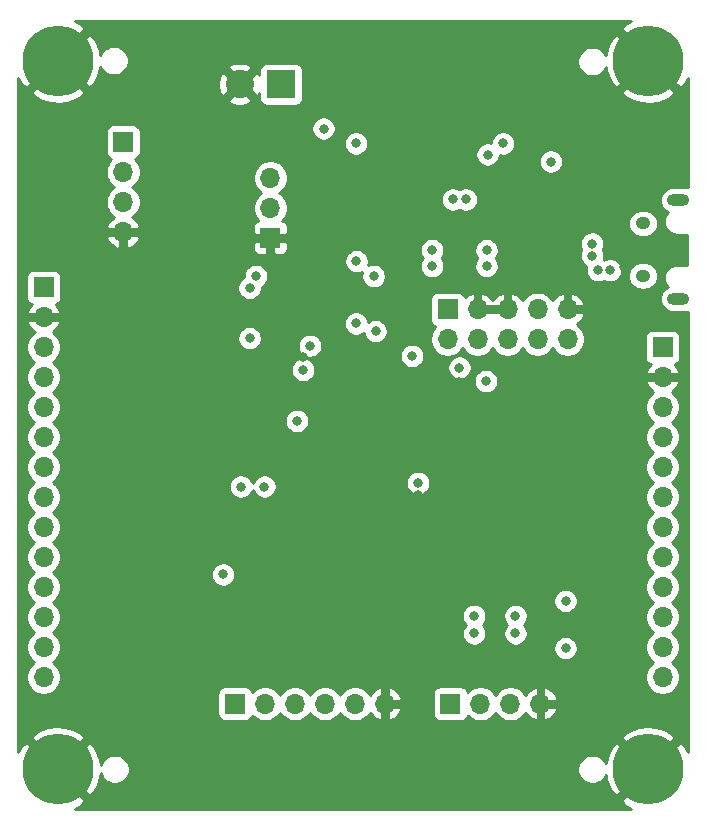
<source format=gbr>
%TF.GenerationSoftware,KiCad,Pcbnew,(5.1.9)-1*%
%TF.CreationDate,2021-01-20T19:31:44-08:00*%
%TF.ProjectId,STM32_BOB,53544d33-325f-4424-9f42-2e6b69636164,rev?*%
%TF.SameCoordinates,Original*%
%TF.FileFunction,Copper,L2,Inr*%
%TF.FilePolarity,Positive*%
%FSLAX46Y46*%
G04 Gerber Fmt 4.6, Leading zero omitted, Abs format (unit mm)*
G04 Created by KiCad (PCBNEW (5.1.9)-1) date 2021-01-20 19:31:44*
%MOMM*%
%LPD*%
G01*
G04 APERTURE LIST*
%TA.AperFunction,ComponentPad*%
%ADD10O,1.700000X1.700000*%
%TD*%
%TA.AperFunction,ComponentPad*%
%ADD11R,1.700000X1.700000*%
%TD*%
%TA.AperFunction,ComponentPad*%
%ADD12C,0.800000*%
%TD*%
%TA.AperFunction,ComponentPad*%
%ADD13C,6.000000*%
%TD*%
%TA.AperFunction,ComponentPad*%
%ADD14R,2.400000X2.400000*%
%TD*%
%TA.AperFunction,ComponentPad*%
%ADD15C,2.400000*%
%TD*%
%TA.AperFunction,ComponentPad*%
%ADD16O,1.250000X1.050000*%
%TD*%
%TA.AperFunction,ComponentPad*%
%ADD17O,1.900000X1.000000*%
%TD*%
%TA.AperFunction,ViaPad*%
%ADD18C,0.800000*%
%TD*%
%TA.AperFunction,Conductor*%
%ADD19C,0.254000*%
%TD*%
%TA.AperFunction,Conductor*%
%ADD20C,0.100000*%
%TD*%
G04 APERTURE END LIST*
D10*
%TO.N,NRST*%
%TO.C,J3*%
X142160000Y-89590000D03*
%TO.N,GND*%
X142160000Y-87050000D03*
%TO.N,Net-(J3-Pad8)*%
X139620000Y-89590000D03*
%TO.N,Net-(J3-Pad7)*%
X139620000Y-87050000D03*
%TO.N,Net-(J3-Pad6)*%
X137080000Y-89590000D03*
%TO.N,GND*%
X137080000Y-87050000D03*
%TO.N,Net-(J3-Pad4)*%
X134540000Y-89590000D03*
%TO.N,GND*%
X134540000Y-87050000D03*
%TO.N,Net-(J3-Pad2)*%
X132000000Y-89590000D03*
D11*
%TO.N,+3V3*%
X132000000Y-87050000D03*
%TD*%
D12*
%TO.N,GND*%
%TO.C,H4*%
X150590990Y-124409010D03*
X149000000Y-123750000D03*
X147409010Y-124409010D03*
X146750000Y-126000000D03*
X147409010Y-127590990D03*
X149000000Y-128250000D03*
X150590990Y-127590990D03*
X151250000Y-126000000D03*
D13*
X149000000Y-126000000D03*
%TD*%
D12*
%TO.N,GND*%
%TO.C,H3*%
X100590990Y-124409010D03*
X99000000Y-123750000D03*
X97409010Y-124409010D03*
X96750000Y-126000000D03*
X97409010Y-127590990D03*
X99000000Y-128250000D03*
X100590990Y-127590990D03*
X101250000Y-126000000D03*
D13*
X99000000Y-126000000D03*
%TD*%
D12*
%TO.N,GND*%
%TO.C,H2*%
X150590990Y-64409010D03*
X149000000Y-63750000D03*
X147409010Y-64409010D03*
X146750000Y-66000000D03*
X147409010Y-67590990D03*
X149000000Y-68250000D03*
X150590990Y-67590990D03*
X151250000Y-66000000D03*
D13*
X149000000Y-66000000D03*
%TD*%
D12*
%TO.N,GND*%
%TO.C,H1*%
X100590990Y-64409010D03*
X99000000Y-63750000D03*
X97409010Y-64409010D03*
X96750000Y-66000000D03*
X97409010Y-67590990D03*
X99000000Y-68250000D03*
X100590990Y-67590990D03*
X101250000Y-66000000D03*
D13*
X99000000Y-66000000D03*
%TD*%
D10*
%TO.N,PA2*%
%TO.C,J8*%
X97800000Y-118200000D03*
%TO.N,PA1*%
X97800000Y-115660000D03*
%TO.N,PA0*%
X97800000Y-113120000D03*
%TO.N,PC15*%
X97800000Y-110580000D03*
%TO.N,PC14*%
X97800000Y-108040000D03*
%TO.N,PC13*%
X97800000Y-105500000D03*
%TO.N,PB8*%
X97800000Y-102960000D03*
%TO.N,PB7*%
X97800000Y-100420000D03*
%TO.N,PB5*%
X97800000Y-97880000D03*
%TO.N,PB4*%
X97800000Y-95340000D03*
%TO.N,PB3*%
X97800000Y-92800000D03*
%TO.N,PA15*%
X97800000Y-90260000D03*
%TO.N,GND*%
X97800000Y-87720000D03*
D11*
%TO.N,+3V3*%
X97800000Y-85180000D03*
%TD*%
D10*
%TO.N,PA3*%
%TO.C,J7*%
X150200000Y-118200000D03*
%TO.N,PB0*%
X150200000Y-115660000D03*
%TO.N,PB1*%
X150200000Y-113120000D03*
%TO.N,PB12*%
X150200000Y-110580000D03*
%TO.N,PB13*%
X150200000Y-108040000D03*
%TO.N,PB14*%
X150200000Y-105500000D03*
%TO.N,PB15*%
X150200000Y-102960000D03*
%TO.N,PA8*%
X150200000Y-100420000D03*
%TO.N,PA9*%
X150200000Y-97880000D03*
%TO.N,PA10*%
X150200000Y-95340000D03*
%TO.N,GND*%
X150200000Y-92800000D03*
D11*
%TO.N,+3V3*%
X150200000Y-90260000D03*
%TD*%
D14*
%TO.N,+9V*%
%TO.C,J1*%
X117900000Y-68000000D03*
D15*
%TO.N,GND*%
X114400000Y-68000000D03*
%TD*%
D16*
%TO.N,Net-(J2-Pad6)*%
%TO.C,J2*%
X148550000Y-84225000D03*
X148550000Y-79775000D03*
D17*
X151550000Y-86175000D03*
X151550000Y-77825000D03*
%TD*%
D11*
%TO.N,+3V3*%
%TO.C,J4*%
X114000000Y-120450000D03*
D10*
%TO.N,Net-(J4-Pad2)*%
X116540000Y-120450000D03*
%TO.N,Net-(J4-Pad3)*%
X119080000Y-120450000D03*
%TO.N,Net-(J4-Pad4)*%
X121620000Y-120450000D03*
%TO.N,Net-(J4-Pad5)*%
X124160000Y-120450000D03*
%TO.N,GND*%
X126700000Y-120450000D03*
%TD*%
%TO.N,GND*%
%TO.C,J5*%
X104530000Y-80500000D03*
%TO.N,Net-(J5-Pad3)*%
X104530000Y-77960000D03*
%TO.N,Net-(J5-Pad2)*%
X104530000Y-75420000D03*
D11*
%TO.N,+3V3*%
X104530000Y-72880000D03*
%TD*%
%TO.N,+3V3*%
%TO.C,J6*%
X132250000Y-120450000D03*
D10*
%TO.N,Net-(J6-Pad2)*%
X134790000Y-120450000D03*
%TO.N,Net-(J6-Pad3)*%
X137330000Y-120450000D03*
%TO.N,GND*%
X139870000Y-120450000D03*
%TD*%
D11*
%TO.N,GND*%
%TO.C,JP1*%
X117000000Y-81000000D03*
D10*
%TO.N,Net-(JP1-Pad2)*%
X117000000Y-78460000D03*
%TO.N,+3V3*%
X117000000Y-75920000D03*
%TD*%
D18*
%TO.N,GND*%
X133000000Y-93250000D03*
X129750000Y-106150000D03*
X107150000Y-115350000D03*
X114350000Y-115350000D03*
X129500000Y-102750000D03*
X141500000Y-84000000D03*
X146900000Y-85400000D03*
X142650000Y-74550000D03*
X130750000Y-68950000D03*
X135450000Y-69050000D03*
X136450000Y-75750000D03*
X136450000Y-76950000D03*
X136700000Y-69950000D03*
X134100000Y-70050000D03*
X132000000Y-69950000D03*
X129400000Y-69900000D03*
X128350000Y-70200000D03*
X135350000Y-77700000D03*
X146900000Y-83500000D03*
X122350000Y-97150000D03*
X111965000Y-96400000D03*
X115965000Y-94200000D03*
X112680000Y-98150000D03*
X115000000Y-92400000D03*
X115500000Y-81000000D03*
X146900000Y-84450000D03*
X118000000Y-98900000D03*
X116740000Y-98910000D03*
X119770000Y-91130000D03*
X122750000Y-93250000D03*
%TO.N,+3V3*%
X140750000Y-74550000D03*
X135300000Y-83400000D03*
X130700000Y-82050000D03*
X135300000Y-82050000D03*
X130700000Y-83400000D03*
X120340000Y-90140000D03*
X116500000Y-102060000D03*
X114500000Y-102060000D03*
X115775000Y-84250000D03*
X133000000Y-92000000D03*
X133550000Y-77750000D03*
X136700000Y-73000000D03*
X132450000Y-77750000D03*
X135400000Y-73950000D03*
X129500000Y-101750000D03*
X119780000Y-92190000D03*
%TO.N,NRST*%
X113000000Y-109500000D03*
X119250000Y-96500000D03*
%TO.N,Net-(D1-Pad2)*%
X124250000Y-73000000D03*
X121500000Y-71750000D03*
%TO.N,PORT_USB_D+*%
X144250000Y-81498400D03*
X145751600Y-83750000D03*
%TO.N,PORT_USB_D-*%
X144250000Y-82501600D03*
X144748400Y-83750000D03*
%TO.N,PB1*%
X134250000Y-113000000D03*
X137750000Y-113000000D03*
%TO.N,PB0*%
X134250000Y-114500000D03*
X137750000Y-114500000D03*
%TO.N,PA3*%
X142000000Y-111750000D03*
X142000000Y-115750000D03*
%TO.N,BOOT0*%
X124250000Y-88250000D03*
X124283955Y-82973293D03*
%TO.N,I2C_SCL*%
X125908989Y-88908989D03*
X125750000Y-84250000D03*
%TO.N,I2C_SDA*%
X115250000Y-89500000D03*
X115250000Y-85250000D03*
%TO.N,SWCLK*%
X129000000Y-91000000D03*
X135250000Y-93140000D03*
%TD*%
D19*
%TO.N,GND*%
X147506023Y-62666919D02*
X147058653Y-62906042D01*
X146711078Y-63360353D01*
X149000000Y-65649275D01*
X149014143Y-65635133D01*
X149364868Y-65985858D01*
X149350725Y-66000000D01*
X151639647Y-68288922D01*
X152093958Y-67941347D01*
X152340000Y-67447470D01*
X152340001Y-76742067D01*
X152222499Y-76706423D01*
X152055752Y-76690000D01*
X151044248Y-76690000D01*
X150877501Y-76706423D01*
X150663553Y-76771324D01*
X150466377Y-76876716D01*
X150293551Y-77018551D01*
X150151716Y-77191377D01*
X150046324Y-77388553D01*
X149981423Y-77602501D01*
X149959509Y-77825000D01*
X149981423Y-78047499D01*
X150046324Y-78261447D01*
X150151716Y-78458623D01*
X150293551Y-78631449D01*
X150466377Y-78773284D01*
X150626116Y-78858666D01*
X150593546Y-78891009D01*
X150587501Y-78898421D01*
X150535527Y-78963064D01*
X150501542Y-79014999D01*
X150466816Y-79066483D01*
X150462326Y-79074928D01*
X150423898Y-79148434D01*
X150400640Y-79205999D01*
X150376582Y-79263232D01*
X150373817Y-79272388D01*
X150350398Y-79351959D01*
X150338760Y-79412969D01*
X150326281Y-79473758D01*
X150325347Y-79483276D01*
X150317830Y-79565880D01*
X150318263Y-79627969D01*
X150317830Y-79690057D01*
X150318763Y-79699576D01*
X150327434Y-79782066D01*
X150339920Y-79842891D01*
X150351550Y-79903857D01*
X150354314Y-79913013D01*
X150378841Y-79992249D01*
X150402894Y-80049469D01*
X150426159Y-80107052D01*
X150430649Y-80115497D01*
X150470100Y-80188460D01*
X150504821Y-80239936D01*
X150538810Y-80291877D01*
X150544854Y-80299289D01*
X150597726Y-80363200D01*
X150641767Y-80406935D01*
X150685224Y-80451311D01*
X150692593Y-80457408D01*
X150756872Y-80509832D01*
X150808616Y-80544210D01*
X150859810Y-80579263D01*
X150868223Y-80583812D01*
X150941459Y-80622752D01*
X150998866Y-80646413D01*
X151055920Y-80670867D01*
X151065054Y-80673694D01*
X151065061Y-80673697D01*
X151065069Y-80673699D01*
X151144461Y-80697669D01*
X151205337Y-80709723D01*
X151266095Y-80722637D01*
X151275607Y-80723637D01*
X151358157Y-80731731D01*
X151358163Y-80731731D01*
X151391353Y-80735000D01*
X152315001Y-80735000D01*
X152315000Y-83265000D01*
X151391353Y-83265000D01*
X151357737Y-83268311D01*
X151352220Y-83268311D01*
X151342708Y-83269310D01*
X151307523Y-83273257D01*
X151290717Y-83274912D01*
X151289515Y-83275277D01*
X151260280Y-83278556D01*
X151199514Y-83291472D01*
X151138654Y-83303523D01*
X151129518Y-83306351D01*
X151129512Y-83306352D01*
X151129507Y-83306354D01*
X151050454Y-83331431D01*
X150993382Y-83355892D01*
X150935984Y-83379550D01*
X150927578Y-83384095D01*
X150927575Y-83384096D01*
X150927573Y-83384097D01*
X150927570Y-83384099D01*
X150854884Y-83424059D01*
X150803653Y-83459138D01*
X150751951Y-83493489D01*
X150744581Y-83499585D01*
X150681041Y-83552901D01*
X150637602Y-83597259D01*
X150593546Y-83641009D01*
X150587501Y-83648421D01*
X150535527Y-83713064D01*
X150501542Y-83764999D01*
X150466816Y-83816483D01*
X150462326Y-83824928D01*
X150423898Y-83898434D01*
X150400640Y-83955999D01*
X150376582Y-84013232D01*
X150373817Y-84022388D01*
X150350398Y-84101959D01*
X150338760Y-84162969D01*
X150326281Y-84223758D01*
X150325347Y-84233276D01*
X150317830Y-84315880D01*
X150318263Y-84377969D01*
X150317830Y-84440057D01*
X150318763Y-84449576D01*
X150327434Y-84532066D01*
X150339920Y-84592891D01*
X150351550Y-84653857D01*
X150354314Y-84663013D01*
X150378841Y-84742249D01*
X150402894Y-84799469D01*
X150426159Y-84857052D01*
X150430649Y-84865497D01*
X150470100Y-84938460D01*
X150504821Y-84989936D01*
X150538810Y-85041877D01*
X150544854Y-85049289D01*
X150597726Y-85113200D01*
X150626078Y-85141355D01*
X150466377Y-85226716D01*
X150293551Y-85368551D01*
X150151716Y-85541377D01*
X150046324Y-85738553D01*
X149981423Y-85952501D01*
X149959509Y-86175000D01*
X149981423Y-86397499D01*
X150046324Y-86611447D01*
X150151716Y-86808623D01*
X150293551Y-86981449D01*
X150466377Y-87123284D01*
X150663553Y-87228676D01*
X150877501Y-87293577D01*
X151044248Y-87310000D01*
X152055752Y-87310000D01*
X152222499Y-87293577D01*
X152340001Y-87257933D01*
X152340000Y-124526680D01*
X152333081Y-124506023D01*
X152093958Y-124058653D01*
X151639647Y-123711078D01*
X149350725Y-126000000D01*
X149364868Y-126014143D01*
X149014143Y-126364868D01*
X149000000Y-126350725D01*
X146711078Y-128639647D01*
X147058653Y-129093958D01*
X147552530Y-129340000D01*
X100473320Y-129340000D01*
X100493977Y-129333081D01*
X100941347Y-129093958D01*
X101288922Y-128639647D01*
X99000000Y-126350725D01*
X98985858Y-126364868D01*
X98635133Y-126014143D01*
X98649275Y-126000000D01*
X99350725Y-126000000D01*
X101639647Y-128288922D01*
X102093958Y-127941347D01*
X102413246Y-127300444D01*
X102601366Y-126609564D01*
X102619886Y-126343498D01*
X102624083Y-126364598D01*
X102718307Y-126592074D01*
X102855099Y-126796798D01*
X103029202Y-126970901D01*
X103233926Y-127107693D01*
X103461402Y-127201917D01*
X103702890Y-127249952D01*
X103949110Y-127249952D01*
X104190598Y-127201917D01*
X104418074Y-127107693D01*
X104622798Y-126970901D01*
X104796901Y-126796798D01*
X104933693Y-126592074D01*
X105027917Y-126364598D01*
X105075952Y-126123110D01*
X105075952Y-125876890D01*
X143000048Y-125876890D01*
X143000048Y-126123110D01*
X143048083Y-126364598D01*
X143142307Y-126592074D01*
X143279099Y-126796798D01*
X143453202Y-126970901D01*
X143657926Y-127107693D01*
X143885402Y-127201917D01*
X144126890Y-127249952D01*
X144373110Y-127249952D01*
X144614598Y-127201917D01*
X144842074Y-127107693D01*
X145046798Y-126970901D01*
X145220901Y-126796798D01*
X145357693Y-126592074D01*
X145398503Y-126493551D01*
X145439502Y-126815019D01*
X145666919Y-127493977D01*
X145906042Y-127941347D01*
X146360353Y-128288922D01*
X148649275Y-126000000D01*
X146360353Y-123711078D01*
X145906042Y-124058653D01*
X145586754Y-124699556D01*
X145398634Y-125390436D01*
X145391702Y-125490030D01*
X145357693Y-125407926D01*
X145220901Y-125203202D01*
X145046798Y-125029099D01*
X144842074Y-124892307D01*
X144614598Y-124798083D01*
X144373110Y-124750048D01*
X144126890Y-124750048D01*
X143885402Y-124798083D01*
X143657926Y-124892307D01*
X143453202Y-125029099D01*
X143279099Y-125203202D01*
X143142307Y-125407926D01*
X143048083Y-125635402D01*
X143000048Y-125876890D01*
X105075952Y-125876890D01*
X105027917Y-125635402D01*
X104933693Y-125407926D01*
X104796901Y-125203202D01*
X104622798Y-125029099D01*
X104418074Y-124892307D01*
X104190598Y-124798083D01*
X103949110Y-124750048D01*
X103702890Y-124750048D01*
X103461402Y-124798083D01*
X103233926Y-124892307D01*
X103029202Y-125029099D01*
X102855099Y-125203202D01*
X102718307Y-125407926D01*
X102624083Y-125635402D01*
X102620342Y-125654207D01*
X102560498Y-125184981D01*
X102333081Y-124506023D01*
X102093958Y-124058653D01*
X101639647Y-123711078D01*
X99350725Y-126000000D01*
X98649275Y-126000000D01*
X96360353Y-123711078D01*
X95906042Y-124058653D01*
X95660000Y-124552530D01*
X95660000Y-123360353D01*
X96711078Y-123360353D01*
X99000000Y-125649275D01*
X101288922Y-123360353D01*
X146711078Y-123360353D01*
X149000000Y-125649275D01*
X151288922Y-123360353D01*
X150941347Y-122906042D01*
X150300444Y-122586754D01*
X149609564Y-122398634D01*
X148895261Y-122348914D01*
X148184981Y-122439502D01*
X147506023Y-122666919D01*
X147058653Y-122906042D01*
X146711078Y-123360353D01*
X101288922Y-123360353D01*
X100941347Y-122906042D01*
X100300444Y-122586754D01*
X99609564Y-122398634D01*
X98895261Y-122348914D01*
X98184981Y-122439502D01*
X97506023Y-122666919D01*
X97058653Y-122906042D01*
X96711078Y-123360353D01*
X95660000Y-123360353D01*
X95660000Y-90113740D01*
X96315000Y-90113740D01*
X96315000Y-90406260D01*
X96372068Y-90693158D01*
X96484010Y-90963411D01*
X96646525Y-91206632D01*
X96853368Y-91413475D01*
X97027760Y-91530000D01*
X96853368Y-91646525D01*
X96646525Y-91853368D01*
X96484010Y-92096589D01*
X96372068Y-92366842D01*
X96315000Y-92653740D01*
X96315000Y-92946260D01*
X96372068Y-93233158D01*
X96484010Y-93503411D01*
X96646525Y-93746632D01*
X96853368Y-93953475D01*
X97027760Y-94070000D01*
X96853368Y-94186525D01*
X96646525Y-94393368D01*
X96484010Y-94636589D01*
X96372068Y-94906842D01*
X96315000Y-95193740D01*
X96315000Y-95486260D01*
X96372068Y-95773158D01*
X96484010Y-96043411D01*
X96646525Y-96286632D01*
X96853368Y-96493475D01*
X97027760Y-96610000D01*
X96853368Y-96726525D01*
X96646525Y-96933368D01*
X96484010Y-97176589D01*
X96372068Y-97446842D01*
X96315000Y-97733740D01*
X96315000Y-98026260D01*
X96372068Y-98313158D01*
X96484010Y-98583411D01*
X96646525Y-98826632D01*
X96853368Y-99033475D01*
X97027760Y-99150000D01*
X96853368Y-99266525D01*
X96646525Y-99473368D01*
X96484010Y-99716589D01*
X96372068Y-99986842D01*
X96315000Y-100273740D01*
X96315000Y-100566260D01*
X96372068Y-100853158D01*
X96484010Y-101123411D01*
X96646525Y-101366632D01*
X96853368Y-101573475D01*
X97027760Y-101690000D01*
X96853368Y-101806525D01*
X96646525Y-102013368D01*
X96484010Y-102256589D01*
X96372068Y-102526842D01*
X96315000Y-102813740D01*
X96315000Y-103106260D01*
X96372068Y-103393158D01*
X96484010Y-103663411D01*
X96646525Y-103906632D01*
X96853368Y-104113475D01*
X97027760Y-104230000D01*
X96853368Y-104346525D01*
X96646525Y-104553368D01*
X96484010Y-104796589D01*
X96372068Y-105066842D01*
X96315000Y-105353740D01*
X96315000Y-105646260D01*
X96372068Y-105933158D01*
X96484010Y-106203411D01*
X96646525Y-106446632D01*
X96853368Y-106653475D01*
X97027760Y-106770000D01*
X96853368Y-106886525D01*
X96646525Y-107093368D01*
X96484010Y-107336589D01*
X96372068Y-107606842D01*
X96315000Y-107893740D01*
X96315000Y-108186260D01*
X96372068Y-108473158D01*
X96484010Y-108743411D01*
X96646525Y-108986632D01*
X96853368Y-109193475D01*
X97027760Y-109310000D01*
X96853368Y-109426525D01*
X96646525Y-109633368D01*
X96484010Y-109876589D01*
X96372068Y-110146842D01*
X96315000Y-110433740D01*
X96315000Y-110726260D01*
X96372068Y-111013158D01*
X96484010Y-111283411D01*
X96646525Y-111526632D01*
X96853368Y-111733475D01*
X97027760Y-111850000D01*
X96853368Y-111966525D01*
X96646525Y-112173368D01*
X96484010Y-112416589D01*
X96372068Y-112686842D01*
X96315000Y-112973740D01*
X96315000Y-113266260D01*
X96372068Y-113553158D01*
X96484010Y-113823411D01*
X96646525Y-114066632D01*
X96853368Y-114273475D01*
X97027760Y-114390000D01*
X96853368Y-114506525D01*
X96646525Y-114713368D01*
X96484010Y-114956589D01*
X96372068Y-115226842D01*
X96315000Y-115513740D01*
X96315000Y-115806260D01*
X96372068Y-116093158D01*
X96484010Y-116363411D01*
X96646525Y-116606632D01*
X96853368Y-116813475D01*
X97027760Y-116930000D01*
X96853368Y-117046525D01*
X96646525Y-117253368D01*
X96484010Y-117496589D01*
X96372068Y-117766842D01*
X96315000Y-118053740D01*
X96315000Y-118346260D01*
X96372068Y-118633158D01*
X96484010Y-118903411D01*
X96646525Y-119146632D01*
X96853368Y-119353475D01*
X97096589Y-119515990D01*
X97366842Y-119627932D01*
X97653740Y-119685000D01*
X97946260Y-119685000D01*
X98233158Y-119627932D01*
X98300592Y-119600000D01*
X112511928Y-119600000D01*
X112511928Y-121300000D01*
X112524188Y-121424482D01*
X112560498Y-121544180D01*
X112619463Y-121654494D01*
X112698815Y-121751185D01*
X112795506Y-121830537D01*
X112905820Y-121889502D01*
X113025518Y-121925812D01*
X113150000Y-121938072D01*
X114850000Y-121938072D01*
X114974482Y-121925812D01*
X115094180Y-121889502D01*
X115204494Y-121830537D01*
X115301185Y-121751185D01*
X115380537Y-121654494D01*
X115439502Y-121544180D01*
X115461513Y-121471620D01*
X115593368Y-121603475D01*
X115836589Y-121765990D01*
X116106842Y-121877932D01*
X116393740Y-121935000D01*
X116686260Y-121935000D01*
X116973158Y-121877932D01*
X117243411Y-121765990D01*
X117486632Y-121603475D01*
X117693475Y-121396632D01*
X117810000Y-121222240D01*
X117926525Y-121396632D01*
X118133368Y-121603475D01*
X118376589Y-121765990D01*
X118646842Y-121877932D01*
X118933740Y-121935000D01*
X119226260Y-121935000D01*
X119513158Y-121877932D01*
X119783411Y-121765990D01*
X120026632Y-121603475D01*
X120233475Y-121396632D01*
X120350000Y-121222240D01*
X120466525Y-121396632D01*
X120673368Y-121603475D01*
X120916589Y-121765990D01*
X121186842Y-121877932D01*
X121473740Y-121935000D01*
X121766260Y-121935000D01*
X122053158Y-121877932D01*
X122323411Y-121765990D01*
X122566632Y-121603475D01*
X122773475Y-121396632D01*
X122890000Y-121222240D01*
X123006525Y-121396632D01*
X123213368Y-121603475D01*
X123456589Y-121765990D01*
X123726842Y-121877932D01*
X124013740Y-121935000D01*
X124306260Y-121935000D01*
X124593158Y-121877932D01*
X124863411Y-121765990D01*
X125106632Y-121603475D01*
X125313475Y-121396632D01*
X125432693Y-121218210D01*
X125581183Y-121426473D01*
X125793181Y-121625981D01*
X126040028Y-121780296D01*
X126226011Y-121857323D01*
X126452000Y-121752857D01*
X126452000Y-120698000D01*
X126948000Y-120698000D01*
X126948000Y-121752857D01*
X127173989Y-121857323D01*
X127359972Y-121780296D01*
X127606819Y-121625981D01*
X127818817Y-121426473D01*
X127987820Y-121189440D01*
X128107333Y-120923991D01*
X128005405Y-120698000D01*
X126948000Y-120698000D01*
X126452000Y-120698000D01*
X126432000Y-120698000D01*
X126432000Y-120202000D01*
X126452000Y-120202000D01*
X126452000Y-119147143D01*
X126948000Y-119147143D01*
X126948000Y-120202000D01*
X128005405Y-120202000D01*
X128107333Y-119976009D01*
X127987820Y-119710560D01*
X127908992Y-119600000D01*
X130761928Y-119600000D01*
X130761928Y-121300000D01*
X130774188Y-121424482D01*
X130810498Y-121544180D01*
X130869463Y-121654494D01*
X130948815Y-121751185D01*
X131045506Y-121830537D01*
X131155820Y-121889502D01*
X131275518Y-121925812D01*
X131400000Y-121938072D01*
X133100000Y-121938072D01*
X133224482Y-121925812D01*
X133344180Y-121889502D01*
X133454494Y-121830537D01*
X133551185Y-121751185D01*
X133630537Y-121654494D01*
X133689502Y-121544180D01*
X133711513Y-121471620D01*
X133843368Y-121603475D01*
X134086589Y-121765990D01*
X134356842Y-121877932D01*
X134643740Y-121935000D01*
X134936260Y-121935000D01*
X135223158Y-121877932D01*
X135493411Y-121765990D01*
X135736632Y-121603475D01*
X135943475Y-121396632D01*
X136060000Y-121222240D01*
X136176525Y-121396632D01*
X136383368Y-121603475D01*
X136626589Y-121765990D01*
X136896842Y-121877932D01*
X137183740Y-121935000D01*
X137476260Y-121935000D01*
X137763158Y-121877932D01*
X138033411Y-121765990D01*
X138276632Y-121603475D01*
X138483475Y-121396632D01*
X138602693Y-121218210D01*
X138751183Y-121426473D01*
X138963181Y-121625981D01*
X139210028Y-121780296D01*
X139396011Y-121857323D01*
X139622000Y-121752857D01*
X139622000Y-120698000D01*
X140118000Y-120698000D01*
X140118000Y-121752857D01*
X140343989Y-121857323D01*
X140529972Y-121780296D01*
X140776819Y-121625981D01*
X140988817Y-121426473D01*
X141157820Y-121189440D01*
X141277333Y-120923991D01*
X141175405Y-120698000D01*
X140118000Y-120698000D01*
X139622000Y-120698000D01*
X139602000Y-120698000D01*
X139602000Y-120202000D01*
X139622000Y-120202000D01*
X139622000Y-119147143D01*
X140118000Y-119147143D01*
X140118000Y-120202000D01*
X141175405Y-120202000D01*
X141277333Y-119976009D01*
X141157820Y-119710560D01*
X140988817Y-119473527D01*
X140776819Y-119274019D01*
X140529972Y-119119704D01*
X140343989Y-119042677D01*
X140118000Y-119147143D01*
X139622000Y-119147143D01*
X139396011Y-119042677D01*
X139210028Y-119119704D01*
X138963181Y-119274019D01*
X138751183Y-119473527D01*
X138602693Y-119681790D01*
X138483475Y-119503368D01*
X138276632Y-119296525D01*
X138033411Y-119134010D01*
X137763158Y-119022068D01*
X137476260Y-118965000D01*
X137183740Y-118965000D01*
X136896842Y-119022068D01*
X136626589Y-119134010D01*
X136383368Y-119296525D01*
X136176525Y-119503368D01*
X136060000Y-119677760D01*
X135943475Y-119503368D01*
X135736632Y-119296525D01*
X135493411Y-119134010D01*
X135223158Y-119022068D01*
X134936260Y-118965000D01*
X134643740Y-118965000D01*
X134356842Y-119022068D01*
X134086589Y-119134010D01*
X133843368Y-119296525D01*
X133711513Y-119428380D01*
X133689502Y-119355820D01*
X133630537Y-119245506D01*
X133551185Y-119148815D01*
X133454494Y-119069463D01*
X133344180Y-119010498D01*
X133224482Y-118974188D01*
X133100000Y-118961928D01*
X131400000Y-118961928D01*
X131275518Y-118974188D01*
X131155820Y-119010498D01*
X131045506Y-119069463D01*
X130948815Y-119148815D01*
X130869463Y-119245506D01*
X130810498Y-119355820D01*
X130774188Y-119475518D01*
X130761928Y-119600000D01*
X127908992Y-119600000D01*
X127818817Y-119473527D01*
X127606819Y-119274019D01*
X127359972Y-119119704D01*
X127173989Y-119042677D01*
X126948000Y-119147143D01*
X126452000Y-119147143D01*
X126226011Y-119042677D01*
X126040028Y-119119704D01*
X125793181Y-119274019D01*
X125581183Y-119473527D01*
X125432693Y-119681790D01*
X125313475Y-119503368D01*
X125106632Y-119296525D01*
X124863411Y-119134010D01*
X124593158Y-119022068D01*
X124306260Y-118965000D01*
X124013740Y-118965000D01*
X123726842Y-119022068D01*
X123456589Y-119134010D01*
X123213368Y-119296525D01*
X123006525Y-119503368D01*
X122890000Y-119677760D01*
X122773475Y-119503368D01*
X122566632Y-119296525D01*
X122323411Y-119134010D01*
X122053158Y-119022068D01*
X121766260Y-118965000D01*
X121473740Y-118965000D01*
X121186842Y-119022068D01*
X120916589Y-119134010D01*
X120673368Y-119296525D01*
X120466525Y-119503368D01*
X120350000Y-119677760D01*
X120233475Y-119503368D01*
X120026632Y-119296525D01*
X119783411Y-119134010D01*
X119513158Y-119022068D01*
X119226260Y-118965000D01*
X118933740Y-118965000D01*
X118646842Y-119022068D01*
X118376589Y-119134010D01*
X118133368Y-119296525D01*
X117926525Y-119503368D01*
X117810000Y-119677760D01*
X117693475Y-119503368D01*
X117486632Y-119296525D01*
X117243411Y-119134010D01*
X116973158Y-119022068D01*
X116686260Y-118965000D01*
X116393740Y-118965000D01*
X116106842Y-119022068D01*
X115836589Y-119134010D01*
X115593368Y-119296525D01*
X115461513Y-119428380D01*
X115439502Y-119355820D01*
X115380537Y-119245506D01*
X115301185Y-119148815D01*
X115204494Y-119069463D01*
X115094180Y-119010498D01*
X114974482Y-118974188D01*
X114850000Y-118961928D01*
X113150000Y-118961928D01*
X113025518Y-118974188D01*
X112905820Y-119010498D01*
X112795506Y-119069463D01*
X112698815Y-119148815D01*
X112619463Y-119245506D01*
X112560498Y-119355820D01*
X112524188Y-119475518D01*
X112511928Y-119600000D01*
X98300592Y-119600000D01*
X98503411Y-119515990D01*
X98746632Y-119353475D01*
X98953475Y-119146632D01*
X99115990Y-118903411D01*
X99227932Y-118633158D01*
X99285000Y-118346260D01*
X99285000Y-118053740D01*
X99227932Y-117766842D01*
X99115990Y-117496589D01*
X98953475Y-117253368D01*
X98746632Y-117046525D01*
X98572240Y-116930000D01*
X98746632Y-116813475D01*
X98953475Y-116606632D01*
X99115990Y-116363411D01*
X99227932Y-116093158D01*
X99285000Y-115806260D01*
X99285000Y-115648061D01*
X140965000Y-115648061D01*
X140965000Y-115851939D01*
X141004774Y-116051898D01*
X141082795Y-116240256D01*
X141196063Y-116409774D01*
X141340226Y-116553937D01*
X141509744Y-116667205D01*
X141698102Y-116745226D01*
X141898061Y-116785000D01*
X142101939Y-116785000D01*
X142301898Y-116745226D01*
X142490256Y-116667205D01*
X142659774Y-116553937D01*
X142803937Y-116409774D01*
X142917205Y-116240256D01*
X142995226Y-116051898D01*
X143035000Y-115851939D01*
X143035000Y-115648061D01*
X142995226Y-115448102D01*
X142917205Y-115259744D01*
X142803937Y-115090226D01*
X142659774Y-114946063D01*
X142490256Y-114832795D01*
X142301898Y-114754774D01*
X142101939Y-114715000D01*
X141898061Y-114715000D01*
X141698102Y-114754774D01*
X141509744Y-114832795D01*
X141340226Y-114946063D01*
X141196063Y-115090226D01*
X141082795Y-115259744D01*
X141004774Y-115448102D01*
X140965000Y-115648061D01*
X99285000Y-115648061D01*
X99285000Y-115513740D01*
X99227932Y-115226842D01*
X99115990Y-114956589D01*
X98953475Y-114713368D01*
X98746632Y-114506525D01*
X98572240Y-114390000D01*
X98746632Y-114273475D01*
X98953475Y-114066632D01*
X99115990Y-113823411D01*
X99227932Y-113553158D01*
X99285000Y-113266260D01*
X99285000Y-112973740D01*
X99269947Y-112898061D01*
X133215000Y-112898061D01*
X133215000Y-113101939D01*
X133254774Y-113301898D01*
X133332795Y-113490256D01*
X133446063Y-113659774D01*
X133536289Y-113750000D01*
X133446063Y-113840226D01*
X133332795Y-114009744D01*
X133254774Y-114198102D01*
X133215000Y-114398061D01*
X133215000Y-114601939D01*
X133254774Y-114801898D01*
X133332795Y-114990256D01*
X133446063Y-115159774D01*
X133590226Y-115303937D01*
X133759744Y-115417205D01*
X133948102Y-115495226D01*
X134148061Y-115535000D01*
X134351939Y-115535000D01*
X134551898Y-115495226D01*
X134740256Y-115417205D01*
X134909774Y-115303937D01*
X135053937Y-115159774D01*
X135167205Y-114990256D01*
X135245226Y-114801898D01*
X135285000Y-114601939D01*
X135285000Y-114398061D01*
X135245226Y-114198102D01*
X135167205Y-114009744D01*
X135053937Y-113840226D01*
X134963711Y-113750000D01*
X135053937Y-113659774D01*
X135167205Y-113490256D01*
X135245226Y-113301898D01*
X135285000Y-113101939D01*
X135285000Y-112898061D01*
X136715000Y-112898061D01*
X136715000Y-113101939D01*
X136754774Y-113301898D01*
X136832795Y-113490256D01*
X136946063Y-113659774D01*
X137036289Y-113750000D01*
X136946063Y-113840226D01*
X136832795Y-114009744D01*
X136754774Y-114198102D01*
X136715000Y-114398061D01*
X136715000Y-114601939D01*
X136754774Y-114801898D01*
X136832795Y-114990256D01*
X136946063Y-115159774D01*
X137090226Y-115303937D01*
X137259744Y-115417205D01*
X137448102Y-115495226D01*
X137648061Y-115535000D01*
X137851939Y-115535000D01*
X138051898Y-115495226D01*
X138240256Y-115417205D01*
X138409774Y-115303937D01*
X138553937Y-115159774D01*
X138667205Y-114990256D01*
X138745226Y-114801898D01*
X138785000Y-114601939D01*
X138785000Y-114398061D01*
X138745226Y-114198102D01*
X138667205Y-114009744D01*
X138553937Y-113840226D01*
X138463711Y-113750000D01*
X138553937Y-113659774D01*
X138667205Y-113490256D01*
X138745226Y-113301898D01*
X138785000Y-113101939D01*
X138785000Y-112898061D01*
X138745226Y-112698102D01*
X138667205Y-112509744D01*
X138553937Y-112340226D01*
X138409774Y-112196063D01*
X138240256Y-112082795D01*
X138051898Y-112004774D01*
X137851939Y-111965000D01*
X137648061Y-111965000D01*
X137448102Y-112004774D01*
X137259744Y-112082795D01*
X137090226Y-112196063D01*
X136946063Y-112340226D01*
X136832795Y-112509744D01*
X136754774Y-112698102D01*
X136715000Y-112898061D01*
X135285000Y-112898061D01*
X135245226Y-112698102D01*
X135167205Y-112509744D01*
X135053937Y-112340226D01*
X134909774Y-112196063D01*
X134740256Y-112082795D01*
X134551898Y-112004774D01*
X134351939Y-111965000D01*
X134148061Y-111965000D01*
X133948102Y-112004774D01*
X133759744Y-112082795D01*
X133590226Y-112196063D01*
X133446063Y-112340226D01*
X133332795Y-112509744D01*
X133254774Y-112698102D01*
X133215000Y-112898061D01*
X99269947Y-112898061D01*
X99227932Y-112686842D01*
X99115990Y-112416589D01*
X98953475Y-112173368D01*
X98746632Y-111966525D01*
X98572240Y-111850000D01*
X98746632Y-111733475D01*
X98832046Y-111648061D01*
X140965000Y-111648061D01*
X140965000Y-111851939D01*
X141004774Y-112051898D01*
X141082795Y-112240256D01*
X141196063Y-112409774D01*
X141340226Y-112553937D01*
X141509744Y-112667205D01*
X141698102Y-112745226D01*
X141898061Y-112785000D01*
X142101939Y-112785000D01*
X142301898Y-112745226D01*
X142490256Y-112667205D01*
X142659774Y-112553937D01*
X142803937Y-112409774D01*
X142917205Y-112240256D01*
X142995226Y-112051898D01*
X143035000Y-111851939D01*
X143035000Y-111648061D01*
X142995226Y-111448102D01*
X142917205Y-111259744D01*
X142803937Y-111090226D01*
X142659774Y-110946063D01*
X142490256Y-110832795D01*
X142301898Y-110754774D01*
X142101939Y-110715000D01*
X141898061Y-110715000D01*
X141698102Y-110754774D01*
X141509744Y-110832795D01*
X141340226Y-110946063D01*
X141196063Y-111090226D01*
X141082795Y-111259744D01*
X141004774Y-111448102D01*
X140965000Y-111648061D01*
X98832046Y-111648061D01*
X98953475Y-111526632D01*
X99115990Y-111283411D01*
X99227932Y-111013158D01*
X99285000Y-110726260D01*
X99285000Y-110433740D01*
X99227932Y-110146842D01*
X99115990Y-109876589D01*
X98953475Y-109633368D01*
X98746632Y-109426525D01*
X98704033Y-109398061D01*
X111965000Y-109398061D01*
X111965000Y-109601939D01*
X112004774Y-109801898D01*
X112082795Y-109990256D01*
X112196063Y-110159774D01*
X112340226Y-110303937D01*
X112509744Y-110417205D01*
X112698102Y-110495226D01*
X112898061Y-110535000D01*
X113101939Y-110535000D01*
X113301898Y-110495226D01*
X113490256Y-110417205D01*
X113659774Y-110303937D01*
X113803937Y-110159774D01*
X113917205Y-109990256D01*
X113995226Y-109801898D01*
X114035000Y-109601939D01*
X114035000Y-109398061D01*
X113995226Y-109198102D01*
X113917205Y-109009744D01*
X113803937Y-108840226D01*
X113659774Y-108696063D01*
X113490256Y-108582795D01*
X113301898Y-108504774D01*
X113101939Y-108465000D01*
X112898061Y-108465000D01*
X112698102Y-108504774D01*
X112509744Y-108582795D01*
X112340226Y-108696063D01*
X112196063Y-108840226D01*
X112082795Y-109009744D01*
X112004774Y-109198102D01*
X111965000Y-109398061D01*
X98704033Y-109398061D01*
X98572240Y-109310000D01*
X98746632Y-109193475D01*
X98953475Y-108986632D01*
X99115990Y-108743411D01*
X99227932Y-108473158D01*
X99285000Y-108186260D01*
X99285000Y-107893740D01*
X99227932Y-107606842D01*
X99115990Y-107336589D01*
X98953475Y-107093368D01*
X98746632Y-106886525D01*
X98572240Y-106770000D01*
X98746632Y-106653475D01*
X98953475Y-106446632D01*
X99115990Y-106203411D01*
X99227932Y-105933158D01*
X99285000Y-105646260D01*
X99285000Y-105353740D01*
X99227932Y-105066842D01*
X99115990Y-104796589D01*
X98953475Y-104553368D01*
X98746632Y-104346525D01*
X98572240Y-104230000D01*
X98746632Y-104113475D01*
X98953475Y-103906632D01*
X99115990Y-103663411D01*
X99227932Y-103393158D01*
X99285000Y-103106260D01*
X99285000Y-102813740D01*
X99227932Y-102526842D01*
X99115990Y-102256589D01*
X98953475Y-102013368D01*
X98898168Y-101958061D01*
X113465000Y-101958061D01*
X113465000Y-102161939D01*
X113504774Y-102361898D01*
X113582795Y-102550256D01*
X113696063Y-102719774D01*
X113840226Y-102863937D01*
X114009744Y-102977205D01*
X114198102Y-103055226D01*
X114398061Y-103095000D01*
X114601939Y-103095000D01*
X114801898Y-103055226D01*
X114990256Y-102977205D01*
X115159774Y-102863937D01*
X115303937Y-102719774D01*
X115417205Y-102550256D01*
X115495226Y-102361898D01*
X115500000Y-102337897D01*
X115504774Y-102361898D01*
X115582795Y-102550256D01*
X115696063Y-102719774D01*
X115840226Y-102863937D01*
X116009744Y-102977205D01*
X116198102Y-103055226D01*
X116398061Y-103095000D01*
X116601939Y-103095000D01*
X116801898Y-103055226D01*
X116990256Y-102977205D01*
X117159774Y-102863937D01*
X117303937Y-102719774D01*
X117417205Y-102550256D01*
X117495226Y-102361898D01*
X117535000Y-102161939D01*
X117535000Y-101958061D01*
X117495226Y-101758102D01*
X117449646Y-101648061D01*
X128465000Y-101648061D01*
X128465000Y-101851939D01*
X128504774Y-102051898D01*
X128582795Y-102240256D01*
X128696063Y-102409774D01*
X128840226Y-102553937D01*
X129009744Y-102667205D01*
X129198102Y-102745226D01*
X129398061Y-102785000D01*
X129601939Y-102785000D01*
X129801898Y-102745226D01*
X129990256Y-102667205D01*
X130159774Y-102553937D01*
X130303937Y-102409774D01*
X130417205Y-102240256D01*
X130495226Y-102051898D01*
X130535000Y-101851939D01*
X130535000Y-101648061D01*
X130495226Y-101448102D01*
X130417205Y-101259744D01*
X130303937Y-101090226D01*
X130159774Y-100946063D01*
X129990256Y-100832795D01*
X129801898Y-100754774D01*
X129601939Y-100715000D01*
X129398061Y-100715000D01*
X129198102Y-100754774D01*
X129009744Y-100832795D01*
X128840226Y-100946063D01*
X128696063Y-101090226D01*
X128582795Y-101259744D01*
X128504774Y-101448102D01*
X128465000Y-101648061D01*
X117449646Y-101648061D01*
X117417205Y-101569744D01*
X117303937Y-101400226D01*
X117159774Y-101256063D01*
X116990256Y-101142795D01*
X116801898Y-101064774D01*
X116601939Y-101025000D01*
X116398061Y-101025000D01*
X116198102Y-101064774D01*
X116009744Y-101142795D01*
X115840226Y-101256063D01*
X115696063Y-101400226D01*
X115582795Y-101569744D01*
X115504774Y-101758102D01*
X115500000Y-101782103D01*
X115495226Y-101758102D01*
X115417205Y-101569744D01*
X115303937Y-101400226D01*
X115159774Y-101256063D01*
X114990256Y-101142795D01*
X114801898Y-101064774D01*
X114601939Y-101025000D01*
X114398061Y-101025000D01*
X114198102Y-101064774D01*
X114009744Y-101142795D01*
X113840226Y-101256063D01*
X113696063Y-101400226D01*
X113582795Y-101569744D01*
X113504774Y-101758102D01*
X113465000Y-101958061D01*
X98898168Y-101958061D01*
X98746632Y-101806525D01*
X98572240Y-101690000D01*
X98746632Y-101573475D01*
X98953475Y-101366632D01*
X99115990Y-101123411D01*
X99227932Y-100853158D01*
X99285000Y-100566260D01*
X99285000Y-100273740D01*
X99227932Y-99986842D01*
X99115990Y-99716589D01*
X98953475Y-99473368D01*
X98746632Y-99266525D01*
X98572240Y-99150000D01*
X98746632Y-99033475D01*
X98953475Y-98826632D01*
X99115990Y-98583411D01*
X99227932Y-98313158D01*
X99285000Y-98026260D01*
X99285000Y-97733740D01*
X99227932Y-97446842D01*
X99115990Y-97176589D01*
X98953475Y-96933368D01*
X98746632Y-96726525D01*
X98572240Y-96610000D01*
X98746632Y-96493475D01*
X98842046Y-96398061D01*
X118215000Y-96398061D01*
X118215000Y-96601939D01*
X118254774Y-96801898D01*
X118332795Y-96990256D01*
X118446063Y-97159774D01*
X118590226Y-97303937D01*
X118759744Y-97417205D01*
X118948102Y-97495226D01*
X119148061Y-97535000D01*
X119351939Y-97535000D01*
X119551898Y-97495226D01*
X119740256Y-97417205D01*
X119909774Y-97303937D01*
X120053937Y-97159774D01*
X120167205Y-96990256D01*
X120245226Y-96801898D01*
X120285000Y-96601939D01*
X120285000Y-96398061D01*
X120245226Y-96198102D01*
X120167205Y-96009744D01*
X120053937Y-95840226D01*
X119909774Y-95696063D01*
X119740256Y-95582795D01*
X119551898Y-95504774D01*
X119351939Y-95465000D01*
X119148061Y-95465000D01*
X118948102Y-95504774D01*
X118759744Y-95582795D01*
X118590226Y-95696063D01*
X118446063Y-95840226D01*
X118332795Y-96009744D01*
X118254774Y-96198102D01*
X118215000Y-96398061D01*
X98842046Y-96398061D01*
X98953475Y-96286632D01*
X99115990Y-96043411D01*
X99227932Y-95773158D01*
X99285000Y-95486260D01*
X99285000Y-95193740D01*
X148715000Y-95193740D01*
X148715000Y-95486260D01*
X148772068Y-95773158D01*
X148884010Y-96043411D01*
X149046525Y-96286632D01*
X149253368Y-96493475D01*
X149427760Y-96610000D01*
X149253368Y-96726525D01*
X149046525Y-96933368D01*
X148884010Y-97176589D01*
X148772068Y-97446842D01*
X148715000Y-97733740D01*
X148715000Y-98026260D01*
X148772068Y-98313158D01*
X148884010Y-98583411D01*
X149046525Y-98826632D01*
X149253368Y-99033475D01*
X149427760Y-99150000D01*
X149253368Y-99266525D01*
X149046525Y-99473368D01*
X148884010Y-99716589D01*
X148772068Y-99986842D01*
X148715000Y-100273740D01*
X148715000Y-100566260D01*
X148772068Y-100853158D01*
X148884010Y-101123411D01*
X149046525Y-101366632D01*
X149253368Y-101573475D01*
X149427760Y-101690000D01*
X149253368Y-101806525D01*
X149046525Y-102013368D01*
X148884010Y-102256589D01*
X148772068Y-102526842D01*
X148715000Y-102813740D01*
X148715000Y-103106260D01*
X148772068Y-103393158D01*
X148884010Y-103663411D01*
X149046525Y-103906632D01*
X149253368Y-104113475D01*
X149427760Y-104230000D01*
X149253368Y-104346525D01*
X149046525Y-104553368D01*
X148884010Y-104796589D01*
X148772068Y-105066842D01*
X148715000Y-105353740D01*
X148715000Y-105646260D01*
X148772068Y-105933158D01*
X148884010Y-106203411D01*
X149046525Y-106446632D01*
X149253368Y-106653475D01*
X149427760Y-106770000D01*
X149253368Y-106886525D01*
X149046525Y-107093368D01*
X148884010Y-107336589D01*
X148772068Y-107606842D01*
X148715000Y-107893740D01*
X148715000Y-108186260D01*
X148772068Y-108473158D01*
X148884010Y-108743411D01*
X149046525Y-108986632D01*
X149253368Y-109193475D01*
X149427760Y-109310000D01*
X149253368Y-109426525D01*
X149046525Y-109633368D01*
X148884010Y-109876589D01*
X148772068Y-110146842D01*
X148715000Y-110433740D01*
X148715000Y-110726260D01*
X148772068Y-111013158D01*
X148884010Y-111283411D01*
X149046525Y-111526632D01*
X149253368Y-111733475D01*
X149427760Y-111850000D01*
X149253368Y-111966525D01*
X149046525Y-112173368D01*
X148884010Y-112416589D01*
X148772068Y-112686842D01*
X148715000Y-112973740D01*
X148715000Y-113266260D01*
X148772068Y-113553158D01*
X148884010Y-113823411D01*
X149046525Y-114066632D01*
X149253368Y-114273475D01*
X149427760Y-114390000D01*
X149253368Y-114506525D01*
X149046525Y-114713368D01*
X148884010Y-114956589D01*
X148772068Y-115226842D01*
X148715000Y-115513740D01*
X148715000Y-115806260D01*
X148772068Y-116093158D01*
X148884010Y-116363411D01*
X149046525Y-116606632D01*
X149253368Y-116813475D01*
X149427760Y-116930000D01*
X149253368Y-117046525D01*
X149046525Y-117253368D01*
X148884010Y-117496589D01*
X148772068Y-117766842D01*
X148715000Y-118053740D01*
X148715000Y-118346260D01*
X148772068Y-118633158D01*
X148884010Y-118903411D01*
X149046525Y-119146632D01*
X149253368Y-119353475D01*
X149496589Y-119515990D01*
X149766842Y-119627932D01*
X150053740Y-119685000D01*
X150346260Y-119685000D01*
X150633158Y-119627932D01*
X150903411Y-119515990D01*
X151146632Y-119353475D01*
X151353475Y-119146632D01*
X151515990Y-118903411D01*
X151627932Y-118633158D01*
X151685000Y-118346260D01*
X151685000Y-118053740D01*
X151627932Y-117766842D01*
X151515990Y-117496589D01*
X151353475Y-117253368D01*
X151146632Y-117046525D01*
X150972240Y-116930000D01*
X151146632Y-116813475D01*
X151353475Y-116606632D01*
X151515990Y-116363411D01*
X151627932Y-116093158D01*
X151685000Y-115806260D01*
X151685000Y-115513740D01*
X151627932Y-115226842D01*
X151515990Y-114956589D01*
X151353475Y-114713368D01*
X151146632Y-114506525D01*
X150972240Y-114390000D01*
X151146632Y-114273475D01*
X151353475Y-114066632D01*
X151515990Y-113823411D01*
X151627932Y-113553158D01*
X151685000Y-113266260D01*
X151685000Y-112973740D01*
X151627932Y-112686842D01*
X151515990Y-112416589D01*
X151353475Y-112173368D01*
X151146632Y-111966525D01*
X150972240Y-111850000D01*
X151146632Y-111733475D01*
X151353475Y-111526632D01*
X151515990Y-111283411D01*
X151627932Y-111013158D01*
X151685000Y-110726260D01*
X151685000Y-110433740D01*
X151627932Y-110146842D01*
X151515990Y-109876589D01*
X151353475Y-109633368D01*
X151146632Y-109426525D01*
X150972240Y-109310000D01*
X151146632Y-109193475D01*
X151353475Y-108986632D01*
X151515990Y-108743411D01*
X151627932Y-108473158D01*
X151685000Y-108186260D01*
X151685000Y-107893740D01*
X151627932Y-107606842D01*
X151515990Y-107336589D01*
X151353475Y-107093368D01*
X151146632Y-106886525D01*
X150972240Y-106770000D01*
X151146632Y-106653475D01*
X151353475Y-106446632D01*
X151515990Y-106203411D01*
X151627932Y-105933158D01*
X151685000Y-105646260D01*
X151685000Y-105353740D01*
X151627932Y-105066842D01*
X151515990Y-104796589D01*
X151353475Y-104553368D01*
X151146632Y-104346525D01*
X150972240Y-104230000D01*
X151146632Y-104113475D01*
X151353475Y-103906632D01*
X151515990Y-103663411D01*
X151627932Y-103393158D01*
X151685000Y-103106260D01*
X151685000Y-102813740D01*
X151627932Y-102526842D01*
X151515990Y-102256589D01*
X151353475Y-102013368D01*
X151146632Y-101806525D01*
X150972240Y-101690000D01*
X151146632Y-101573475D01*
X151353475Y-101366632D01*
X151515990Y-101123411D01*
X151627932Y-100853158D01*
X151685000Y-100566260D01*
X151685000Y-100273740D01*
X151627932Y-99986842D01*
X151515990Y-99716589D01*
X151353475Y-99473368D01*
X151146632Y-99266525D01*
X150972240Y-99150000D01*
X151146632Y-99033475D01*
X151353475Y-98826632D01*
X151515990Y-98583411D01*
X151627932Y-98313158D01*
X151685000Y-98026260D01*
X151685000Y-97733740D01*
X151627932Y-97446842D01*
X151515990Y-97176589D01*
X151353475Y-96933368D01*
X151146632Y-96726525D01*
X150972240Y-96610000D01*
X151146632Y-96493475D01*
X151353475Y-96286632D01*
X151515990Y-96043411D01*
X151627932Y-95773158D01*
X151685000Y-95486260D01*
X151685000Y-95193740D01*
X151627932Y-94906842D01*
X151515990Y-94636589D01*
X151353475Y-94393368D01*
X151146632Y-94186525D01*
X150968210Y-94067307D01*
X151176473Y-93918817D01*
X151375981Y-93706819D01*
X151530296Y-93459972D01*
X151607323Y-93273989D01*
X151502857Y-93048000D01*
X150448000Y-93048000D01*
X150448000Y-93068000D01*
X149952000Y-93068000D01*
X149952000Y-93048000D01*
X148897143Y-93048000D01*
X148792677Y-93273989D01*
X148869704Y-93459972D01*
X149024019Y-93706819D01*
X149223527Y-93918817D01*
X149431790Y-94067307D01*
X149253368Y-94186525D01*
X149046525Y-94393368D01*
X148884010Y-94636589D01*
X148772068Y-94906842D01*
X148715000Y-95193740D01*
X99285000Y-95193740D01*
X99227932Y-94906842D01*
X99115990Y-94636589D01*
X98953475Y-94393368D01*
X98746632Y-94186525D01*
X98572240Y-94070000D01*
X98746632Y-93953475D01*
X98953475Y-93746632D01*
X99115990Y-93503411D01*
X99227932Y-93233158D01*
X99285000Y-92946260D01*
X99285000Y-92653740D01*
X99227932Y-92366842D01*
X99115990Y-92096589D01*
X99110292Y-92088061D01*
X118745000Y-92088061D01*
X118745000Y-92291939D01*
X118784774Y-92491898D01*
X118862795Y-92680256D01*
X118976063Y-92849774D01*
X119120226Y-92993937D01*
X119289744Y-93107205D01*
X119478102Y-93185226D01*
X119678061Y-93225000D01*
X119881939Y-93225000D01*
X120081898Y-93185226D01*
X120270256Y-93107205D01*
X120373737Y-93038061D01*
X134215000Y-93038061D01*
X134215000Y-93241939D01*
X134254774Y-93441898D01*
X134332795Y-93630256D01*
X134446063Y-93799774D01*
X134590226Y-93943937D01*
X134759744Y-94057205D01*
X134948102Y-94135226D01*
X135148061Y-94175000D01*
X135351939Y-94175000D01*
X135551898Y-94135226D01*
X135740256Y-94057205D01*
X135909774Y-93943937D01*
X136053937Y-93799774D01*
X136167205Y-93630256D01*
X136245226Y-93441898D01*
X136285000Y-93241939D01*
X136285000Y-93038061D01*
X136245226Y-92838102D01*
X136167205Y-92649744D01*
X136053937Y-92480226D01*
X135909774Y-92336063D01*
X135740256Y-92222795D01*
X135551898Y-92144774D01*
X135351939Y-92105000D01*
X135148061Y-92105000D01*
X134948102Y-92144774D01*
X134759744Y-92222795D01*
X134590226Y-92336063D01*
X134446063Y-92480226D01*
X134332795Y-92649744D01*
X134254774Y-92838102D01*
X134215000Y-93038061D01*
X120373737Y-93038061D01*
X120439774Y-92993937D01*
X120583937Y-92849774D01*
X120697205Y-92680256D01*
X120775226Y-92491898D01*
X120815000Y-92291939D01*
X120815000Y-92088061D01*
X120775226Y-91888102D01*
X120697205Y-91699744D01*
X120583937Y-91530226D01*
X120439774Y-91386063D01*
X120270256Y-91272795D01*
X120081898Y-91194774D01*
X119881939Y-91155000D01*
X119678061Y-91155000D01*
X119478102Y-91194774D01*
X119289744Y-91272795D01*
X119120226Y-91386063D01*
X118976063Y-91530226D01*
X118862795Y-91699744D01*
X118784774Y-91888102D01*
X118745000Y-92088061D01*
X99110292Y-92088061D01*
X98953475Y-91853368D01*
X98746632Y-91646525D01*
X98572240Y-91530000D01*
X98746632Y-91413475D01*
X98953475Y-91206632D01*
X99115990Y-90963411D01*
X99227932Y-90693158D01*
X99285000Y-90406260D01*
X99285000Y-90113740D01*
X99227932Y-89826842D01*
X99115990Y-89556589D01*
X99010066Y-89398061D01*
X114215000Y-89398061D01*
X114215000Y-89601939D01*
X114254774Y-89801898D01*
X114332795Y-89990256D01*
X114446063Y-90159774D01*
X114590226Y-90303937D01*
X114759744Y-90417205D01*
X114948102Y-90495226D01*
X115148061Y-90535000D01*
X115351939Y-90535000D01*
X115551898Y-90495226D01*
X115740256Y-90417205D01*
X115909774Y-90303937D01*
X116053937Y-90159774D01*
X116135262Y-90038061D01*
X119305000Y-90038061D01*
X119305000Y-90241939D01*
X119344774Y-90441898D01*
X119422795Y-90630256D01*
X119536063Y-90799774D01*
X119680226Y-90943937D01*
X119849744Y-91057205D01*
X120038102Y-91135226D01*
X120238061Y-91175000D01*
X120441939Y-91175000D01*
X120641898Y-91135226D01*
X120830256Y-91057205D01*
X120999774Y-90943937D01*
X121045650Y-90898061D01*
X127965000Y-90898061D01*
X127965000Y-91101939D01*
X128004774Y-91301898D01*
X128082795Y-91490256D01*
X128196063Y-91659774D01*
X128340226Y-91803937D01*
X128509744Y-91917205D01*
X128698102Y-91995226D01*
X128898061Y-92035000D01*
X129101939Y-92035000D01*
X129301898Y-91995226D01*
X129490256Y-91917205D01*
X129518907Y-91898061D01*
X131965000Y-91898061D01*
X131965000Y-92101939D01*
X132004774Y-92301898D01*
X132082795Y-92490256D01*
X132196063Y-92659774D01*
X132340226Y-92803937D01*
X132509744Y-92917205D01*
X132698102Y-92995226D01*
X132898061Y-93035000D01*
X133101939Y-93035000D01*
X133301898Y-92995226D01*
X133490256Y-92917205D01*
X133659774Y-92803937D01*
X133803937Y-92659774D01*
X133917205Y-92490256D01*
X133995226Y-92301898D01*
X134035000Y-92101939D01*
X134035000Y-91898061D01*
X133995226Y-91698102D01*
X133917205Y-91509744D01*
X133803937Y-91340226D01*
X133659774Y-91196063D01*
X133490256Y-91082795D01*
X133301898Y-91004774D01*
X133101939Y-90965000D01*
X132898061Y-90965000D01*
X132698102Y-91004774D01*
X132509744Y-91082795D01*
X132340226Y-91196063D01*
X132196063Y-91340226D01*
X132082795Y-91509744D01*
X132004774Y-91698102D01*
X131965000Y-91898061D01*
X129518907Y-91898061D01*
X129659774Y-91803937D01*
X129803937Y-91659774D01*
X129917205Y-91490256D01*
X129995226Y-91301898D01*
X130035000Y-91101939D01*
X130035000Y-90898061D01*
X129995226Y-90698102D01*
X129917205Y-90509744D01*
X129803937Y-90340226D01*
X129659774Y-90196063D01*
X129490256Y-90082795D01*
X129301898Y-90004774D01*
X129101939Y-89965000D01*
X128898061Y-89965000D01*
X128698102Y-90004774D01*
X128509744Y-90082795D01*
X128340226Y-90196063D01*
X128196063Y-90340226D01*
X128082795Y-90509744D01*
X128004774Y-90698102D01*
X127965000Y-90898061D01*
X121045650Y-90898061D01*
X121143937Y-90799774D01*
X121257205Y-90630256D01*
X121335226Y-90441898D01*
X121375000Y-90241939D01*
X121375000Y-90038061D01*
X121335226Y-89838102D01*
X121257205Y-89649744D01*
X121143937Y-89480226D01*
X120999774Y-89336063D01*
X120830256Y-89222795D01*
X120641898Y-89144774D01*
X120441939Y-89105000D01*
X120238061Y-89105000D01*
X120038102Y-89144774D01*
X119849744Y-89222795D01*
X119680226Y-89336063D01*
X119536063Y-89480226D01*
X119422795Y-89649744D01*
X119344774Y-89838102D01*
X119305000Y-90038061D01*
X116135262Y-90038061D01*
X116167205Y-89990256D01*
X116245226Y-89801898D01*
X116285000Y-89601939D01*
X116285000Y-89398061D01*
X116245226Y-89198102D01*
X116167205Y-89009744D01*
X116053937Y-88840226D01*
X115909774Y-88696063D01*
X115740256Y-88582795D01*
X115551898Y-88504774D01*
X115351939Y-88465000D01*
X115148061Y-88465000D01*
X114948102Y-88504774D01*
X114759744Y-88582795D01*
X114590226Y-88696063D01*
X114446063Y-88840226D01*
X114332795Y-89009744D01*
X114254774Y-89198102D01*
X114215000Y-89398061D01*
X99010066Y-89398061D01*
X98953475Y-89313368D01*
X98746632Y-89106525D01*
X98568210Y-88987307D01*
X98776473Y-88838817D01*
X98975981Y-88626819D01*
X99130296Y-88379972D01*
X99207323Y-88193989D01*
X99186093Y-88148061D01*
X123215000Y-88148061D01*
X123215000Y-88351939D01*
X123254774Y-88551898D01*
X123332795Y-88740256D01*
X123446063Y-88909774D01*
X123590226Y-89053937D01*
X123759744Y-89167205D01*
X123948102Y-89245226D01*
X124148061Y-89285000D01*
X124351939Y-89285000D01*
X124551898Y-89245226D01*
X124740256Y-89167205D01*
X124885738Y-89069997D01*
X124913763Y-89210887D01*
X124991784Y-89399245D01*
X125105052Y-89568763D01*
X125249215Y-89712926D01*
X125418733Y-89826194D01*
X125607091Y-89904215D01*
X125807050Y-89943989D01*
X126010928Y-89943989D01*
X126210887Y-89904215D01*
X126399245Y-89826194D01*
X126568763Y-89712926D01*
X126712926Y-89568763D01*
X126826194Y-89399245D01*
X126904215Y-89210887D01*
X126943989Y-89010928D01*
X126943989Y-88807050D01*
X126904215Y-88607091D01*
X126826194Y-88418733D01*
X126712926Y-88249215D01*
X126568763Y-88105052D01*
X126399245Y-87991784D01*
X126210887Y-87913763D01*
X126010928Y-87873989D01*
X125807050Y-87873989D01*
X125607091Y-87913763D01*
X125418733Y-87991784D01*
X125273251Y-88088992D01*
X125245226Y-87948102D01*
X125167205Y-87759744D01*
X125053937Y-87590226D01*
X124909774Y-87446063D01*
X124740256Y-87332795D01*
X124551898Y-87254774D01*
X124351939Y-87215000D01*
X124148061Y-87215000D01*
X123948102Y-87254774D01*
X123759744Y-87332795D01*
X123590226Y-87446063D01*
X123446063Y-87590226D01*
X123332795Y-87759744D01*
X123254774Y-87948102D01*
X123215000Y-88148061D01*
X99186093Y-88148061D01*
X99102857Y-87968000D01*
X98048000Y-87968000D01*
X98048000Y-87988000D01*
X97552000Y-87988000D01*
X97552000Y-87968000D01*
X96497143Y-87968000D01*
X96392677Y-88193989D01*
X96469704Y-88379972D01*
X96624019Y-88626819D01*
X96823527Y-88838817D01*
X97031790Y-88987307D01*
X96853368Y-89106525D01*
X96646525Y-89313368D01*
X96484010Y-89556589D01*
X96372068Y-89826842D01*
X96315000Y-90113740D01*
X95660000Y-90113740D01*
X95660000Y-84330000D01*
X96311928Y-84330000D01*
X96311928Y-86030000D01*
X96324188Y-86154482D01*
X96360498Y-86274180D01*
X96419463Y-86384494D01*
X96498815Y-86481185D01*
X96595506Y-86560537D01*
X96705820Y-86619502D01*
X96783976Y-86643210D01*
X96624019Y-86813181D01*
X96469704Y-87060028D01*
X96392677Y-87246011D01*
X96497143Y-87472000D01*
X97552000Y-87472000D01*
X97552000Y-87452000D01*
X98048000Y-87452000D01*
X98048000Y-87472000D01*
X99102857Y-87472000D01*
X99207323Y-87246011D01*
X99130296Y-87060028D01*
X98975981Y-86813181D01*
X98816024Y-86643210D01*
X98894180Y-86619502D01*
X99004494Y-86560537D01*
X99101185Y-86481185D01*
X99180537Y-86384494D01*
X99239502Y-86274180D01*
X99275812Y-86154482D01*
X99288072Y-86030000D01*
X99288072Y-85148061D01*
X114215000Y-85148061D01*
X114215000Y-85351939D01*
X114254774Y-85551898D01*
X114332795Y-85740256D01*
X114446063Y-85909774D01*
X114590226Y-86053937D01*
X114759744Y-86167205D01*
X114948102Y-86245226D01*
X115148061Y-86285000D01*
X115351939Y-86285000D01*
X115551898Y-86245226D01*
X115661082Y-86200000D01*
X130511928Y-86200000D01*
X130511928Y-87900000D01*
X130524188Y-88024482D01*
X130560498Y-88144180D01*
X130619463Y-88254494D01*
X130698815Y-88351185D01*
X130795506Y-88430537D01*
X130905820Y-88489502D01*
X130978380Y-88511513D01*
X130846525Y-88643368D01*
X130684010Y-88886589D01*
X130572068Y-89156842D01*
X130515000Y-89443740D01*
X130515000Y-89736260D01*
X130572068Y-90023158D01*
X130684010Y-90293411D01*
X130846525Y-90536632D01*
X131053368Y-90743475D01*
X131296589Y-90905990D01*
X131566842Y-91017932D01*
X131853740Y-91075000D01*
X132146260Y-91075000D01*
X132433158Y-91017932D01*
X132703411Y-90905990D01*
X132946632Y-90743475D01*
X133153475Y-90536632D01*
X133270000Y-90362240D01*
X133386525Y-90536632D01*
X133593368Y-90743475D01*
X133836589Y-90905990D01*
X134106842Y-91017932D01*
X134393740Y-91075000D01*
X134686260Y-91075000D01*
X134973158Y-91017932D01*
X135243411Y-90905990D01*
X135486632Y-90743475D01*
X135693475Y-90536632D01*
X135810000Y-90362240D01*
X135926525Y-90536632D01*
X136133368Y-90743475D01*
X136376589Y-90905990D01*
X136646842Y-91017932D01*
X136933740Y-91075000D01*
X137226260Y-91075000D01*
X137513158Y-91017932D01*
X137783411Y-90905990D01*
X138026632Y-90743475D01*
X138233475Y-90536632D01*
X138350000Y-90362240D01*
X138466525Y-90536632D01*
X138673368Y-90743475D01*
X138916589Y-90905990D01*
X139186842Y-91017932D01*
X139473740Y-91075000D01*
X139766260Y-91075000D01*
X140053158Y-91017932D01*
X140323411Y-90905990D01*
X140566632Y-90743475D01*
X140773475Y-90536632D01*
X140890000Y-90362240D01*
X141006525Y-90536632D01*
X141213368Y-90743475D01*
X141456589Y-90905990D01*
X141726842Y-91017932D01*
X142013740Y-91075000D01*
X142306260Y-91075000D01*
X142593158Y-91017932D01*
X142863411Y-90905990D01*
X143106632Y-90743475D01*
X143313475Y-90536632D01*
X143475990Y-90293411D01*
X143587932Y-90023158D01*
X143645000Y-89736260D01*
X143645000Y-89443740D01*
X143638289Y-89410000D01*
X148711928Y-89410000D01*
X148711928Y-91110000D01*
X148724188Y-91234482D01*
X148760498Y-91354180D01*
X148819463Y-91464494D01*
X148898815Y-91561185D01*
X148995506Y-91640537D01*
X149105820Y-91699502D01*
X149183976Y-91723210D01*
X149024019Y-91893181D01*
X148869704Y-92140028D01*
X148792677Y-92326011D01*
X148897143Y-92552000D01*
X149952000Y-92552000D01*
X149952000Y-92532000D01*
X150448000Y-92532000D01*
X150448000Y-92552000D01*
X151502857Y-92552000D01*
X151607323Y-92326011D01*
X151530296Y-92140028D01*
X151375981Y-91893181D01*
X151216024Y-91723210D01*
X151294180Y-91699502D01*
X151404494Y-91640537D01*
X151501185Y-91561185D01*
X151580537Y-91464494D01*
X151639502Y-91354180D01*
X151675812Y-91234482D01*
X151688072Y-91110000D01*
X151688072Y-89410000D01*
X151675812Y-89285518D01*
X151639502Y-89165820D01*
X151580537Y-89055506D01*
X151501185Y-88958815D01*
X151404494Y-88879463D01*
X151294180Y-88820498D01*
X151174482Y-88784188D01*
X151050000Y-88771928D01*
X149350000Y-88771928D01*
X149225518Y-88784188D01*
X149105820Y-88820498D01*
X148995506Y-88879463D01*
X148898815Y-88958815D01*
X148819463Y-89055506D01*
X148760498Y-89165820D01*
X148724188Y-89285518D01*
X148711928Y-89410000D01*
X143638289Y-89410000D01*
X143587932Y-89156842D01*
X143475990Y-88886589D01*
X143313475Y-88643368D01*
X143106632Y-88436525D01*
X142924595Y-88314892D01*
X143066819Y-88225981D01*
X143278817Y-88026473D01*
X143447820Y-87789440D01*
X143567333Y-87523991D01*
X143465405Y-87298000D01*
X142408000Y-87298000D01*
X142408000Y-87318000D01*
X141912000Y-87318000D01*
X141912000Y-87298000D01*
X141892000Y-87298000D01*
X141892000Y-86802000D01*
X141912000Y-86802000D01*
X141912000Y-85747143D01*
X142408000Y-85747143D01*
X142408000Y-86802000D01*
X143465405Y-86802000D01*
X143567333Y-86576009D01*
X143447820Y-86310560D01*
X143278817Y-86073527D01*
X143066819Y-85874019D01*
X142819972Y-85719704D01*
X142633989Y-85642677D01*
X142408000Y-85747143D01*
X141912000Y-85747143D01*
X141686011Y-85642677D01*
X141500028Y-85719704D01*
X141253181Y-85874019D01*
X141041183Y-86073527D01*
X140892693Y-86281790D01*
X140773475Y-86103368D01*
X140566632Y-85896525D01*
X140323411Y-85734010D01*
X140053158Y-85622068D01*
X139766260Y-85565000D01*
X139473740Y-85565000D01*
X139186842Y-85622068D01*
X138916589Y-85734010D01*
X138673368Y-85896525D01*
X138466525Y-86103368D01*
X138347307Y-86281790D01*
X138198817Y-86073527D01*
X137986819Y-85874019D01*
X137739972Y-85719704D01*
X137553989Y-85642677D01*
X137328000Y-85747143D01*
X137328000Y-86802000D01*
X137348000Y-86802000D01*
X137348000Y-87298000D01*
X137328000Y-87298000D01*
X137328000Y-87318000D01*
X136832000Y-87318000D01*
X136832000Y-87298000D01*
X134788000Y-87298000D01*
X134788000Y-87318000D01*
X134292000Y-87318000D01*
X134292000Y-87298000D01*
X134272000Y-87298000D01*
X134272000Y-86802000D01*
X134292000Y-86802000D01*
X134292000Y-85747143D01*
X134788000Y-85747143D01*
X134788000Y-86802000D01*
X136832000Y-86802000D01*
X136832000Y-85747143D01*
X136606011Y-85642677D01*
X136420028Y-85719704D01*
X136173181Y-85874019D01*
X135961183Y-86073527D01*
X135810000Y-86285567D01*
X135658817Y-86073527D01*
X135446819Y-85874019D01*
X135199972Y-85719704D01*
X135013989Y-85642677D01*
X134788000Y-85747143D01*
X134292000Y-85747143D01*
X134066011Y-85642677D01*
X133880028Y-85719704D01*
X133633181Y-85874019D01*
X133463210Y-86033976D01*
X133439502Y-85955820D01*
X133380537Y-85845506D01*
X133301185Y-85748815D01*
X133204494Y-85669463D01*
X133094180Y-85610498D01*
X132974482Y-85574188D01*
X132850000Y-85561928D01*
X131150000Y-85561928D01*
X131025518Y-85574188D01*
X130905820Y-85610498D01*
X130795506Y-85669463D01*
X130698815Y-85748815D01*
X130619463Y-85845506D01*
X130560498Y-85955820D01*
X130524188Y-86075518D01*
X130511928Y-86200000D01*
X115661082Y-86200000D01*
X115740256Y-86167205D01*
X115909774Y-86053937D01*
X116053937Y-85909774D01*
X116167205Y-85740256D01*
X116245226Y-85551898D01*
X116285000Y-85351939D01*
X116285000Y-85154013D01*
X116434774Y-85053937D01*
X116578937Y-84909774D01*
X116692205Y-84740256D01*
X116770226Y-84551898D01*
X116810000Y-84351939D01*
X116810000Y-84148061D01*
X116770226Y-83948102D01*
X116692205Y-83759744D01*
X116578937Y-83590226D01*
X116434774Y-83446063D01*
X116265256Y-83332795D01*
X116076898Y-83254774D01*
X115876939Y-83215000D01*
X115673061Y-83215000D01*
X115473102Y-83254774D01*
X115284744Y-83332795D01*
X115115226Y-83446063D01*
X114971063Y-83590226D01*
X114857795Y-83759744D01*
X114779774Y-83948102D01*
X114740000Y-84148061D01*
X114740000Y-84345987D01*
X114590226Y-84446063D01*
X114446063Y-84590226D01*
X114332795Y-84759744D01*
X114254774Y-84948102D01*
X114215000Y-85148061D01*
X99288072Y-85148061D01*
X99288072Y-84330000D01*
X99275812Y-84205518D01*
X99239502Y-84085820D01*
X99180537Y-83975506D01*
X99101185Y-83878815D01*
X99004494Y-83799463D01*
X98894180Y-83740498D01*
X98774482Y-83704188D01*
X98650000Y-83691928D01*
X96950000Y-83691928D01*
X96825518Y-83704188D01*
X96705820Y-83740498D01*
X96595506Y-83799463D01*
X96498815Y-83878815D01*
X96419463Y-83975506D01*
X96360498Y-84085820D01*
X96324188Y-84205518D01*
X96311928Y-84330000D01*
X95660000Y-84330000D01*
X95660000Y-82871354D01*
X123248955Y-82871354D01*
X123248955Y-83075232D01*
X123288729Y-83275191D01*
X123366750Y-83463549D01*
X123480018Y-83633067D01*
X123624181Y-83777230D01*
X123793699Y-83890498D01*
X123982057Y-83968519D01*
X124182016Y-84008293D01*
X124385894Y-84008293D01*
X124585853Y-83968519D01*
X124774211Y-83890498D01*
X124780327Y-83886411D01*
X124754774Y-83948102D01*
X124715000Y-84148061D01*
X124715000Y-84351939D01*
X124754774Y-84551898D01*
X124832795Y-84740256D01*
X124946063Y-84909774D01*
X125090226Y-85053937D01*
X125259744Y-85167205D01*
X125448102Y-85245226D01*
X125648061Y-85285000D01*
X125851939Y-85285000D01*
X126051898Y-85245226D01*
X126240256Y-85167205D01*
X126409774Y-85053937D01*
X126553937Y-84909774D01*
X126667205Y-84740256D01*
X126745226Y-84551898D01*
X126785000Y-84351939D01*
X126785000Y-84148061D01*
X126745226Y-83948102D01*
X126667205Y-83759744D01*
X126553937Y-83590226D01*
X126409774Y-83446063D01*
X126240256Y-83332795D01*
X126051898Y-83254774D01*
X125851939Y-83215000D01*
X125648061Y-83215000D01*
X125448102Y-83254774D01*
X125259744Y-83332795D01*
X125253628Y-83336882D01*
X125279181Y-83275191D01*
X125318955Y-83075232D01*
X125318955Y-82871354D01*
X125279181Y-82671395D01*
X125201160Y-82483037D01*
X125087892Y-82313519D01*
X124943729Y-82169356D01*
X124774211Y-82056088D01*
X124585853Y-81978067D01*
X124435002Y-81948061D01*
X129665000Y-81948061D01*
X129665000Y-82151939D01*
X129704774Y-82351898D01*
X129782795Y-82540256D01*
X129896063Y-82709774D01*
X129911289Y-82725000D01*
X129896063Y-82740226D01*
X129782795Y-82909744D01*
X129704774Y-83098102D01*
X129665000Y-83298061D01*
X129665000Y-83501939D01*
X129704774Y-83701898D01*
X129782795Y-83890256D01*
X129896063Y-84059774D01*
X130040226Y-84203937D01*
X130209744Y-84317205D01*
X130398102Y-84395226D01*
X130598061Y-84435000D01*
X130801939Y-84435000D01*
X131001898Y-84395226D01*
X131190256Y-84317205D01*
X131359774Y-84203937D01*
X131503937Y-84059774D01*
X131617205Y-83890256D01*
X131695226Y-83701898D01*
X131735000Y-83501939D01*
X131735000Y-83298061D01*
X131695226Y-83098102D01*
X131617205Y-82909744D01*
X131503937Y-82740226D01*
X131488711Y-82725000D01*
X131503937Y-82709774D01*
X131617205Y-82540256D01*
X131695226Y-82351898D01*
X131735000Y-82151939D01*
X131735000Y-81948061D01*
X134265000Y-81948061D01*
X134265000Y-82151939D01*
X134304774Y-82351898D01*
X134382795Y-82540256D01*
X134496063Y-82709774D01*
X134511289Y-82725000D01*
X134496063Y-82740226D01*
X134382795Y-82909744D01*
X134304774Y-83098102D01*
X134265000Y-83298061D01*
X134265000Y-83501939D01*
X134304774Y-83701898D01*
X134382795Y-83890256D01*
X134496063Y-84059774D01*
X134640226Y-84203937D01*
X134809744Y-84317205D01*
X134998102Y-84395226D01*
X135198061Y-84435000D01*
X135401939Y-84435000D01*
X135601898Y-84395226D01*
X135790256Y-84317205D01*
X135959774Y-84203937D01*
X136103937Y-84059774D01*
X136217205Y-83890256D01*
X136295226Y-83701898D01*
X136335000Y-83501939D01*
X136335000Y-83298061D01*
X136295226Y-83098102D01*
X136217205Y-82909744D01*
X136103937Y-82740226D01*
X136088711Y-82725000D01*
X136103937Y-82709774D01*
X136217205Y-82540256D01*
X136295226Y-82351898D01*
X136335000Y-82151939D01*
X136335000Y-81948061D01*
X136295226Y-81748102D01*
X136217205Y-81559744D01*
X136108104Y-81396461D01*
X143215000Y-81396461D01*
X143215000Y-81600339D01*
X143254774Y-81800298D01*
X143332795Y-81988656D01*
X143340375Y-82000000D01*
X143332795Y-82011344D01*
X143254774Y-82199702D01*
X143215000Y-82399661D01*
X143215000Y-82603539D01*
X143254774Y-82803498D01*
X143332795Y-82991856D01*
X143446063Y-83161374D01*
X143590226Y-83305537D01*
X143759744Y-83418805D01*
X143764494Y-83420773D01*
X143753174Y-83448102D01*
X143713400Y-83648061D01*
X143713400Y-83851939D01*
X143753174Y-84051898D01*
X143831195Y-84240256D01*
X143944463Y-84409774D01*
X144088626Y-84553937D01*
X144258144Y-84667205D01*
X144446502Y-84745226D01*
X144646461Y-84785000D01*
X144850339Y-84785000D01*
X145050298Y-84745226D01*
X145238656Y-84667205D01*
X145250000Y-84659625D01*
X145261344Y-84667205D01*
X145449702Y-84745226D01*
X145649661Y-84785000D01*
X145853539Y-84785000D01*
X146053498Y-84745226D01*
X146241856Y-84667205D01*
X146411374Y-84553937D01*
X146555537Y-84409774D01*
X146668805Y-84240256D01*
X146675124Y-84225000D01*
X147284388Y-84225000D01*
X147306785Y-84452400D01*
X147373115Y-84671060D01*
X147480829Y-84872579D01*
X147625788Y-85049212D01*
X147802421Y-85194171D01*
X148003940Y-85301885D01*
X148222600Y-85368215D01*
X148393021Y-85385000D01*
X148706979Y-85385000D01*
X148877400Y-85368215D01*
X149096060Y-85301885D01*
X149297579Y-85194171D01*
X149474212Y-85049212D01*
X149619171Y-84872579D01*
X149726885Y-84671060D01*
X149793215Y-84452400D01*
X149815612Y-84225000D01*
X149793215Y-83997600D01*
X149726885Y-83778940D01*
X149619171Y-83577421D01*
X149474212Y-83400788D01*
X149297579Y-83255829D01*
X149096060Y-83148115D01*
X148877400Y-83081785D01*
X148706979Y-83065000D01*
X148393021Y-83065000D01*
X148222600Y-83081785D01*
X148003940Y-83148115D01*
X147802421Y-83255829D01*
X147625788Y-83400788D01*
X147480829Y-83577421D01*
X147373115Y-83778940D01*
X147306785Y-83997600D01*
X147284388Y-84225000D01*
X146675124Y-84225000D01*
X146746826Y-84051898D01*
X146786600Y-83851939D01*
X146786600Y-83648061D01*
X146746826Y-83448102D01*
X146668805Y-83259744D01*
X146555537Y-83090226D01*
X146411374Y-82946063D01*
X146241856Y-82832795D01*
X146053498Y-82754774D01*
X145853539Y-82715000D01*
X145649661Y-82715000D01*
X145449702Y-82754774D01*
X145261344Y-82832795D01*
X145250000Y-82840375D01*
X145238656Y-82832795D01*
X145233906Y-82830827D01*
X145245226Y-82803498D01*
X145285000Y-82603539D01*
X145285000Y-82399661D01*
X145245226Y-82199702D01*
X145167205Y-82011344D01*
X145159625Y-82000000D01*
X145167205Y-81988656D01*
X145245226Y-81800298D01*
X145285000Y-81600339D01*
X145285000Y-81396461D01*
X145245226Y-81196502D01*
X145167205Y-81008144D01*
X145053937Y-80838626D01*
X144909774Y-80694463D01*
X144740256Y-80581195D01*
X144551898Y-80503174D01*
X144351939Y-80463400D01*
X144148061Y-80463400D01*
X143948102Y-80503174D01*
X143759744Y-80581195D01*
X143590226Y-80694463D01*
X143446063Y-80838626D01*
X143332795Y-81008144D01*
X143254774Y-81196502D01*
X143215000Y-81396461D01*
X136108104Y-81396461D01*
X136103937Y-81390226D01*
X135959774Y-81246063D01*
X135790256Y-81132795D01*
X135601898Y-81054774D01*
X135401939Y-81015000D01*
X135198061Y-81015000D01*
X134998102Y-81054774D01*
X134809744Y-81132795D01*
X134640226Y-81246063D01*
X134496063Y-81390226D01*
X134382795Y-81559744D01*
X134304774Y-81748102D01*
X134265000Y-81948061D01*
X131735000Y-81948061D01*
X131695226Y-81748102D01*
X131617205Y-81559744D01*
X131503937Y-81390226D01*
X131359774Y-81246063D01*
X131190256Y-81132795D01*
X131001898Y-81054774D01*
X130801939Y-81015000D01*
X130598061Y-81015000D01*
X130398102Y-81054774D01*
X130209744Y-81132795D01*
X130040226Y-81246063D01*
X129896063Y-81390226D01*
X129782795Y-81559744D01*
X129704774Y-81748102D01*
X129665000Y-81948061D01*
X124435002Y-81948061D01*
X124385894Y-81938293D01*
X124182016Y-81938293D01*
X123982057Y-81978067D01*
X123793699Y-82056088D01*
X123624181Y-82169356D01*
X123480018Y-82313519D01*
X123366750Y-82483037D01*
X123288729Y-82671395D01*
X123248955Y-82871354D01*
X95660000Y-82871354D01*
X95660000Y-80973989D01*
X103122677Y-80973989D01*
X103199704Y-81159972D01*
X103354019Y-81406819D01*
X103553527Y-81618817D01*
X103790560Y-81787820D01*
X104056009Y-81907333D01*
X104282000Y-81805405D01*
X104282000Y-80748000D01*
X104778000Y-80748000D01*
X104778000Y-81805405D01*
X105003991Y-81907333D01*
X105131332Y-81850000D01*
X115511928Y-81850000D01*
X115524188Y-81974482D01*
X115560498Y-82094180D01*
X115619463Y-82204494D01*
X115698815Y-82301185D01*
X115795506Y-82380537D01*
X115905820Y-82439502D01*
X116025518Y-82475812D01*
X116150000Y-82488072D01*
X116593250Y-82485000D01*
X116752000Y-82326250D01*
X116752000Y-81248000D01*
X117248000Y-81248000D01*
X117248000Y-82326250D01*
X117406750Y-82485000D01*
X117850000Y-82488072D01*
X117974482Y-82475812D01*
X118094180Y-82439502D01*
X118204494Y-82380537D01*
X118301185Y-82301185D01*
X118380537Y-82204494D01*
X118439502Y-82094180D01*
X118475812Y-81974482D01*
X118488072Y-81850000D01*
X118485000Y-81406750D01*
X118326250Y-81248000D01*
X117248000Y-81248000D01*
X116752000Y-81248000D01*
X115673750Y-81248000D01*
X115515000Y-81406750D01*
X115511928Y-81850000D01*
X105131332Y-81850000D01*
X105269440Y-81787820D01*
X105506473Y-81618817D01*
X105705981Y-81406819D01*
X105860296Y-81159972D01*
X105937323Y-80973989D01*
X105832857Y-80748000D01*
X104778000Y-80748000D01*
X104282000Y-80748000D01*
X103227143Y-80748000D01*
X103122677Y-80973989D01*
X95660000Y-80973989D01*
X95660000Y-72030000D01*
X103041928Y-72030000D01*
X103041928Y-73730000D01*
X103054188Y-73854482D01*
X103090498Y-73974180D01*
X103149463Y-74084494D01*
X103228815Y-74181185D01*
X103325506Y-74260537D01*
X103435820Y-74319502D01*
X103508380Y-74341513D01*
X103376525Y-74473368D01*
X103214010Y-74716589D01*
X103102068Y-74986842D01*
X103045000Y-75273740D01*
X103045000Y-75566260D01*
X103102068Y-75853158D01*
X103214010Y-76123411D01*
X103376525Y-76366632D01*
X103583368Y-76573475D01*
X103757760Y-76690000D01*
X103583368Y-76806525D01*
X103376525Y-77013368D01*
X103214010Y-77256589D01*
X103102068Y-77526842D01*
X103045000Y-77813740D01*
X103045000Y-78106260D01*
X103102068Y-78393158D01*
X103214010Y-78663411D01*
X103376525Y-78906632D01*
X103583368Y-79113475D01*
X103761790Y-79232693D01*
X103553527Y-79381183D01*
X103354019Y-79593181D01*
X103199704Y-79840028D01*
X103122677Y-80026011D01*
X103227143Y-80252000D01*
X104282000Y-80252000D01*
X104282000Y-80232000D01*
X104778000Y-80232000D01*
X104778000Y-80252000D01*
X105832857Y-80252000D01*
X105880007Y-80150000D01*
X115511928Y-80150000D01*
X115515000Y-80593250D01*
X115673750Y-80752000D01*
X116752000Y-80752000D01*
X116752000Y-80732000D01*
X117248000Y-80732000D01*
X117248000Y-80752000D01*
X118326250Y-80752000D01*
X118485000Y-80593250D01*
X118488072Y-80150000D01*
X118475812Y-80025518D01*
X118439502Y-79905820D01*
X118380537Y-79795506D01*
X118363709Y-79775000D01*
X147284388Y-79775000D01*
X147306785Y-80002400D01*
X147373115Y-80221060D01*
X147480829Y-80422579D01*
X147625788Y-80599212D01*
X147802421Y-80744171D01*
X148003940Y-80851885D01*
X148222600Y-80918215D01*
X148393021Y-80935000D01*
X148706979Y-80935000D01*
X148877400Y-80918215D01*
X149096060Y-80851885D01*
X149297579Y-80744171D01*
X149474212Y-80599212D01*
X149619171Y-80422579D01*
X149726885Y-80221060D01*
X149793215Y-80002400D01*
X149815612Y-79775000D01*
X149793215Y-79547600D01*
X149726885Y-79328940D01*
X149619171Y-79127421D01*
X149474212Y-78950788D01*
X149297579Y-78805829D01*
X149096060Y-78698115D01*
X148877400Y-78631785D01*
X148706979Y-78615000D01*
X148393021Y-78615000D01*
X148222600Y-78631785D01*
X148003940Y-78698115D01*
X147802421Y-78805829D01*
X147625788Y-78950788D01*
X147480829Y-79127421D01*
X147373115Y-79328940D01*
X147306785Y-79547600D01*
X147284388Y-79775000D01*
X118363709Y-79775000D01*
X118301185Y-79698815D01*
X118204494Y-79619463D01*
X118094180Y-79560498D01*
X118021620Y-79538487D01*
X118153475Y-79406632D01*
X118315990Y-79163411D01*
X118427932Y-78893158D01*
X118485000Y-78606260D01*
X118485000Y-78313740D01*
X118427932Y-78026842D01*
X118315990Y-77756589D01*
X118243474Y-77648061D01*
X131415000Y-77648061D01*
X131415000Y-77851939D01*
X131454774Y-78051898D01*
X131532795Y-78240256D01*
X131646063Y-78409774D01*
X131790226Y-78553937D01*
X131959744Y-78667205D01*
X132148102Y-78745226D01*
X132348061Y-78785000D01*
X132551939Y-78785000D01*
X132751898Y-78745226D01*
X132940256Y-78667205D01*
X133000000Y-78627285D01*
X133059744Y-78667205D01*
X133248102Y-78745226D01*
X133448061Y-78785000D01*
X133651939Y-78785000D01*
X133851898Y-78745226D01*
X134040256Y-78667205D01*
X134209774Y-78553937D01*
X134353937Y-78409774D01*
X134467205Y-78240256D01*
X134545226Y-78051898D01*
X134585000Y-77851939D01*
X134585000Y-77648061D01*
X134545226Y-77448102D01*
X134467205Y-77259744D01*
X134353937Y-77090226D01*
X134209774Y-76946063D01*
X134040256Y-76832795D01*
X133851898Y-76754774D01*
X133651939Y-76715000D01*
X133448061Y-76715000D01*
X133248102Y-76754774D01*
X133059744Y-76832795D01*
X133000000Y-76872715D01*
X132940256Y-76832795D01*
X132751898Y-76754774D01*
X132551939Y-76715000D01*
X132348061Y-76715000D01*
X132148102Y-76754774D01*
X131959744Y-76832795D01*
X131790226Y-76946063D01*
X131646063Y-77090226D01*
X131532795Y-77259744D01*
X131454774Y-77448102D01*
X131415000Y-77648061D01*
X118243474Y-77648061D01*
X118153475Y-77513368D01*
X117946632Y-77306525D01*
X117772240Y-77190000D01*
X117946632Y-77073475D01*
X118153475Y-76866632D01*
X118315990Y-76623411D01*
X118427932Y-76353158D01*
X118485000Y-76066260D01*
X118485000Y-75773740D01*
X118427932Y-75486842D01*
X118315990Y-75216589D01*
X118153475Y-74973368D01*
X117946632Y-74766525D01*
X117703411Y-74604010D01*
X117433158Y-74492068D01*
X117146260Y-74435000D01*
X116853740Y-74435000D01*
X116566842Y-74492068D01*
X116296589Y-74604010D01*
X116053368Y-74766525D01*
X115846525Y-74973368D01*
X115684010Y-75216589D01*
X115572068Y-75486842D01*
X115515000Y-75773740D01*
X115515000Y-76066260D01*
X115572068Y-76353158D01*
X115684010Y-76623411D01*
X115846525Y-76866632D01*
X116053368Y-77073475D01*
X116227760Y-77190000D01*
X116053368Y-77306525D01*
X115846525Y-77513368D01*
X115684010Y-77756589D01*
X115572068Y-78026842D01*
X115515000Y-78313740D01*
X115515000Y-78606260D01*
X115572068Y-78893158D01*
X115684010Y-79163411D01*
X115846525Y-79406632D01*
X115978380Y-79538487D01*
X115905820Y-79560498D01*
X115795506Y-79619463D01*
X115698815Y-79698815D01*
X115619463Y-79795506D01*
X115560498Y-79905820D01*
X115524188Y-80025518D01*
X115511928Y-80150000D01*
X105880007Y-80150000D01*
X105937323Y-80026011D01*
X105860296Y-79840028D01*
X105705981Y-79593181D01*
X105506473Y-79381183D01*
X105298210Y-79232693D01*
X105476632Y-79113475D01*
X105683475Y-78906632D01*
X105845990Y-78663411D01*
X105957932Y-78393158D01*
X106015000Y-78106260D01*
X106015000Y-77813740D01*
X105957932Y-77526842D01*
X105845990Y-77256589D01*
X105683475Y-77013368D01*
X105476632Y-76806525D01*
X105302240Y-76690000D01*
X105476632Y-76573475D01*
X105683475Y-76366632D01*
X105845990Y-76123411D01*
X105957932Y-75853158D01*
X106015000Y-75566260D01*
X106015000Y-75273740D01*
X105957932Y-74986842D01*
X105845990Y-74716589D01*
X105683475Y-74473368D01*
X105551620Y-74341513D01*
X105624180Y-74319502D01*
X105734494Y-74260537D01*
X105831185Y-74181185D01*
X105910537Y-74084494D01*
X105969502Y-73974180D01*
X106005812Y-73854482D01*
X106018072Y-73730000D01*
X106018072Y-72898061D01*
X123215000Y-72898061D01*
X123215000Y-73101939D01*
X123254774Y-73301898D01*
X123332795Y-73490256D01*
X123446063Y-73659774D01*
X123590226Y-73803937D01*
X123759744Y-73917205D01*
X123948102Y-73995226D01*
X124148061Y-74035000D01*
X124351939Y-74035000D01*
X124551898Y-73995226D01*
X124740256Y-73917205D01*
X124843737Y-73848061D01*
X134365000Y-73848061D01*
X134365000Y-74051939D01*
X134404774Y-74251898D01*
X134482795Y-74440256D01*
X134596063Y-74609774D01*
X134740226Y-74753937D01*
X134909744Y-74867205D01*
X135098102Y-74945226D01*
X135298061Y-74985000D01*
X135501939Y-74985000D01*
X135701898Y-74945226D01*
X135890256Y-74867205D01*
X136059774Y-74753937D01*
X136203937Y-74609774D01*
X136311989Y-74448061D01*
X139715000Y-74448061D01*
X139715000Y-74651939D01*
X139754774Y-74851898D01*
X139832795Y-75040256D01*
X139946063Y-75209774D01*
X140090226Y-75353937D01*
X140259744Y-75467205D01*
X140448102Y-75545226D01*
X140648061Y-75585000D01*
X140851939Y-75585000D01*
X141051898Y-75545226D01*
X141240256Y-75467205D01*
X141409774Y-75353937D01*
X141553937Y-75209774D01*
X141667205Y-75040256D01*
X141745226Y-74851898D01*
X141785000Y-74651939D01*
X141785000Y-74448061D01*
X141745226Y-74248102D01*
X141667205Y-74059744D01*
X141553937Y-73890226D01*
X141409774Y-73746063D01*
X141240256Y-73632795D01*
X141051898Y-73554774D01*
X140851939Y-73515000D01*
X140648061Y-73515000D01*
X140448102Y-73554774D01*
X140259744Y-73632795D01*
X140090226Y-73746063D01*
X139946063Y-73890226D01*
X139832795Y-74059744D01*
X139754774Y-74248102D01*
X139715000Y-74448061D01*
X136311989Y-74448061D01*
X136317205Y-74440256D01*
X136395226Y-74251898D01*
X136435000Y-74051939D01*
X136435000Y-74002565D01*
X136598061Y-74035000D01*
X136801939Y-74035000D01*
X137001898Y-73995226D01*
X137190256Y-73917205D01*
X137359774Y-73803937D01*
X137503937Y-73659774D01*
X137617205Y-73490256D01*
X137695226Y-73301898D01*
X137735000Y-73101939D01*
X137735000Y-72898061D01*
X137695226Y-72698102D01*
X137617205Y-72509744D01*
X137503937Y-72340226D01*
X137359774Y-72196063D01*
X137190256Y-72082795D01*
X137001898Y-72004774D01*
X136801939Y-71965000D01*
X136598061Y-71965000D01*
X136398102Y-72004774D01*
X136209744Y-72082795D01*
X136040226Y-72196063D01*
X135896063Y-72340226D01*
X135782795Y-72509744D01*
X135704774Y-72698102D01*
X135665000Y-72898061D01*
X135665000Y-72947435D01*
X135501939Y-72915000D01*
X135298061Y-72915000D01*
X135098102Y-72954774D01*
X134909744Y-73032795D01*
X134740226Y-73146063D01*
X134596063Y-73290226D01*
X134482795Y-73459744D01*
X134404774Y-73648102D01*
X134365000Y-73848061D01*
X124843737Y-73848061D01*
X124909774Y-73803937D01*
X125053937Y-73659774D01*
X125167205Y-73490256D01*
X125245226Y-73301898D01*
X125285000Y-73101939D01*
X125285000Y-72898061D01*
X125245226Y-72698102D01*
X125167205Y-72509744D01*
X125053937Y-72340226D01*
X124909774Y-72196063D01*
X124740256Y-72082795D01*
X124551898Y-72004774D01*
X124351939Y-71965000D01*
X124148061Y-71965000D01*
X123948102Y-72004774D01*
X123759744Y-72082795D01*
X123590226Y-72196063D01*
X123446063Y-72340226D01*
X123332795Y-72509744D01*
X123254774Y-72698102D01*
X123215000Y-72898061D01*
X106018072Y-72898061D01*
X106018072Y-72030000D01*
X106005812Y-71905518D01*
X105969502Y-71785820D01*
X105910537Y-71675506D01*
X105888014Y-71648061D01*
X120465000Y-71648061D01*
X120465000Y-71851939D01*
X120504774Y-72051898D01*
X120582795Y-72240256D01*
X120696063Y-72409774D01*
X120840226Y-72553937D01*
X121009744Y-72667205D01*
X121198102Y-72745226D01*
X121398061Y-72785000D01*
X121601939Y-72785000D01*
X121801898Y-72745226D01*
X121990256Y-72667205D01*
X122159774Y-72553937D01*
X122303937Y-72409774D01*
X122417205Y-72240256D01*
X122495226Y-72051898D01*
X122535000Y-71851939D01*
X122535000Y-71648061D01*
X122495226Y-71448102D01*
X122417205Y-71259744D01*
X122303937Y-71090226D01*
X122159774Y-70946063D01*
X121990256Y-70832795D01*
X121801898Y-70754774D01*
X121601939Y-70715000D01*
X121398061Y-70715000D01*
X121198102Y-70754774D01*
X121009744Y-70832795D01*
X120840226Y-70946063D01*
X120696063Y-71090226D01*
X120582795Y-71259744D01*
X120504774Y-71448102D01*
X120465000Y-71648061D01*
X105888014Y-71648061D01*
X105831185Y-71578815D01*
X105734494Y-71499463D01*
X105624180Y-71440498D01*
X105504482Y-71404188D01*
X105380000Y-71391928D01*
X103680000Y-71391928D01*
X103555518Y-71404188D01*
X103435820Y-71440498D01*
X103325506Y-71499463D01*
X103228815Y-71578815D01*
X103149463Y-71675506D01*
X103090498Y-71785820D01*
X103054188Y-71905518D01*
X103041928Y-72030000D01*
X95660000Y-72030000D01*
X95660000Y-68639647D01*
X96711078Y-68639647D01*
X97058653Y-69093958D01*
X97699556Y-69413246D01*
X98390436Y-69601366D01*
X99104739Y-69651086D01*
X99815019Y-69560498D01*
X100431660Y-69353954D01*
X113396771Y-69353954D01*
X113526679Y-69623946D01*
X113860275Y-69763118D01*
X114214613Y-69834536D01*
X114576075Y-69835453D01*
X114930771Y-69765834D01*
X115265069Y-69628356D01*
X115273321Y-69623946D01*
X115403229Y-69353954D01*
X114400000Y-68350725D01*
X113396771Y-69353954D01*
X100431660Y-69353954D01*
X100493977Y-69333081D01*
X100941347Y-69093958D01*
X101288922Y-68639647D01*
X99000000Y-66350725D01*
X96711078Y-68639647D01*
X95660000Y-68639647D01*
X95660000Y-67473320D01*
X95666919Y-67493977D01*
X95906042Y-67941347D01*
X96360353Y-68288922D01*
X98649275Y-66000000D01*
X99350725Y-66000000D01*
X101639647Y-68288922D01*
X101787147Y-68176075D01*
X112564547Y-68176075D01*
X112634166Y-68530771D01*
X112771644Y-68865069D01*
X112776054Y-68873321D01*
X113046046Y-69003229D01*
X114049275Y-68000000D01*
X114750725Y-68000000D01*
X115753954Y-69003229D01*
X116023946Y-68873321D01*
X116061928Y-68782278D01*
X116061928Y-69200000D01*
X116074188Y-69324482D01*
X116110498Y-69444180D01*
X116169463Y-69554494D01*
X116248815Y-69651185D01*
X116345506Y-69730537D01*
X116455820Y-69789502D01*
X116575518Y-69825812D01*
X116700000Y-69838072D01*
X119100000Y-69838072D01*
X119224482Y-69825812D01*
X119344180Y-69789502D01*
X119454494Y-69730537D01*
X119551185Y-69651185D01*
X119630537Y-69554494D01*
X119689502Y-69444180D01*
X119725812Y-69324482D01*
X119738072Y-69200000D01*
X119738072Y-68639647D01*
X146711078Y-68639647D01*
X147058653Y-69093958D01*
X147699556Y-69413246D01*
X148390436Y-69601366D01*
X149104739Y-69651086D01*
X149815019Y-69560498D01*
X150493977Y-69333081D01*
X150941347Y-69093958D01*
X151288922Y-68639647D01*
X149000000Y-66350725D01*
X146711078Y-68639647D01*
X119738072Y-68639647D01*
X119738072Y-66800000D01*
X119725812Y-66675518D01*
X119689502Y-66555820D01*
X119630537Y-66445506D01*
X119551185Y-66348815D01*
X119454494Y-66269463D01*
X119344180Y-66210498D01*
X119224482Y-66174188D01*
X119100000Y-66161928D01*
X116700000Y-66161928D01*
X116575518Y-66174188D01*
X116455820Y-66210498D01*
X116345506Y-66269463D01*
X116248815Y-66348815D01*
X116169463Y-66445506D01*
X116110498Y-66555820D01*
X116074188Y-66675518D01*
X116061928Y-66800000D01*
X116061928Y-67216566D01*
X116028356Y-67134931D01*
X116023946Y-67126679D01*
X115753954Y-66996771D01*
X114750725Y-68000000D01*
X114049275Y-68000000D01*
X113046046Y-66996771D01*
X112776054Y-67126679D01*
X112636882Y-67460275D01*
X112565464Y-67814613D01*
X112564547Y-68176075D01*
X101787147Y-68176075D01*
X102093958Y-67941347D01*
X102413246Y-67300444D01*
X102601366Y-66609564D01*
X102608298Y-66509970D01*
X102642307Y-66592074D01*
X102779099Y-66796798D01*
X102953202Y-66970901D01*
X103157926Y-67107693D01*
X103385402Y-67201917D01*
X103626890Y-67249952D01*
X103873110Y-67249952D01*
X104114598Y-67201917D01*
X104342074Y-67107693D01*
X104546798Y-66970901D01*
X104720901Y-66796798D01*
X104821630Y-66646046D01*
X113396771Y-66646046D01*
X114400000Y-67649275D01*
X115403229Y-66646046D01*
X115273321Y-66376054D01*
X114939725Y-66236882D01*
X114585387Y-66165464D01*
X114223925Y-66164547D01*
X113869229Y-66234166D01*
X113534931Y-66371644D01*
X113526679Y-66376054D01*
X113396771Y-66646046D01*
X104821630Y-66646046D01*
X104857693Y-66592074D01*
X104951917Y-66364598D01*
X104999952Y-66123110D01*
X104999952Y-65952890D01*
X143000048Y-65952890D01*
X143000048Y-66199110D01*
X143048083Y-66440598D01*
X143142307Y-66668074D01*
X143279099Y-66872798D01*
X143453202Y-67046901D01*
X143657926Y-67183693D01*
X143885402Y-67277917D01*
X144126890Y-67325952D01*
X144373110Y-67325952D01*
X144614598Y-67277917D01*
X144842074Y-67183693D01*
X145046798Y-67046901D01*
X145220901Y-66872798D01*
X145357693Y-66668074D01*
X145405914Y-66551660D01*
X145439502Y-66815019D01*
X145666919Y-67493977D01*
X145906042Y-67941347D01*
X146360353Y-68288922D01*
X148649275Y-66000000D01*
X146360353Y-63711078D01*
X145906042Y-64058653D01*
X145586754Y-64699556D01*
X145398634Y-65390436D01*
X145387173Y-65555096D01*
X145357693Y-65483926D01*
X145220901Y-65279202D01*
X145046798Y-65105099D01*
X144842074Y-64968307D01*
X144614598Y-64874083D01*
X144373110Y-64826048D01*
X144126890Y-64826048D01*
X143885402Y-64874083D01*
X143657926Y-64968307D01*
X143453202Y-65105099D01*
X143279099Y-65279202D01*
X143142307Y-65483926D01*
X143048083Y-65711402D01*
X143000048Y-65952890D01*
X104999952Y-65952890D01*
X104999952Y-65876890D01*
X104951917Y-65635402D01*
X104857693Y-65407926D01*
X104720901Y-65203202D01*
X104546798Y-65029099D01*
X104342074Y-64892307D01*
X104114598Y-64798083D01*
X103873110Y-64750048D01*
X103626890Y-64750048D01*
X103385402Y-64798083D01*
X103157926Y-64892307D01*
X102953202Y-65029099D01*
X102779099Y-65203202D01*
X102642307Y-65407926D01*
X102601497Y-65506449D01*
X102560498Y-65184981D01*
X102333081Y-64506023D01*
X102093958Y-64058653D01*
X101639647Y-63711078D01*
X99350725Y-66000000D01*
X98649275Y-66000000D01*
X98635133Y-65985858D01*
X98985858Y-65635133D01*
X99000000Y-65649275D01*
X101288922Y-63360353D01*
X100941347Y-62906042D01*
X100447470Y-62660000D01*
X147526680Y-62660000D01*
X147506023Y-62666919D01*
%TA.AperFunction,Conductor*%
D20*
G36*
X147506023Y-62666919D02*
G01*
X147058653Y-62906042D01*
X146711078Y-63360353D01*
X149000000Y-65649275D01*
X149014143Y-65635133D01*
X149364868Y-65985858D01*
X149350725Y-66000000D01*
X151639647Y-68288922D01*
X152093958Y-67941347D01*
X152340000Y-67447470D01*
X152340001Y-76742067D01*
X152222499Y-76706423D01*
X152055752Y-76690000D01*
X151044248Y-76690000D01*
X150877501Y-76706423D01*
X150663553Y-76771324D01*
X150466377Y-76876716D01*
X150293551Y-77018551D01*
X150151716Y-77191377D01*
X150046324Y-77388553D01*
X149981423Y-77602501D01*
X149959509Y-77825000D01*
X149981423Y-78047499D01*
X150046324Y-78261447D01*
X150151716Y-78458623D01*
X150293551Y-78631449D01*
X150466377Y-78773284D01*
X150626116Y-78858666D01*
X150593546Y-78891009D01*
X150587501Y-78898421D01*
X150535527Y-78963064D01*
X150501542Y-79014999D01*
X150466816Y-79066483D01*
X150462326Y-79074928D01*
X150423898Y-79148434D01*
X150400640Y-79205999D01*
X150376582Y-79263232D01*
X150373817Y-79272388D01*
X150350398Y-79351959D01*
X150338760Y-79412969D01*
X150326281Y-79473758D01*
X150325347Y-79483276D01*
X150317830Y-79565880D01*
X150318263Y-79627969D01*
X150317830Y-79690057D01*
X150318763Y-79699576D01*
X150327434Y-79782066D01*
X150339920Y-79842891D01*
X150351550Y-79903857D01*
X150354314Y-79913013D01*
X150378841Y-79992249D01*
X150402894Y-80049469D01*
X150426159Y-80107052D01*
X150430649Y-80115497D01*
X150470100Y-80188460D01*
X150504821Y-80239936D01*
X150538810Y-80291877D01*
X150544854Y-80299289D01*
X150597726Y-80363200D01*
X150641767Y-80406935D01*
X150685224Y-80451311D01*
X150692593Y-80457408D01*
X150756872Y-80509832D01*
X150808616Y-80544210D01*
X150859810Y-80579263D01*
X150868223Y-80583812D01*
X150941459Y-80622752D01*
X150998866Y-80646413D01*
X151055920Y-80670867D01*
X151065054Y-80673694D01*
X151065061Y-80673697D01*
X151065069Y-80673699D01*
X151144461Y-80697669D01*
X151205337Y-80709723D01*
X151266095Y-80722637D01*
X151275607Y-80723637D01*
X151358157Y-80731731D01*
X151358163Y-80731731D01*
X151391353Y-80735000D01*
X152315001Y-80735000D01*
X152315000Y-83265000D01*
X151391353Y-83265000D01*
X151357737Y-83268311D01*
X151352220Y-83268311D01*
X151342708Y-83269310D01*
X151307523Y-83273257D01*
X151290717Y-83274912D01*
X151289515Y-83275277D01*
X151260280Y-83278556D01*
X151199514Y-83291472D01*
X151138654Y-83303523D01*
X151129518Y-83306351D01*
X151129512Y-83306352D01*
X151129507Y-83306354D01*
X151050454Y-83331431D01*
X150993382Y-83355892D01*
X150935984Y-83379550D01*
X150927578Y-83384095D01*
X150927575Y-83384096D01*
X150927573Y-83384097D01*
X150927570Y-83384099D01*
X150854884Y-83424059D01*
X150803653Y-83459138D01*
X150751951Y-83493489D01*
X150744581Y-83499585D01*
X150681041Y-83552901D01*
X150637602Y-83597259D01*
X150593546Y-83641009D01*
X150587501Y-83648421D01*
X150535527Y-83713064D01*
X150501542Y-83764999D01*
X150466816Y-83816483D01*
X150462326Y-83824928D01*
X150423898Y-83898434D01*
X150400640Y-83955999D01*
X150376582Y-84013232D01*
X150373817Y-84022388D01*
X150350398Y-84101959D01*
X150338760Y-84162969D01*
X150326281Y-84223758D01*
X150325347Y-84233276D01*
X150317830Y-84315880D01*
X150318263Y-84377969D01*
X150317830Y-84440057D01*
X150318763Y-84449576D01*
X150327434Y-84532066D01*
X150339920Y-84592891D01*
X150351550Y-84653857D01*
X150354314Y-84663013D01*
X150378841Y-84742249D01*
X150402894Y-84799469D01*
X150426159Y-84857052D01*
X150430649Y-84865497D01*
X150470100Y-84938460D01*
X150504821Y-84989936D01*
X150538810Y-85041877D01*
X150544854Y-85049289D01*
X150597726Y-85113200D01*
X150626078Y-85141355D01*
X150466377Y-85226716D01*
X150293551Y-85368551D01*
X150151716Y-85541377D01*
X150046324Y-85738553D01*
X149981423Y-85952501D01*
X149959509Y-86175000D01*
X149981423Y-86397499D01*
X150046324Y-86611447D01*
X150151716Y-86808623D01*
X150293551Y-86981449D01*
X150466377Y-87123284D01*
X150663553Y-87228676D01*
X150877501Y-87293577D01*
X151044248Y-87310000D01*
X152055752Y-87310000D01*
X152222499Y-87293577D01*
X152340001Y-87257933D01*
X152340000Y-124526680D01*
X152333081Y-124506023D01*
X152093958Y-124058653D01*
X151639647Y-123711078D01*
X149350725Y-126000000D01*
X149364868Y-126014143D01*
X149014143Y-126364868D01*
X149000000Y-126350725D01*
X146711078Y-128639647D01*
X147058653Y-129093958D01*
X147552530Y-129340000D01*
X100473320Y-129340000D01*
X100493977Y-129333081D01*
X100941347Y-129093958D01*
X101288922Y-128639647D01*
X99000000Y-126350725D01*
X98985858Y-126364868D01*
X98635133Y-126014143D01*
X98649275Y-126000000D01*
X99350725Y-126000000D01*
X101639647Y-128288922D01*
X102093958Y-127941347D01*
X102413246Y-127300444D01*
X102601366Y-126609564D01*
X102619886Y-126343498D01*
X102624083Y-126364598D01*
X102718307Y-126592074D01*
X102855099Y-126796798D01*
X103029202Y-126970901D01*
X103233926Y-127107693D01*
X103461402Y-127201917D01*
X103702890Y-127249952D01*
X103949110Y-127249952D01*
X104190598Y-127201917D01*
X104418074Y-127107693D01*
X104622798Y-126970901D01*
X104796901Y-126796798D01*
X104933693Y-126592074D01*
X105027917Y-126364598D01*
X105075952Y-126123110D01*
X105075952Y-125876890D01*
X143000048Y-125876890D01*
X143000048Y-126123110D01*
X143048083Y-126364598D01*
X143142307Y-126592074D01*
X143279099Y-126796798D01*
X143453202Y-126970901D01*
X143657926Y-127107693D01*
X143885402Y-127201917D01*
X144126890Y-127249952D01*
X144373110Y-127249952D01*
X144614598Y-127201917D01*
X144842074Y-127107693D01*
X145046798Y-126970901D01*
X145220901Y-126796798D01*
X145357693Y-126592074D01*
X145398503Y-126493551D01*
X145439502Y-126815019D01*
X145666919Y-127493977D01*
X145906042Y-127941347D01*
X146360353Y-128288922D01*
X148649275Y-126000000D01*
X146360353Y-123711078D01*
X145906042Y-124058653D01*
X145586754Y-124699556D01*
X145398634Y-125390436D01*
X145391702Y-125490030D01*
X145357693Y-125407926D01*
X145220901Y-125203202D01*
X145046798Y-125029099D01*
X144842074Y-124892307D01*
X144614598Y-124798083D01*
X144373110Y-124750048D01*
X144126890Y-124750048D01*
X143885402Y-124798083D01*
X143657926Y-124892307D01*
X143453202Y-125029099D01*
X143279099Y-125203202D01*
X143142307Y-125407926D01*
X143048083Y-125635402D01*
X143000048Y-125876890D01*
X105075952Y-125876890D01*
X105027917Y-125635402D01*
X104933693Y-125407926D01*
X104796901Y-125203202D01*
X104622798Y-125029099D01*
X104418074Y-124892307D01*
X104190598Y-124798083D01*
X103949110Y-124750048D01*
X103702890Y-124750048D01*
X103461402Y-124798083D01*
X103233926Y-124892307D01*
X103029202Y-125029099D01*
X102855099Y-125203202D01*
X102718307Y-125407926D01*
X102624083Y-125635402D01*
X102620342Y-125654207D01*
X102560498Y-125184981D01*
X102333081Y-124506023D01*
X102093958Y-124058653D01*
X101639647Y-123711078D01*
X99350725Y-126000000D01*
X98649275Y-126000000D01*
X96360353Y-123711078D01*
X95906042Y-124058653D01*
X95660000Y-124552530D01*
X95660000Y-123360353D01*
X96711078Y-123360353D01*
X99000000Y-125649275D01*
X101288922Y-123360353D01*
X146711078Y-123360353D01*
X149000000Y-125649275D01*
X151288922Y-123360353D01*
X150941347Y-122906042D01*
X150300444Y-122586754D01*
X149609564Y-122398634D01*
X148895261Y-122348914D01*
X148184981Y-122439502D01*
X147506023Y-122666919D01*
X147058653Y-122906042D01*
X146711078Y-123360353D01*
X101288922Y-123360353D01*
X100941347Y-122906042D01*
X100300444Y-122586754D01*
X99609564Y-122398634D01*
X98895261Y-122348914D01*
X98184981Y-122439502D01*
X97506023Y-122666919D01*
X97058653Y-122906042D01*
X96711078Y-123360353D01*
X95660000Y-123360353D01*
X95660000Y-90113740D01*
X96315000Y-90113740D01*
X96315000Y-90406260D01*
X96372068Y-90693158D01*
X96484010Y-90963411D01*
X96646525Y-91206632D01*
X96853368Y-91413475D01*
X97027760Y-91530000D01*
X96853368Y-91646525D01*
X96646525Y-91853368D01*
X96484010Y-92096589D01*
X96372068Y-92366842D01*
X96315000Y-92653740D01*
X96315000Y-92946260D01*
X96372068Y-93233158D01*
X96484010Y-93503411D01*
X96646525Y-93746632D01*
X96853368Y-93953475D01*
X97027760Y-94070000D01*
X96853368Y-94186525D01*
X96646525Y-94393368D01*
X96484010Y-94636589D01*
X96372068Y-94906842D01*
X96315000Y-95193740D01*
X96315000Y-95486260D01*
X96372068Y-95773158D01*
X96484010Y-96043411D01*
X96646525Y-96286632D01*
X96853368Y-96493475D01*
X97027760Y-96610000D01*
X96853368Y-96726525D01*
X96646525Y-96933368D01*
X96484010Y-97176589D01*
X96372068Y-97446842D01*
X96315000Y-97733740D01*
X96315000Y-98026260D01*
X96372068Y-98313158D01*
X96484010Y-98583411D01*
X96646525Y-98826632D01*
X96853368Y-99033475D01*
X97027760Y-99150000D01*
X96853368Y-99266525D01*
X96646525Y-99473368D01*
X96484010Y-99716589D01*
X96372068Y-99986842D01*
X96315000Y-100273740D01*
X96315000Y-100566260D01*
X96372068Y-100853158D01*
X96484010Y-101123411D01*
X96646525Y-101366632D01*
X96853368Y-101573475D01*
X97027760Y-101690000D01*
X96853368Y-101806525D01*
X96646525Y-102013368D01*
X96484010Y-102256589D01*
X96372068Y-102526842D01*
X96315000Y-102813740D01*
X96315000Y-103106260D01*
X96372068Y-103393158D01*
X96484010Y-103663411D01*
X96646525Y-103906632D01*
X96853368Y-104113475D01*
X97027760Y-104230000D01*
X96853368Y-104346525D01*
X96646525Y-104553368D01*
X96484010Y-104796589D01*
X96372068Y-105066842D01*
X96315000Y-105353740D01*
X96315000Y-105646260D01*
X96372068Y-105933158D01*
X96484010Y-106203411D01*
X96646525Y-106446632D01*
X96853368Y-106653475D01*
X97027760Y-106770000D01*
X96853368Y-106886525D01*
X96646525Y-107093368D01*
X96484010Y-107336589D01*
X96372068Y-107606842D01*
X96315000Y-107893740D01*
X96315000Y-108186260D01*
X96372068Y-108473158D01*
X96484010Y-108743411D01*
X96646525Y-108986632D01*
X96853368Y-109193475D01*
X97027760Y-109310000D01*
X96853368Y-109426525D01*
X96646525Y-109633368D01*
X96484010Y-109876589D01*
X96372068Y-110146842D01*
X96315000Y-110433740D01*
X96315000Y-110726260D01*
X96372068Y-111013158D01*
X96484010Y-111283411D01*
X96646525Y-111526632D01*
X96853368Y-111733475D01*
X97027760Y-111850000D01*
X96853368Y-111966525D01*
X96646525Y-112173368D01*
X96484010Y-112416589D01*
X96372068Y-112686842D01*
X96315000Y-112973740D01*
X96315000Y-113266260D01*
X96372068Y-113553158D01*
X96484010Y-113823411D01*
X96646525Y-114066632D01*
X96853368Y-114273475D01*
X97027760Y-114390000D01*
X96853368Y-114506525D01*
X96646525Y-114713368D01*
X96484010Y-114956589D01*
X96372068Y-115226842D01*
X96315000Y-115513740D01*
X96315000Y-115806260D01*
X96372068Y-116093158D01*
X96484010Y-116363411D01*
X96646525Y-116606632D01*
X96853368Y-116813475D01*
X97027760Y-116930000D01*
X96853368Y-117046525D01*
X96646525Y-117253368D01*
X96484010Y-117496589D01*
X96372068Y-117766842D01*
X96315000Y-118053740D01*
X96315000Y-118346260D01*
X96372068Y-118633158D01*
X96484010Y-118903411D01*
X96646525Y-119146632D01*
X96853368Y-119353475D01*
X97096589Y-119515990D01*
X97366842Y-119627932D01*
X97653740Y-119685000D01*
X97946260Y-119685000D01*
X98233158Y-119627932D01*
X98300592Y-119600000D01*
X112511928Y-119600000D01*
X112511928Y-121300000D01*
X112524188Y-121424482D01*
X112560498Y-121544180D01*
X112619463Y-121654494D01*
X112698815Y-121751185D01*
X112795506Y-121830537D01*
X112905820Y-121889502D01*
X113025518Y-121925812D01*
X113150000Y-121938072D01*
X114850000Y-121938072D01*
X114974482Y-121925812D01*
X115094180Y-121889502D01*
X115204494Y-121830537D01*
X115301185Y-121751185D01*
X115380537Y-121654494D01*
X115439502Y-121544180D01*
X115461513Y-121471620D01*
X115593368Y-121603475D01*
X115836589Y-121765990D01*
X116106842Y-121877932D01*
X116393740Y-121935000D01*
X116686260Y-121935000D01*
X116973158Y-121877932D01*
X117243411Y-121765990D01*
X117486632Y-121603475D01*
X117693475Y-121396632D01*
X117810000Y-121222240D01*
X117926525Y-121396632D01*
X118133368Y-121603475D01*
X118376589Y-121765990D01*
X118646842Y-121877932D01*
X118933740Y-121935000D01*
X119226260Y-121935000D01*
X119513158Y-121877932D01*
X119783411Y-121765990D01*
X120026632Y-121603475D01*
X120233475Y-121396632D01*
X120350000Y-121222240D01*
X120466525Y-121396632D01*
X120673368Y-121603475D01*
X120916589Y-121765990D01*
X121186842Y-121877932D01*
X121473740Y-121935000D01*
X121766260Y-121935000D01*
X122053158Y-121877932D01*
X122323411Y-121765990D01*
X122566632Y-121603475D01*
X122773475Y-121396632D01*
X122890000Y-121222240D01*
X123006525Y-121396632D01*
X123213368Y-121603475D01*
X123456589Y-121765990D01*
X123726842Y-121877932D01*
X124013740Y-121935000D01*
X124306260Y-121935000D01*
X124593158Y-121877932D01*
X124863411Y-121765990D01*
X125106632Y-121603475D01*
X125313475Y-121396632D01*
X125432693Y-121218210D01*
X125581183Y-121426473D01*
X125793181Y-121625981D01*
X126040028Y-121780296D01*
X126226011Y-121857323D01*
X126452000Y-121752857D01*
X126452000Y-120698000D01*
X126948000Y-120698000D01*
X126948000Y-121752857D01*
X127173989Y-121857323D01*
X127359972Y-121780296D01*
X127606819Y-121625981D01*
X127818817Y-121426473D01*
X127987820Y-121189440D01*
X128107333Y-120923991D01*
X128005405Y-120698000D01*
X126948000Y-120698000D01*
X126452000Y-120698000D01*
X126432000Y-120698000D01*
X126432000Y-120202000D01*
X126452000Y-120202000D01*
X126452000Y-119147143D01*
X126948000Y-119147143D01*
X126948000Y-120202000D01*
X128005405Y-120202000D01*
X128107333Y-119976009D01*
X127987820Y-119710560D01*
X127908992Y-119600000D01*
X130761928Y-119600000D01*
X130761928Y-121300000D01*
X130774188Y-121424482D01*
X130810498Y-121544180D01*
X130869463Y-121654494D01*
X130948815Y-121751185D01*
X131045506Y-121830537D01*
X131155820Y-121889502D01*
X131275518Y-121925812D01*
X131400000Y-121938072D01*
X133100000Y-121938072D01*
X133224482Y-121925812D01*
X133344180Y-121889502D01*
X133454494Y-121830537D01*
X133551185Y-121751185D01*
X133630537Y-121654494D01*
X133689502Y-121544180D01*
X133711513Y-121471620D01*
X133843368Y-121603475D01*
X134086589Y-121765990D01*
X134356842Y-121877932D01*
X134643740Y-121935000D01*
X134936260Y-121935000D01*
X135223158Y-121877932D01*
X135493411Y-121765990D01*
X135736632Y-121603475D01*
X135943475Y-121396632D01*
X136060000Y-121222240D01*
X136176525Y-121396632D01*
X136383368Y-121603475D01*
X136626589Y-121765990D01*
X136896842Y-121877932D01*
X137183740Y-121935000D01*
X137476260Y-121935000D01*
X137763158Y-121877932D01*
X138033411Y-121765990D01*
X138276632Y-121603475D01*
X138483475Y-121396632D01*
X138602693Y-121218210D01*
X138751183Y-121426473D01*
X138963181Y-121625981D01*
X139210028Y-121780296D01*
X139396011Y-121857323D01*
X139622000Y-121752857D01*
X139622000Y-120698000D01*
X140118000Y-120698000D01*
X140118000Y-121752857D01*
X140343989Y-121857323D01*
X140529972Y-121780296D01*
X140776819Y-121625981D01*
X140988817Y-121426473D01*
X141157820Y-121189440D01*
X141277333Y-120923991D01*
X141175405Y-120698000D01*
X140118000Y-120698000D01*
X139622000Y-120698000D01*
X139602000Y-120698000D01*
X139602000Y-120202000D01*
X139622000Y-120202000D01*
X139622000Y-119147143D01*
X140118000Y-119147143D01*
X140118000Y-120202000D01*
X141175405Y-120202000D01*
X141277333Y-119976009D01*
X141157820Y-119710560D01*
X140988817Y-119473527D01*
X140776819Y-119274019D01*
X140529972Y-119119704D01*
X140343989Y-119042677D01*
X140118000Y-119147143D01*
X139622000Y-119147143D01*
X139396011Y-119042677D01*
X139210028Y-119119704D01*
X138963181Y-119274019D01*
X138751183Y-119473527D01*
X138602693Y-119681790D01*
X138483475Y-119503368D01*
X138276632Y-119296525D01*
X138033411Y-119134010D01*
X137763158Y-119022068D01*
X137476260Y-118965000D01*
X137183740Y-118965000D01*
X136896842Y-119022068D01*
X136626589Y-119134010D01*
X136383368Y-119296525D01*
X136176525Y-119503368D01*
X136060000Y-119677760D01*
X135943475Y-119503368D01*
X135736632Y-119296525D01*
X135493411Y-119134010D01*
X135223158Y-119022068D01*
X134936260Y-118965000D01*
X134643740Y-118965000D01*
X134356842Y-119022068D01*
X134086589Y-119134010D01*
X133843368Y-119296525D01*
X133711513Y-119428380D01*
X133689502Y-119355820D01*
X133630537Y-119245506D01*
X133551185Y-119148815D01*
X133454494Y-119069463D01*
X133344180Y-119010498D01*
X133224482Y-118974188D01*
X133100000Y-118961928D01*
X131400000Y-118961928D01*
X131275518Y-118974188D01*
X131155820Y-119010498D01*
X131045506Y-119069463D01*
X130948815Y-119148815D01*
X130869463Y-119245506D01*
X130810498Y-119355820D01*
X130774188Y-119475518D01*
X130761928Y-119600000D01*
X127908992Y-119600000D01*
X127818817Y-119473527D01*
X127606819Y-119274019D01*
X127359972Y-119119704D01*
X127173989Y-119042677D01*
X126948000Y-119147143D01*
X126452000Y-119147143D01*
X126226011Y-119042677D01*
X126040028Y-119119704D01*
X125793181Y-119274019D01*
X125581183Y-119473527D01*
X125432693Y-119681790D01*
X125313475Y-119503368D01*
X125106632Y-119296525D01*
X124863411Y-119134010D01*
X124593158Y-119022068D01*
X124306260Y-118965000D01*
X124013740Y-118965000D01*
X123726842Y-119022068D01*
X123456589Y-119134010D01*
X123213368Y-119296525D01*
X123006525Y-119503368D01*
X122890000Y-119677760D01*
X122773475Y-119503368D01*
X122566632Y-119296525D01*
X122323411Y-119134010D01*
X122053158Y-119022068D01*
X121766260Y-118965000D01*
X121473740Y-118965000D01*
X121186842Y-119022068D01*
X120916589Y-119134010D01*
X120673368Y-119296525D01*
X120466525Y-119503368D01*
X120350000Y-119677760D01*
X120233475Y-119503368D01*
X120026632Y-119296525D01*
X119783411Y-119134010D01*
X119513158Y-119022068D01*
X119226260Y-118965000D01*
X118933740Y-118965000D01*
X118646842Y-119022068D01*
X118376589Y-119134010D01*
X118133368Y-119296525D01*
X117926525Y-119503368D01*
X117810000Y-119677760D01*
X117693475Y-119503368D01*
X117486632Y-119296525D01*
X117243411Y-119134010D01*
X116973158Y-119022068D01*
X116686260Y-118965000D01*
X116393740Y-118965000D01*
X116106842Y-119022068D01*
X115836589Y-119134010D01*
X115593368Y-119296525D01*
X115461513Y-119428380D01*
X115439502Y-119355820D01*
X115380537Y-119245506D01*
X115301185Y-119148815D01*
X115204494Y-119069463D01*
X115094180Y-119010498D01*
X114974482Y-118974188D01*
X114850000Y-118961928D01*
X113150000Y-118961928D01*
X113025518Y-118974188D01*
X112905820Y-119010498D01*
X112795506Y-119069463D01*
X112698815Y-119148815D01*
X112619463Y-119245506D01*
X112560498Y-119355820D01*
X112524188Y-119475518D01*
X112511928Y-119600000D01*
X98300592Y-119600000D01*
X98503411Y-119515990D01*
X98746632Y-119353475D01*
X98953475Y-119146632D01*
X99115990Y-118903411D01*
X99227932Y-118633158D01*
X99285000Y-118346260D01*
X99285000Y-118053740D01*
X99227932Y-117766842D01*
X99115990Y-117496589D01*
X98953475Y-117253368D01*
X98746632Y-117046525D01*
X98572240Y-116930000D01*
X98746632Y-116813475D01*
X98953475Y-116606632D01*
X99115990Y-116363411D01*
X99227932Y-116093158D01*
X99285000Y-115806260D01*
X99285000Y-115648061D01*
X140965000Y-115648061D01*
X140965000Y-115851939D01*
X141004774Y-116051898D01*
X141082795Y-116240256D01*
X141196063Y-116409774D01*
X141340226Y-116553937D01*
X141509744Y-116667205D01*
X141698102Y-116745226D01*
X141898061Y-116785000D01*
X142101939Y-116785000D01*
X142301898Y-116745226D01*
X142490256Y-116667205D01*
X142659774Y-116553937D01*
X142803937Y-116409774D01*
X142917205Y-116240256D01*
X142995226Y-116051898D01*
X143035000Y-115851939D01*
X143035000Y-115648061D01*
X142995226Y-115448102D01*
X142917205Y-115259744D01*
X142803937Y-115090226D01*
X142659774Y-114946063D01*
X142490256Y-114832795D01*
X142301898Y-114754774D01*
X142101939Y-114715000D01*
X141898061Y-114715000D01*
X141698102Y-114754774D01*
X141509744Y-114832795D01*
X141340226Y-114946063D01*
X141196063Y-115090226D01*
X141082795Y-115259744D01*
X141004774Y-115448102D01*
X140965000Y-115648061D01*
X99285000Y-115648061D01*
X99285000Y-115513740D01*
X99227932Y-115226842D01*
X99115990Y-114956589D01*
X98953475Y-114713368D01*
X98746632Y-114506525D01*
X98572240Y-114390000D01*
X98746632Y-114273475D01*
X98953475Y-114066632D01*
X99115990Y-113823411D01*
X99227932Y-113553158D01*
X99285000Y-113266260D01*
X99285000Y-112973740D01*
X99269947Y-112898061D01*
X133215000Y-112898061D01*
X133215000Y-113101939D01*
X133254774Y-113301898D01*
X133332795Y-113490256D01*
X133446063Y-113659774D01*
X133536289Y-113750000D01*
X133446063Y-113840226D01*
X133332795Y-114009744D01*
X133254774Y-114198102D01*
X133215000Y-114398061D01*
X133215000Y-114601939D01*
X133254774Y-114801898D01*
X133332795Y-114990256D01*
X133446063Y-115159774D01*
X133590226Y-115303937D01*
X133759744Y-115417205D01*
X133948102Y-115495226D01*
X134148061Y-115535000D01*
X134351939Y-115535000D01*
X134551898Y-115495226D01*
X134740256Y-115417205D01*
X134909774Y-115303937D01*
X135053937Y-115159774D01*
X135167205Y-114990256D01*
X135245226Y-114801898D01*
X135285000Y-114601939D01*
X135285000Y-114398061D01*
X135245226Y-114198102D01*
X135167205Y-114009744D01*
X135053937Y-113840226D01*
X134963711Y-113750000D01*
X135053937Y-113659774D01*
X135167205Y-113490256D01*
X135245226Y-113301898D01*
X135285000Y-113101939D01*
X135285000Y-112898061D01*
X136715000Y-112898061D01*
X136715000Y-113101939D01*
X136754774Y-113301898D01*
X136832795Y-113490256D01*
X136946063Y-113659774D01*
X137036289Y-113750000D01*
X136946063Y-113840226D01*
X136832795Y-114009744D01*
X136754774Y-114198102D01*
X136715000Y-114398061D01*
X136715000Y-114601939D01*
X136754774Y-114801898D01*
X136832795Y-114990256D01*
X136946063Y-115159774D01*
X137090226Y-115303937D01*
X137259744Y-115417205D01*
X137448102Y-115495226D01*
X137648061Y-115535000D01*
X137851939Y-115535000D01*
X138051898Y-115495226D01*
X138240256Y-115417205D01*
X138409774Y-115303937D01*
X138553937Y-115159774D01*
X138667205Y-114990256D01*
X138745226Y-114801898D01*
X138785000Y-114601939D01*
X138785000Y-114398061D01*
X138745226Y-114198102D01*
X138667205Y-114009744D01*
X138553937Y-113840226D01*
X138463711Y-113750000D01*
X138553937Y-113659774D01*
X138667205Y-113490256D01*
X138745226Y-113301898D01*
X138785000Y-113101939D01*
X138785000Y-112898061D01*
X138745226Y-112698102D01*
X138667205Y-112509744D01*
X138553937Y-112340226D01*
X138409774Y-112196063D01*
X138240256Y-112082795D01*
X138051898Y-112004774D01*
X137851939Y-111965000D01*
X137648061Y-111965000D01*
X137448102Y-112004774D01*
X137259744Y-112082795D01*
X137090226Y-112196063D01*
X136946063Y-112340226D01*
X136832795Y-112509744D01*
X136754774Y-112698102D01*
X136715000Y-112898061D01*
X135285000Y-112898061D01*
X135245226Y-112698102D01*
X135167205Y-112509744D01*
X135053937Y-112340226D01*
X134909774Y-112196063D01*
X134740256Y-112082795D01*
X134551898Y-112004774D01*
X134351939Y-111965000D01*
X134148061Y-111965000D01*
X133948102Y-112004774D01*
X133759744Y-112082795D01*
X133590226Y-112196063D01*
X133446063Y-112340226D01*
X133332795Y-112509744D01*
X133254774Y-112698102D01*
X133215000Y-112898061D01*
X99269947Y-112898061D01*
X99227932Y-112686842D01*
X99115990Y-112416589D01*
X98953475Y-112173368D01*
X98746632Y-111966525D01*
X98572240Y-111850000D01*
X98746632Y-111733475D01*
X98832046Y-111648061D01*
X140965000Y-111648061D01*
X140965000Y-111851939D01*
X141004774Y-112051898D01*
X141082795Y-112240256D01*
X141196063Y-112409774D01*
X141340226Y-112553937D01*
X141509744Y-112667205D01*
X141698102Y-112745226D01*
X141898061Y-112785000D01*
X142101939Y-112785000D01*
X142301898Y-112745226D01*
X142490256Y-112667205D01*
X142659774Y-112553937D01*
X142803937Y-112409774D01*
X142917205Y-112240256D01*
X142995226Y-112051898D01*
X143035000Y-111851939D01*
X143035000Y-111648061D01*
X142995226Y-111448102D01*
X142917205Y-111259744D01*
X142803937Y-111090226D01*
X142659774Y-110946063D01*
X142490256Y-110832795D01*
X142301898Y-110754774D01*
X142101939Y-110715000D01*
X141898061Y-110715000D01*
X141698102Y-110754774D01*
X141509744Y-110832795D01*
X141340226Y-110946063D01*
X141196063Y-111090226D01*
X141082795Y-111259744D01*
X141004774Y-111448102D01*
X140965000Y-111648061D01*
X98832046Y-111648061D01*
X98953475Y-111526632D01*
X99115990Y-111283411D01*
X99227932Y-111013158D01*
X99285000Y-110726260D01*
X99285000Y-110433740D01*
X99227932Y-110146842D01*
X99115990Y-109876589D01*
X98953475Y-109633368D01*
X98746632Y-109426525D01*
X98704033Y-109398061D01*
X111965000Y-109398061D01*
X111965000Y-109601939D01*
X112004774Y-109801898D01*
X112082795Y-109990256D01*
X112196063Y-110159774D01*
X112340226Y-110303937D01*
X112509744Y-110417205D01*
X112698102Y-110495226D01*
X112898061Y-110535000D01*
X113101939Y-110535000D01*
X113301898Y-110495226D01*
X113490256Y-110417205D01*
X113659774Y-110303937D01*
X113803937Y-110159774D01*
X113917205Y-109990256D01*
X113995226Y-109801898D01*
X114035000Y-109601939D01*
X114035000Y-109398061D01*
X113995226Y-109198102D01*
X113917205Y-109009744D01*
X113803937Y-108840226D01*
X113659774Y-108696063D01*
X113490256Y-108582795D01*
X113301898Y-108504774D01*
X113101939Y-108465000D01*
X112898061Y-108465000D01*
X112698102Y-108504774D01*
X112509744Y-108582795D01*
X112340226Y-108696063D01*
X112196063Y-108840226D01*
X112082795Y-109009744D01*
X112004774Y-109198102D01*
X111965000Y-109398061D01*
X98704033Y-109398061D01*
X98572240Y-109310000D01*
X98746632Y-109193475D01*
X98953475Y-108986632D01*
X99115990Y-108743411D01*
X99227932Y-108473158D01*
X99285000Y-108186260D01*
X99285000Y-107893740D01*
X99227932Y-107606842D01*
X99115990Y-107336589D01*
X98953475Y-107093368D01*
X98746632Y-106886525D01*
X98572240Y-106770000D01*
X98746632Y-106653475D01*
X98953475Y-106446632D01*
X99115990Y-106203411D01*
X99227932Y-105933158D01*
X99285000Y-105646260D01*
X99285000Y-105353740D01*
X99227932Y-105066842D01*
X99115990Y-104796589D01*
X98953475Y-104553368D01*
X98746632Y-104346525D01*
X98572240Y-104230000D01*
X98746632Y-104113475D01*
X98953475Y-103906632D01*
X99115990Y-103663411D01*
X99227932Y-103393158D01*
X99285000Y-103106260D01*
X99285000Y-102813740D01*
X99227932Y-102526842D01*
X99115990Y-102256589D01*
X98953475Y-102013368D01*
X98898168Y-101958061D01*
X113465000Y-101958061D01*
X113465000Y-102161939D01*
X113504774Y-102361898D01*
X113582795Y-102550256D01*
X113696063Y-102719774D01*
X113840226Y-102863937D01*
X114009744Y-102977205D01*
X114198102Y-103055226D01*
X114398061Y-103095000D01*
X114601939Y-103095000D01*
X114801898Y-103055226D01*
X114990256Y-102977205D01*
X115159774Y-102863937D01*
X115303937Y-102719774D01*
X115417205Y-102550256D01*
X115495226Y-102361898D01*
X115500000Y-102337897D01*
X115504774Y-102361898D01*
X115582795Y-102550256D01*
X115696063Y-102719774D01*
X115840226Y-102863937D01*
X116009744Y-102977205D01*
X116198102Y-103055226D01*
X116398061Y-103095000D01*
X116601939Y-103095000D01*
X116801898Y-103055226D01*
X116990256Y-102977205D01*
X117159774Y-102863937D01*
X117303937Y-102719774D01*
X117417205Y-102550256D01*
X117495226Y-102361898D01*
X117535000Y-102161939D01*
X117535000Y-101958061D01*
X117495226Y-101758102D01*
X117449646Y-101648061D01*
X128465000Y-101648061D01*
X128465000Y-101851939D01*
X128504774Y-102051898D01*
X128582795Y-102240256D01*
X128696063Y-102409774D01*
X128840226Y-102553937D01*
X129009744Y-102667205D01*
X129198102Y-102745226D01*
X129398061Y-102785000D01*
X129601939Y-102785000D01*
X129801898Y-102745226D01*
X129990256Y-102667205D01*
X130159774Y-102553937D01*
X130303937Y-102409774D01*
X130417205Y-102240256D01*
X130495226Y-102051898D01*
X130535000Y-101851939D01*
X130535000Y-101648061D01*
X130495226Y-101448102D01*
X130417205Y-101259744D01*
X130303937Y-101090226D01*
X130159774Y-100946063D01*
X129990256Y-100832795D01*
X129801898Y-100754774D01*
X129601939Y-100715000D01*
X129398061Y-100715000D01*
X129198102Y-100754774D01*
X129009744Y-100832795D01*
X128840226Y-100946063D01*
X128696063Y-101090226D01*
X128582795Y-101259744D01*
X128504774Y-101448102D01*
X128465000Y-101648061D01*
X117449646Y-101648061D01*
X117417205Y-101569744D01*
X117303937Y-101400226D01*
X117159774Y-101256063D01*
X116990256Y-101142795D01*
X116801898Y-101064774D01*
X116601939Y-101025000D01*
X116398061Y-101025000D01*
X116198102Y-101064774D01*
X116009744Y-101142795D01*
X115840226Y-101256063D01*
X115696063Y-101400226D01*
X115582795Y-101569744D01*
X115504774Y-101758102D01*
X115500000Y-101782103D01*
X115495226Y-101758102D01*
X115417205Y-101569744D01*
X115303937Y-101400226D01*
X115159774Y-101256063D01*
X114990256Y-101142795D01*
X114801898Y-101064774D01*
X114601939Y-101025000D01*
X114398061Y-101025000D01*
X114198102Y-101064774D01*
X114009744Y-101142795D01*
X113840226Y-101256063D01*
X113696063Y-101400226D01*
X113582795Y-101569744D01*
X113504774Y-101758102D01*
X113465000Y-101958061D01*
X98898168Y-101958061D01*
X98746632Y-101806525D01*
X98572240Y-101690000D01*
X98746632Y-101573475D01*
X98953475Y-101366632D01*
X99115990Y-101123411D01*
X99227932Y-100853158D01*
X99285000Y-100566260D01*
X99285000Y-100273740D01*
X99227932Y-99986842D01*
X99115990Y-99716589D01*
X98953475Y-99473368D01*
X98746632Y-99266525D01*
X98572240Y-99150000D01*
X98746632Y-99033475D01*
X98953475Y-98826632D01*
X99115990Y-98583411D01*
X99227932Y-98313158D01*
X99285000Y-98026260D01*
X99285000Y-97733740D01*
X99227932Y-97446842D01*
X99115990Y-97176589D01*
X98953475Y-96933368D01*
X98746632Y-96726525D01*
X98572240Y-96610000D01*
X98746632Y-96493475D01*
X98842046Y-96398061D01*
X118215000Y-96398061D01*
X118215000Y-96601939D01*
X118254774Y-96801898D01*
X118332795Y-96990256D01*
X118446063Y-97159774D01*
X118590226Y-97303937D01*
X118759744Y-97417205D01*
X118948102Y-97495226D01*
X119148061Y-97535000D01*
X119351939Y-97535000D01*
X119551898Y-97495226D01*
X119740256Y-97417205D01*
X119909774Y-97303937D01*
X120053937Y-97159774D01*
X120167205Y-96990256D01*
X120245226Y-96801898D01*
X120285000Y-96601939D01*
X120285000Y-96398061D01*
X120245226Y-96198102D01*
X120167205Y-96009744D01*
X120053937Y-95840226D01*
X119909774Y-95696063D01*
X119740256Y-95582795D01*
X119551898Y-95504774D01*
X119351939Y-95465000D01*
X119148061Y-95465000D01*
X118948102Y-95504774D01*
X118759744Y-95582795D01*
X118590226Y-95696063D01*
X118446063Y-95840226D01*
X118332795Y-96009744D01*
X118254774Y-96198102D01*
X118215000Y-96398061D01*
X98842046Y-96398061D01*
X98953475Y-96286632D01*
X99115990Y-96043411D01*
X99227932Y-95773158D01*
X99285000Y-95486260D01*
X99285000Y-95193740D01*
X148715000Y-95193740D01*
X148715000Y-95486260D01*
X148772068Y-95773158D01*
X148884010Y-96043411D01*
X149046525Y-96286632D01*
X149253368Y-96493475D01*
X149427760Y-96610000D01*
X149253368Y-96726525D01*
X149046525Y-96933368D01*
X148884010Y-97176589D01*
X148772068Y-97446842D01*
X148715000Y-97733740D01*
X148715000Y-98026260D01*
X148772068Y-98313158D01*
X148884010Y-98583411D01*
X149046525Y-98826632D01*
X149253368Y-99033475D01*
X149427760Y-99150000D01*
X149253368Y-99266525D01*
X149046525Y-99473368D01*
X148884010Y-99716589D01*
X148772068Y-99986842D01*
X148715000Y-100273740D01*
X148715000Y-100566260D01*
X148772068Y-100853158D01*
X148884010Y-101123411D01*
X149046525Y-101366632D01*
X149253368Y-101573475D01*
X149427760Y-101690000D01*
X149253368Y-101806525D01*
X149046525Y-102013368D01*
X148884010Y-102256589D01*
X148772068Y-102526842D01*
X148715000Y-102813740D01*
X148715000Y-103106260D01*
X148772068Y-103393158D01*
X148884010Y-103663411D01*
X149046525Y-103906632D01*
X149253368Y-104113475D01*
X149427760Y-104230000D01*
X149253368Y-104346525D01*
X149046525Y-104553368D01*
X148884010Y-104796589D01*
X148772068Y-105066842D01*
X148715000Y-105353740D01*
X148715000Y-105646260D01*
X148772068Y-105933158D01*
X148884010Y-106203411D01*
X149046525Y-106446632D01*
X149253368Y-106653475D01*
X149427760Y-106770000D01*
X149253368Y-106886525D01*
X149046525Y-107093368D01*
X148884010Y-107336589D01*
X148772068Y-107606842D01*
X148715000Y-107893740D01*
X148715000Y-108186260D01*
X148772068Y-108473158D01*
X148884010Y-108743411D01*
X149046525Y-108986632D01*
X149253368Y-109193475D01*
X149427760Y-109310000D01*
X149253368Y-109426525D01*
X149046525Y-109633368D01*
X148884010Y-109876589D01*
X148772068Y-110146842D01*
X148715000Y-110433740D01*
X148715000Y-110726260D01*
X148772068Y-111013158D01*
X148884010Y-111283411D01*
X149046525Y-111526632D01*
X149253368Y-111733475D01*
X149427760Y-111850000D01*
X149253368Y-111966525D01*
X149046525Y-112173368D01*
X148884010Y-112416589D01*
X148772068Y-112686842D01*
X148715000Y-112973740D01*
X148715000Y-113266260D01*
X148772068Y-113553158D01*
X148884010Y-113823411D01*
X149046525Y-114066632D01*
X149253368Y-114273475D01*
X149427760Y-114390000D01*
X149253368Y-114506525D01*
X149046525Y-114713368D01*
X148884010Y-114956589D01*
X148772068Y-115226842D01*
X148715000Y-115513740D01*
X148715000Y-115806260D01*
X148772068Y-116093158D01*
X148884010Y-116363411D01*
X149046525Y-116606632D01*
X149253368Y-116813475D01*
X149427760Y-116930000D01*
X149253368Y-117046525D01*
X149046525Y-117253368D01*
X148884010Y-117496589D01*
X148772068Y-117766842D01*
X148715000Y-118053740D01*
X148715000Y-118346260D01*
X148772068Y-118633158D01*
X148884010Y-118903411D01*
X149046525Y-119146632D01*
X149253368Y-119353475D01*
X149496589Y-119515990D01*
X149766842Y-119627932D01*
X150053740Y-119685000D01*
X150346260Y-119685000D01*
X150633158Y-119627932D01*
X150903411Y-119515990D01*
X151146632Y-119353475D01*
X151353475Y-119146632D01*
X151515990Y-118903411D01*
X151627932Y-118633158D01*
X151685000Y-118346260D01*
X151685000Y-118053740D01*
X151627932Y-117766842D01*
X151515990Y-117496589D01*
X151353475Y-117253368D01*
X151146632Y-117046525D01*
X150972240Y-116930000D01*
X151146632Y-116813475D01*
X151353475Y-116606632D01*
X151515990Y-116363411D01*
X151627932Y-116093158D01*
X151685000Y-115806260D01*
X151685000Y-115513740D01*
X151627932Y-115226842D01*
X151515990Y-114956589D01*
X151353475Y-114713368D01*
X151146632Y-114506525D01*
X150972240Y-114390000D01*
X151146632Y-114273475D01*
X151353475Y-114066632D01*
X151515990Y-113823411D01*
X151627932Y-113553158D01*
X151685000Y-113266260D01*
X151685000Y-112973740D01*
X151627932Y-112686842D01*
X151515990Y-112416589D01*
X151353475Y-112173368D01*
X151146632Y-111966525D01*
X150972240Y-111850000D01*
X151146632Y-111733475D01*
X151353475Y-111526632D01*
X151515990Y-111283411D01*
X151627932Y-111013158D01*
X151685000Y-110726260D01*
X151685000Y-110433740D01*
X151627932Y-110146842D01*
X151515990Y-109876589D01*
X151353475Y-109633368D01*
X151146632Y-109426525D01*
X150972240Y-109310000D01*
X151146632Y-109193475D01*
X151353475Y-108986632D01*
X151515990Y-108743411D01*
X151627932Y-108473158D01*
X151685000Y-108186260D01*
X151685000Y-107893740D01*
X151627932Y-107606842D01*
X151515990Y-107336589D01*
X151353475Y-107093368D01*
X151146632Y-106886525D01*
X150972240Y-106770000D01*
X151146632Y-106653475D01*
X151353475Y-106446632D01*
X151515990Y-106203411D01*
X151627932Y-105933158D01*
X151685000Y-105646260D01*
X151685000Y-105353740D01*
X151627932Y-105066842D01*
X151515990Y-104796589D01*
X151353475Y-104553368D01*
X151146632Y-104346525D01*
X150972240Y-104230000D01*
X151146632Y-104113475D01*
X151353475Y-103906632D01*
X151515990Y-103663411D01*
X151627932Y-103393158D01*
X151685000Y-103106260D01*
X151685000Y-102813740D01*
X151627932Y-102526842D01*
X151515990Y-102256589D01*
X151353475Y-102013368D01*
X151146632Y-101806525D01*
X150972240Y-101690000D01*
X151146632Y-101573475D01*
X151353475Y-101366632D01*
X151515990Y-101123411D01*
X151627932Y-100853158D01*
X151685000Y-100566260D01*
X151685000Y-100273740D01*
X151627932Y-99986842D01*
X151515990Y-99716589D01*
X151353475Y-99473368D01*
X151146632Y-99266525D01*
X150972240Y-99150000D01*
X151146632Y-99033475D01*
X151353475Y-98826632D01*
X151515990Y-98583411D01*
X151627932Y-98313158D01*
X151685000Y-98026260D01*
X151685000Y-97733740D01*
X151627932Y-97446842D01*
X151515990Y-97176589D01*
X151353475Y-96933368D01*
X151146632Y-96726525D01*
X150972240Y-96610000D01*
X151146632Y-96493475D01*
X151353475Y-96286632D01*
X151515990Y-96043411D01*
X151627932Y-95773158D01*
X151685000Y-95486260D01*
X151685000Y-95193740D01*
X151627932Y-94906842D01*
X151515990Y-94636589D01*
X151353475Y-94393368D01*
X151146632Y-94186525D01*
X150968210Y-94067307D01*
X151176473Y-93918817D01*
X151375981Y-93706819D01*
X151530296Y-93459972D01*
X151607323Y-93273989D01*
X151502857Y-93048000D01*
X150448000Y-93048000D01*
X150448000Y-93068000D01*
X149952000Y-93068000D01*
X149952000Y-93048000D01*
X148897143Y-93048000D01*
X148792677Y-93273989D01*
X148869704Y-93459972D01*
X149024019Y-93706819D01*
X149223527Y-93918817D01*
X149431790Y-94067307D01*
X149253368Y-94186525D01*
X149046525Y-94393368D01*
X148884010Y-94636589D01*
X148772068Y-94906842D01*
X148715000Y-95193740D01*
X99285000Y-95193740D01*
X99227932Y-94906842D01*
X99115990Y-94636589D01*
X98953475Y-94393368D01*
X98746632Y-94186525D01*
X98572240Y-94070000D01*
X98746632Y-93953475D01*
X98953475Y-93746632D01*
X99115990Y-93503411D01*
X99227932Y-93233158D01*
X99285000Y-92946260D01*
X99285000Y-92653740D01*
X99227932Y-92366842D01*
X99115990Y-92096589D01*
X99110292Y-92088061D01*
X118745000Y-92088061D01*
X118745000Y-92291939D01*
X118784774Y-92491898D01*
X118862795Y-92680256D01*
X118976063Y-92849774D01*
X119120226Y-92993937D01*
X119289744Y-93107205D01*
X119478102Y-93185226D01*
X119678061Y-93225000D01*
X119881939Y-93225000D01*
X120081898Y-93185226D01*
X120270256Y-93107205D01*
X120373737Y-93038061D01*
X134215000Y-93038061D01*
X134215000Y-93241939D01*
X134254774Y-93441898D01*
X134332795Y-93630256D01*
X134446063Y-93799774D01*
X134590226Y-93943937D01*
X134759744Y-94057205D01*
X134948102Y-94135226D01*
X135148061Y-94175000D01*
X135351939Y-94175000D01*
X135551898Y-94135226D01*
X135740256Y-94057205D01*
X135909774Y-93943937D01*
X136053937Y-93799774D01*
X136167205Y-93630256D01*
X136245226Y-93441898D01*
X136285000Y-93241939D01*
X136285000Y-93038061D01*
X136245226Y-92838102D01*
X136167205Y-92649744D01*
X136053937Y-92480226D01*
X135909774Y-92336063D01*
X135740256Y-92222795D01*
X135551898Y-92144774D01*
X135351939Y-92105000D01*
X135148061Y-92105000D01*
X134948102Y-92144774D01*
X134759744Y-92222795D01*
X134590226Y-92336063D01*
X134446063Y-92480226D01*
X134332795Y-92649744D01*
X134254774Y-92838102D01*
X134215000Y-93038061D01*
X120373737Y-93038061D01*
X120439774Y-92993937D01*
X120583937Y-92849774D01*
X120697205Y-92680256D01*
X120775226Y-92491898D01*
X120815000Y-92291939D01*
X120815000Y-92088061D01*
X120775226Y-91888102D01*
X120697205Y-91699744D01*
X120583937Y-91530226D01*
X120439774Y-91386063D01*
X120270256Y-91272795D01*
X120081898Y-91194774D01*
X119881939Y-91155000D01*
X119678061Y-91155000D01*
X119478102Y-91194774D01*
X119289744Y-91272795D01*
X119120226Y-91386063D01*
X118976063Y-91530226D01*
X118862795Y-91699744D01*
X118784774Y-91888102D01*
X118745000Y-92088061D01*
X99110292Y-92088061D01*
X98953475Y-91853368D01*
X98746632Y-91646525D01*
X98572240Y-91530000D01*
X98746632Y-91413475D01*
X98953475Y-91206632D01*
X99115990Y-90963411D01*
X99227932Y-90693158D01*
X99285000Y-90406260D01*
X99285000Y-90113740D01*
X99227932Y-89826842D01*
X99115990Y-89556589D01*
X99010066Y-89398061D01*
X114215000Y-89398061D01*
X114215000Y-89601939D01*
X114254774Y-89801898D01*
X114332795Y-89990256D01*
X114446063Y-90159774D01*
X114590226Y-90303937D01*
X114759744Y-90417205D01*
X114948102Y-90495226D01*
X115148061Y-90535000D01*
X115351939Y-90535000D01*
X115551898Y-90495226D01*
X115740256Y-90417205D01*
X115909774Y-90303937D01*
X116053937Y-90159774D01*
X116135262Y-90038061D01*
X119305000Y-90038061D01*
X119305000Y-90241939D01*
X119344774Y-90441898D01*
X119422795Y-90630256D01*
X119536063Y-90799774D01*
X119680226Y-90943937D01*
X119849744Y-91057205D01*
X120038102Y-91135226D01*
X120238061Y-91175000D01*
X120441939Y-91175000D01*
X120641898Y-91135226D01*
X120830256Y-91057205D01*
X120999774Y-90943937D01*
X121045650Y-90898061D01*
X127965000Y-90898061D01*
X127965000Y-91101939D01*
X128004774Y-91301898D01*
X128082795Y-91490256D01*
X128196063Y-91659774D01*
X128340226Y-91803937D01*
X128509744Y-91917205D01*
X128698102Y-91995226D01*
X128898061Y-92035000D01*
X129101939Y-92035000D01*
X129301898Y-91995226D01*
X129490256Y-91917205D01*
X129518907Y-91898061D01*
X131965000Y-91898061D01*
X131965000Y-92101939D01*
X132004774Y-92301898D01*
X132082795Y-92490256D01*
X132196063Y-92659774D01*
X132340226Y-92803937D01*
X132509744Y-92917205D01*
X132698102Y-92995226D01*
X132898061Y-93035000D01*
X133101939Y-93035000D01*
X133301898Y-92995226D01*
X133490256Y-92917205D01*
X133659774Y-92803937D01*
X133803937Y-92659774D01*
X133917205Y-92490256D01*
X133995226Y-92301898D01*
X134035000Y-92101939D01*
X134035000Y-91898061D01*
X133995226Y-91698102D01*
X133917205Y-91509744D01*
X133803937Y-91340226D01*
X133659774Y-91196063D01*
X133490256Y-91082795D01*
X133301898Y-91004774D01*
X133101939Y-90965000D01*
X132898061Y-90965000D01*
X132698102Y-91004774D01*
X132509744Y-91082795D01*
X132340226Y-91196063D01*
X132196063Y-91340226D01*
X132082795Y-91509744D01*
X132004774Y-91698102D01*
X131965000Y-91898061D01*
X129518907Y-91898061D01*
X129659774Y-91803937D01*
X129803937Y-91659774D01*
X129917205Y-91490256D01*
X129995226Y-91301898D01*
X130035000Y-91101939D01*
X130035000Y-90898061D01*
X129995226Y-90698102D01*
X129917205Y-90509744D01*
X129803937Y-90340226D01*
X129659774Y-90196063D01*
X129490256Y-90082795D01*
X129301898Y-90004774D01*
X129101939Y-89965000D01*
X128898061Y-89965000D01*
X128698102Y-90004774D01*
X128509744Y-90082795D01*
X128340226Y-90196063D01*
X128196063Y-90340226D01*
X128082795Y-90509744D01*
X128004774Y-90698102D01*
X127965000Y-90898061D01*
X121045650Y-90898061D01*
X121143937Y-90799774D01*
X121257205Y-90630256D01*
X121335226Y-90441898D01*
X121375000Y-90241939D01*
X121375000Y-90038061D01*
X121335226Y-89838102D01*
X121257205Y-89649744D01*
X121143937Y-89480226D01*
X120999774Y-89336063D01*
X120830256Y-89222795D01*
X120641898Y-89144774D01*
X120441939Y-89105000D01*
X120238061Y-89105000D01*
X120038102Y-89144774D01*
X119849744Y-89222795D01*
X119680226Y-89336063D01*
X119536063Y-89480226D01*
X119422795Y-89649744D01*
X119344774Y-89838102D01*
X119305000Y-90038061D01*
X116135262Y-90038061D01*
X116167205Y-89990256D01*
X116245226Y-89801898D01*
X116285000Y-89601939D01*
X116285000Y-89398061D01*
X116245226Y-89198102D01*
X116167205Y-89009744D01*
X116053937Y-88840226D01*
X115909774Y-88696063D01*
X115740256Y-88582795D01*
X115551898Y-88504774D01*
X115351939Y-88465000D01*
X115148061Y-88465000D01*
X114948102Y-88504774D01*
X114759744Y-88582795D01*
X114590226Y-88696063D01*
X114446063Y-88840226D01*
X114332795Y-89009744D01*
X114254774Y-89198102D01*
X114215000Y-89398061D01*
X99010066Y-89398061D01*
X98953475Y-89313368D01*
X98746632Y-89106525D01*
X98568210Y-88987307D01*
X98776473Y-88838817D01*
X98975981Y-88626819D01*
X99130296Y-88379972D01*
X99207323Y-88193989D01*
X99186093Y-88148061D01*
X123215000Y-88148061D01*
X123215000Y-88351939D01*
X123254774Y-88551898D01*
X123332795Y-88740256D01*
X123446063Y-88909774D01*
X123590226Y-89053937D01*
X123759744Y-89167205D01*
X123948102Y-89245226D01*
X124148061Y-89285000D01*
X124351939Y-89285000D01*
X124551898Y-89245226D01*
X124740256Y-89167205D01*
X124885738Y-89069997D01*
X124913763Y-89210887D01*
X124991784Y-89399245D01*
X125105052Y-89568763D01*
X125249215Y-89712926D01*
X125418733Y-89826194D01*
X125607091Y-89904215D01*
X125807050Y-89943989D01*
X126010928Y-89943989D01*
X126210887Y-89904215D01*
X126399245Y-89826194D01*
X126568763Y-89712926D01*
X126712926Y-89568763D01*
X126826194Y-89399245D01*
X126904215Y-89210887D01*
X126943989Y-89010928D01*
X126943989Y-88807050D01*
X126904215Y-88607091D01*
X126826194Y-88418733D01*
X126712926Y-88249215D01*
X126568763Y-88105052D01*
X126399245Y-87991784D01*
X126210887Y-87913763D01*
X126010928Y-87873989D01*
X125807050Y-87873989D01*
X125607091Y-87913763D01*
X125418733Y-87991784D01*
X125273251Y-88088992D01*
X125245226Y-87948102D01*
X125167205Y-87759744D01*
X125053937Y-87590226D01*
X124909774Y-87446063D01*
X124740256Y-87332795D01*
X124551898Y-87254774D01*
X124351939Y-87215000D01*
X124148061Y-87215000D01*
X123948102Y-87254774D01*
X123759744Y-87332795D01*
X123590226Y-87446063D01*
X123446063Y-87590226D01*
X123332795Y-87759744D01*
X123254774Y-87948102D01*
X123215000Y-88148061D01*
X99186093Y-88148061D01*
X99102857Y-87968000D01*
X98048000Y-87968000D01*
X98048000Y-87988000D01*
X97552000Y-87988000D01*
X97552000Y-87968000D01*
X96497143Y-87968000D01*
X96392677Y-88193989D01*
X96469704Y-88379972D01*
X96624019Y-88626819D01*
X96823527Y-88838817D01*
X97031790Y-88987307D01*
X96853368Y-89106525D01*
X96646525Y-89313368D01*
X96484010Y-89556589D01*
X96372068Y-89826842D01*
X96315000Y-90113740D01*
X95660000Y-90113740D01*
X95660000Y-84330000D01*
X96311928Y-84330000D01*
X96311928Y-86030000D01*
X96324188Y-86154482D01*
X96360498Y-86274180D01*
X96419463Y-86384494D01*
X96498815Y-86481185D01*
X96595506Y-86560537D01*
X96705820Y-86619502D01*
X96783976Y-86643210D01*
X96624019Y-86813181D01*
X96469704Y-87060028D01*
X96392677Y-87246011D01*
X96497143Y-87472000D01*
X97552000Y-87472000D01*
X97552000Y-87452000D01*
X98048000Y-87452000D01*
X98048000Y-87472000D01*
X99102857Y-87472000D01*
X99207323Y-87246011D01*
X99130296Y-87060028D01*
X98975981Y-86813181D01*
X98816024Y-86643210D01*
X98894180Y-86619502D01*
X99004494Y-86560537D01*
X99101185Y-86481185D01*
X99180537Y-86384494D01*
X99239502Y-86274180D01*
X99275812Y-86154482D01*
X99288072Y-86030000D01*
X99288072Y-85148061D01*
X114215000Y-85148061D01*
X114215000Y-85351939D01*
X114254774Y-85551898D01*
X114332795Y-85740256D01*
X114446063Y-85909774D01*
X114590226Y-86053937D01*
X114759744Y-86167205D01*
X114948102Y-86245226D01*
X115148061Y-86285000D01*
X115351939Y-86285000D01*
X115551898Y-86245226D01*
X115661082Y-86200000D01*
X130511928Y-86200000D01*
X130511928Y-87900000D01*
X130524188Y-88024482D01*
X130560498Y-88144180D01*
X130619463Y-88254494D01*
X130698815Y-88351185D01*
X130795506Y-88430537D01*
X130905820Y-88489502D01*
X130978380Y-88511513D01*
X130846525Y-88643368D01*
X130684010Y-88886589D01*
X130572068Y-89156842D01*
X130515000Y-89443740D01*
X130515000Y-89736260D01*
X130572068Y-90023158D01*
X130684010Y-90293411D01*
X130846525Y-90536632D01*
X131053368Y-90743475D01*
X131296589Y-90905990D01*
X131566842Y-91017932D01*
X131853740Y-91075000D01*
X132146260Y-91075000D01*
X132433158Y-91017932D01*
X132703411Y-90905990D01*
X132946632Y-90743475D01*
X133153475Y-90536632D01*
X133270000Y-90362240D01*
X133386525Y-90536632D01*
X133593368Y-90743475D01*
X133836589Y-90905990D01*
X134106842Y-91017932D01*
X134393740Y-91075000D01*
X134686260Y-91075000D01*
X134973158Y-91017932D01*
X135243411Y-90905990D01*
X135486632Y-90743475D01*
X135693475Y-90536632D01*
X135810000Y-90362240D01*
X135926525Y-90536632D01*
X136133368Y-90743475D01*
X136376589Y-90905990D01*
X136646842Y-91017932D01*
X136933740Y-91075000D01*
X137226260Y-91075000D01*
X137513158Y-91017932D01*
X137783411Y-90905990D01*
X138026632Y-90743475D01*
X138233475Y-90536632D01*
X138350000Y-90362240D01*
X138466525Y-90536632D01*
X138673368Y-90743475D01*
X138916589Y-90905990D01*
X139186842Y-91017932D01*
X139473740Y-91075000D01*
X139766260Y-91075000D01*
X140053158Y-91017932D01*
X140323411Y-90905990D01*
X140566632Y-90743475D01*
X140773475Y-90536632D01*
X140890000Y-90362240D01*
X141006525Y-90536632D01*
X141213368Y-90743475D01*
X141456589Y-90905990D01*
X141726842Y-91017932D01*
X142013740Y-91075000D01*
X142306260Y-91075000D01*
X142593158Y-91017932D01*
X142863411Y-90905990D01*
X143106632Y-90743475D01*
X143313475Y-90536632D01*
X143475990Y-90293411D01*
X143587932Y-90023158D01*
X143645000Y-89736260D01*
X143645000Y-89443740D01*
X143638289Y-89410000D01*
X148711928Y-89410000D01*
X148711928Y-91110000D01*
X148724188Y-91234482D01*
X148760498Y-91354180D01*
X148819463Y-91464494D01*
X148898815Y-91561185D01*
X148995506Y-91640537D01*
X149105820Y-91699502D01*
X149183976Y-91723210D01*
X149024019Y-91893181D01*
X148869704Y-92140028D01*
X148792677Y-92326011D01*
X148897143Y-92552000D01*
X149952000Y-92552000D01*
X149952000Y-92532000D01*
X150448000Y-92532000D01*
X150448000Y-92552000D01*
X151502857Y-92552000D01*
X151607323Y-92326011D01*
X151530296Y-92140028D01*
X151375981Y-91893181D01*
X151216024Y-91723210D01*
X151294180Y-91699502D01*
X151404494Y-91640537D01*
X151501185Y-91561185D01*
X151580537Y-91464494D01*
X151639502Y-91354180D01*
X151675812Y-91234482D01*
X151688072Y-91110000D01*
X151688072Y-89410000D01*
X151675812Y-89285518D01*
X151639502Y-89165820D01*
X151580537Y-89055506D01*
X151501185Y-88958815D01*
X151404494Y-88879463D01*
X151294180Y-88820498D01*
X151174482Y-88784188D01*
X151050000Y-88771928D01*
X149350000Y-88771928D01*
X149225518Y-88784188D01*
X149105820Y-88820498D01*
X148995506Y-88879463D01*
X148898815Y-88958815D01*
X148819463Y-89055506D01*
X148760498Y-89165820D01*
X148724188Y-89285518D01*
X148711928Y-89410000D01*
X143638289Y-89410000D01*
X143587932Y-89156842D01*
X143475990Y-88886589D01*
X143313475Y-88643368D01*
X143106632Y-88436525D01*
X142924595Y-88314892D01*
X143066819Y-88225981D01*
X143278817Y-88026473D01*
X143447820Y-87789440D01*
X143567333Y-87523991D01*
X143465405Y-87298000D01*
X142408000Y-87298000D01*
X142408000Y-87318000D01*
X141912000Y-87318000D01*
X141912000Y-87298000D01*
X141892000Y-87298000D01*
X141892000Y-86802000D01*
X141912000Y-86802000D01*
X141912000Y-85747143D01*
X142408000Y-85747143D01*
X142408000Y-86802000D01*
X143465405Y-86802000D01*
X143567333Y-86576009D01*
X143447820Y-86310560D01*
X143278817Y-86073527D01*
X143066819Y-85874019D01*
X142819972Y-85719704D01*
X142633989Y-85642677D01*
X142408000Y-85747143D01*
X141912000Y-85747143D01*
X141686011Y-85642677D01*
X141500028Y-85719704D01*
X141253181Y-85874019D01*
X141041183Y-86073527D01*
X140892693Y-86281790D01*
X140773475Y-86103368D01*
X140566632Y-85896525D01*
X140323411Y-85734010D01*
X140053158Y-85622068D01*
X139766260Y-85565000D01*
X139473740Y-85565000D01*
X139186842Y-85622068D01*
X138916589Y-85734010D01*
X138673368Y-85896525D01*
X138466525Y-86103368D01*
X138347307Y-86281790D01*
X138198817Y-86073527D01*
X137986819Y-85874019D01*
X137739972Y-85719704D01*
X137553989Y-85642677D01*
X137328000Y-85747143D01*
X137328000Y-86802000D01*
X137348000Y-86802000D01*
X137348000Y-87298000D01*
X137328000Y-87298000D01*
X137328000Y-87318000D01*
X136832000Y-87318000D01*
X136832000Y-87298000D01*
X134788000Y-87298000D01*
X134788000Y-87318000D01*
X134292000Y-87318000D01*
X134292000Y-87298000D01*
X134272000Y-87298000D01*
X134272000Y-86802000D01*
X134292000Y-86802000D01*
X134292000Y-85747143D01*
X134788000Y-85747143D01*
X134788000Y-86802000D01*
X136832000Y-86802000D01*
X136832000Y-85747143D01*
X136606011Y-85642677D01*
X136420028Y-85719704D01*
X136173181Y-85874019D01*
X135961183Y-86073527D01*
X135810000Y-86285567D01*
X135658817Y-86073527D01*
X135446819Y-85874019D01*
X135199972Y-85719704D01*
X135013989Y-85642677D01*
X134788000Y-85747143D01*
X134292000Y-85747143D01*
X134066011Y-85642677D01*
X133880028Y-85719704D01*
X133633181Y-85874019D01*
X133463210Y-86033976D01*
X133439502Y-85955820D01*
X133380537Y-85845506D01*
X133301185Y-85748815D01*
X133204494Y-85669463D01*
X133094180Y-85610498D01*
X132974482Y-85574188D01*
X132850000Y-85561928D01*
X131150000Y-85561928D01*
X131025518Y-85574188D01*
X130905820Y-85610498D01*
X130795506Y-85669463D01*
X130698815Y-85748815D01*
X130619463Y-85845506D01*
X130560498Y-85955820D01*
X130524188Y-86075518D01*
X130511928Y-86200000D01*
X115661082Y-86200000D01*
X115740256Y-86167205D01*
X115909774Y-86053937D01*
X116053937Y-85909774D01*
X116167205Y-85740256D01*
X116245226Y-85551898D01*
X116285000Y-85351939D01*
X116285000Y-85154013D01*
X116434774Y-85053937D01*
X116578937Y-84909774D01*
X116692205Y-84740256D01*
X116770226Y-84551898D01*
X116810000Y-84351939D01*
X116810000Y-84148061D01*
X116770226Y-83948102D01*
X116692205Y-83759744D01*
X116578937Y-83590226D01*
X116434774Y-83446063D01*
X116265256Y-83332795D01*
X116076898Y-83254774D01*
X115876939Y-83215000D01*
X115673061Y-83215000D01*
X115473102Y-83254774D01*
X115284744Y-83332795D01*
X115115226Y-83446063D01*
X114971063Y-83590226D01*
X114857795Y-83759744D01*
X114779774Y-83948102D01*
X114740000Y-84148061D01*
X114740000Y-84345987D01*
X114590226Y-84446063D01*
X114446063Y-84590226D01*
X114332795Y-84759744D01*
X114254774Y-84948102D01*
X114215000Y-85148061D01*
X99288072Y-85148061D01*
X99288072Y-84330000D01*
X99275812Y-84205518D01*
X99239502Y-84085820D01*
X99180537Y-83975506D01*
X99101185Y-83878815D01*
X99004494Y-83799463D01*
X98894180Y-83740498D01*
X98774482Y-83704188D01*
X98650000Y-83691928D01*
X96950000Y-83691928D01*
X96825518Y-83704188D01*
X96705820Y-83740498D01*
X96595506Y-83799463D01*
X96498815Y-83878815D01*
X96419463Y-83975506D01*
X96360498Y-84085820D01*
X96324188Y-84205518D01*
X96311928Y-84330000D01*
X95660000Y-84330000D01*
X95660000Y-82871354D01*
X123248955Y-82871354D01*
X123248955Y-83075232D01*
X123288729Y-83275191D01*
X123366750Y-83463549D01*
X123480018Y-83633067D01*
X123624181Y-83777230D01*
X123793699Y-83890498D01*
X123982057Y-83968519D01*
X124182016Y-84008293D01*
X124385894Y-84008293D01*
X124585853Y-83968519D01*
X124774211Y-83890498D01*
X124780327Y-83886411D01*
X124754774Y-83948102D01*
X124715000Y-84148061D01*
X124715000Y-84351939D01*
X124754774Y-84551898D01*
X124832795Y-84740256D01*
X124946063Y-84909774D01*
X125090226Y-85053937D01*
X125259744Y-85167205D01*
X125448102Y-85245226D01*
X125648061Y-85285000D01*
X125851939Y-85285000D01*
X126051898Y-85245226D01*
X126240256Y-85167205D01*
X126409774Y-85053937D01*
X126553937Y-84909774D01*
X126667205Y-84740256D01*
X126745226Y-84551898D01*
X126785000Y-84351939D01*
X126785000Y-84148061D01*
X126745226Y-83948102D01*
X126667205Y-83759744D01*
X126553937Y-83590226D01*
X126409774Y-83446063D01*
X126240256Y-83332795D01*
X126051898Y-83254774D01*
X125851939Y-83215000D01*
X125648061Y-83215000D01*
X125448102Y-83254774D01*
X125259744Y-83332795D01*
X125253628Y-83336882D01*
X125279181Y-83275191D01*
X125318955Y-83075232D01*
X125318955Y-82871354D01*
X125279181Y-82671395D01*
X125201160Y-82483037D01*
X125087892Y-82313519D01*
X124943729Y-82169356D01*
X124774211Y-82056088D01*
X124585853Y-81978067D01*
X124435002Y-81948061D01*
X129665000Y-81948061D01*
X129665000Y-82151939D01*
X129704774Y-82351898D01*
X129782795Y-82540256D01*
X129896063Y-82709774D01*
X129911289Y-82725000D01*
X129896063Y-82740226D01*
X129782795Y-82909744D01*
X129704774Y-83098102D01*
X129665000Y-83298061D01*
X129665000Y-83501939D01*
X129704774Y-83701898D01*
X129782795Y-83890256D01*
X129896063Y-84059774D01*
X130040226Y-84203937D01*
X130209744Y-84317205D01*
X130398102Y-84395226D01*
X130598061Y-84435000D01*
X130801939Y-84435000D01*
X131001898Y-84395226D01*
X131190256Y-84317205D01*
X131359774Y-84203937D01*
X131503937Y-84059774D01*
X131617205Y-83890256D01*
X131695226Y-83701898D01*
X131735000Y-83501939D01*
X131735000Y-83298061D01*
X131695226Y-83098102D01*
X131617205Y-82909744D01*
X131503937Y-82740226D01*
X131488711Y-82725000D01*
X131503937Y-82709774D01*
X131617205Y-82540256D01*
X131695226Y-82351898D01*
X131735000Y-82151939D01*
X131735000Y-81948061D01*
X134265000Y-81948061D01*
X134265000Y-82151939D01*
X134304774Y-82351898D01*
X134382795Y-82540256D01*
X134496063Y-82709774D01*
X134511289Y-82725000D01*
X134496063Y-82740226D01*
X134382795Y-82909744D01*
X134304774Y-83098102D01*
X134265000Y-83298061D01*
X134265000Y-83501939D01*
X134304774Y-83701898D01*
X134382795Y-83890256D01*
X134496063Y-84059774D01*
X134640226Y-84203937D01*
X134809744Y-84317205D01*
X134998102Y-84395226D01*
X135198061Y-84435000D01*
X135401939Y-84435000D01*
X135601898Y-84395226D01*
X135790256Y-84317205D01*
X135959774Y-84203937D01*
X136103937Y-84059774D01*
X136217205Y-83890256D01*
X136295226Y-83701898D01*
X136335000Y-83501939D01*
X136335000Y-83298061D01*
X136295226Y-83098102D01*
X136217205Y-82909744D01*
X136103937Y-82740226D01*
X136088711Y-82725000D01*
X136103937Y-82709774D01*
X136217205Y-82540256D01*
X136295226Y-82351898D01*
X136335000Y-82151939D01*
X136335000Y-81948061D01*
X136295226Y-81748102D01*
X136217205Y-81559744D01*
X136108104Y-81396461D01*
X143215000Y-81396461D01*
X143215000Y-81600339D01*
X143254774Y-81800298D01*
X143332795Y-81988656D01*
X143340375Y-82000000D01*
X143332795Y-82011344D01*
X143254774Y-82199702D01*
X143215000Y-82399661D01*
X143215000Y-82603539D01*
X143254774Y-82803498D01*
X143332795Y-82991856D01*
X143446063Y-83161374D01*
X143590226Y-83305537D01*
X143759744Y-83418805D01*
X143764494Y-83420773D01*
X143753174Y-83448102D01*
X143713400Y-83648061D01*
X143713400Y-83851939D01*
X143753174Y-84051898D01*
X143831195Y-84240256D01*
X143944463Y-84409774D01*
X144088626Y-84553937D01*
X144258144Y-84667205D01*
X144446502Y-84745226D01*
X144646461Y-84785000D01*
X144850339Y-84785000D01*
X145050298Y-84745226D01*
X145238656Y-84667205D01*
X145250000Y-84659625D01*
X145261344Y-84667205D01*
X145449702Y-84745226D01*
X145649661Y-84785000D01*
X145853539Y-84785000D01*
X146053498Y-84745226D01*
X146241856Y-84667205D01*
X146411374Y-84553937D01*
X146555537Y-84409774D01*
X146668805Y-84240256D01*
X146675124Y-84225000D01*
X147284388Y-84225000D01*
X147306785Y-84452400D01*
X147373115Y-84671060D01*
X147480829Y-84872579D01*
X147625788Y-85049212D01*
X147802421Y-85194171D01*
X148003940Y-85301885D01*
X148222600Y-85368215D01*
X148393021Y-85385000D01*
X148706979Y-85385000D01*
X148877400Y-85368215D01*
X149096060Y-85301885D01*
X149297579Y-85194171D01*
X149474212Y-85049212D01*
X149619171Y-84872579D01*
X149726885Y-84671060D01*
X149793215Y-84452400D01*
X149815612Y-84225000D01*
X149793215Y-83997600D01*
X149726885Y-83778940D01*
X149619171Y-83577421D01*
X149474212Y-83400788D01*
X149297579Y-83255829D01*
X149096060Y-83148115D01*
X148877400Y-83081785D01*
X148706979Y-83065000D01*
X148393021Y-83065000D01*
X148222600Y-83081785D01*
X148003940Y-83148115D01*
X147802421Y-83255829D01*
X147625788Y-83400788D01*
X147480829Y-83577421D01*
X147373115Y-83778940D01*
X147306785Y-83997600D01*
X147284388Y-84225000D01*
X146675124Y-84225000D01*
X146746826Y-84051898D01*
X146786600Y-83851939D01*
X146786600Y-83648061D01*
X146746826Y-83448102D01*
X146668805Y-83259744D01*
X146555537Y-83090226D01*
X146411374Y-82946063D01*
X146241856Y-82832795D01*
X146053498Y-82754774D01*
X145853539Y-82715000D01*
X145649661Y-82715000D01*
X145449702Y-82754774D01*
X145261344Y-82832795D01*
X145250000Y-82840375D01*
X145238656Y-82832795D01*
X145233906Y-82830827D01*
X145245226Y-82803498D01*
X145285000Y-82603539D01*
X145285000Y-82399661D01*
X145245226Y-82199702D01*
X145167205Y-82011344D01*
X145159625Y-82000000D01*
X145167205Y-81988656D01*
X145245226Y-81800298D01*
X145285000Y-81600339D01*
X145285000Y-81396461D01*
X145245226Y-81196502D01*
X145167205Y-81008144D01*
X145053937Y-80838626D01*
X144909774Y-80694463D01*
X144740256Y-80581195D01*
X144551898Y-80503174D01*
X144351939Y-80463400D01*
X144148061Y-80463400D01*
X143948102Y-80503174D01*
X143759744Y-80581195D01*
X143590226Y-80694463D01*
X143446063Y-80838626D01*
X143332795Y-81008144D01*
X143254774Y-81196502D01*
X143215000Y-81396461D01*
X136108104Y-81396461D01*
X136103937Y-81390226D01*
X135959774Y-81246063D01*
X135790256Y-81132795D01*
X135601898Y-81054774D01*
X135401939Y-81015000D01*
X135198061Y-81015000D01*
X134998102Y-81054774D01*
X134809744Y-81132795D01*
X134640226Y-81246063D01*
X134496063Y-81390226D01*
X134382795Y-81559744D01*
X134304774Y-81748102D01*
X134265000Y-81948061D01*
X131735000Y-81948061D01*
X131695226Y-81748102D01*
X131617205Y-81559744D01*
X131503937Y-81390226D01*
X131359774Y-81246063D01*
X131190256Y-81132795D01*
X131001898Y-81054774D01*
X130801939Y-81015000D01*
X130598061Y-81015000D01*
X130398102Y-81054774D01*
X130209744Y-81132795D01*
X130040226Y-81246063D01*
X129896063Y-81390226D01*
X129782795Y-81559744D01*
X129704774Y-81748102D01*
X129665000Y-81948061D01*
X124435002Y-81948061D01*
X124385894Y-81938293D01*
X124182016Y-81938293D01*
X123982057Y-81978067D01*
X123793699Y-82056088D01*
X123624181Y-82169356D01*
X123480018Y-82313519D01*
X123366750Y-82483037D01*
X123288729Y-82671395D01*
X123248955Y-82871354D01*
X95660000Y-82871354D01*
X95660000Y-80973989D01*
X103122677Y-80973989D01*
X103199704Y-81159972D01*
X103354019Y-81406819D01*
X103553527Y-81618817D01*
X103790560Y-81787820D01*
X104056009Y-81907333D01*
X104282000Y-81805405D01*
X104282000Y-80748000D01*
X104778000Y-80748000D01*
X104778000Y-81805405D01*
X105003991Y-81907333D01*
X105131332Y-81850000D01*
X115511928Y-81850000D01*
X115524188Y-81974482D01*
X115560498Y-82094180D01*
X115619463Y-82204494D01*
X115698815Y-82301185D01*
X115795506Y-82380537D01*
X115905820Y-82439502D01*
X116025518Y-82475812D01*
X116150000Y-82488072D01*
X116593250Y-82485000D01*
X116752000Y-82326250D01*
X116752000Y-81248000D01*
X117248000Y-81248000D01*
X117248000Y-82326250D01*
X117406750Y-82485000D01*
X117850000Y-82488072D01*
X117974482Y-82475812D01*
X118094180Y-82439502D01*
X118204494Y-82380537D01*
X118301185Y-82301185D01*
X118380537Y-82204494D01*
X118439502Y-82094180D01*
X118475812Y-81974482D01*
X118488072Y-81850000D01*
X118485000Y-81406750D01*
X118326250Y-81248000D01*
X117248000Y-81248000D01*
X116752000Y-81248000D01*
X115673750Y-81248000D01*
X115515000Y-81406750D01*
X115511928Y-81850000D01*
X105131332Y-81850000D01*
X105269440Y-81787820D01*
X105506473Y-81618817D01*
X105705981Y-81406819D01*
X105860296Y-81159972D01*
X105937323Y-80973989D01*
X105832857Y-80748000D01*
X104778000Y-80748000D01*
X104282000Y-80748000D01*
X103227143Y-80748000D01*
X103122677Y-80973989D01*
X95660000Y-80973989D01*
X95660000Y-72030000D01*
X103041928Y-72030000D01*
X103041928Y-73730000D01*
X103054188Y-73854482D01*
X103090498Y-73974180D01*
X103149463Y-74084494D01*
X103228815Y-74181185D01*
X103325506Y-74260537D01*
X103435820Y-74319502D01*
X103508380Y-74341513D01*
X103376525Y-74473368D01*
X103214010Y-74716589D01*
X103102068Y-74986842D01*
X103045000Y-75273740D01*
X103045000Y-75566260D01*
X103102068Y-75853158D01*
X103214010Y-76123411D01*
X103376525Y-76366632D01*
X103583368Y-76573475D01*
X103757760Y-76690000D01*
X103583368Y-76806525D01*
X103376525Y-77013368D01*
X103214010Y-77256589D01*
X103102068Y-77526842D01*
X103045000Y-77813740D01*
X103045000Y-78106260D01*
X103102068Y-78393158D01*
X103214010Y-78663411D01*
X103376525Y-78906632D01*
X103583368Y-79113475D01*
X103761790Y-79232693D01*
X103553527Y-79381183D01*
X103354019Y-79593181D01*
X103199704Y-79840028D01*
X103122677Y-80026011D01*
X103227143Y-80252000D01*
X104282000Y-80252000D01*
X104282000Y-80232000D01*
X104778000Y-80232000D01*
X104778000Y-80252000D01*
X105832857Y-80252000D01*
X105880007Y-80150000D01*
X115511928Y-80150000D01*
X115515000Y-80593250D01*
X115673750Y-80752000D01*
X116752000Y-80752000D01*
X116752000Y-80732000D01*
X117248000Y-80732000D01*
X117248000Y-80752000D01*
X118326250Y-80752000D01*
X118485000Y-80593250D01*
X118488072Y-80150000D01*
X118475812Y-80025518D01*
X118439502Y-79905820D01*
X118380537Y-79795506D01*
X118363709Y-79775000D01*
X147284388Y-79775000D01*
X147306785Y-80002400D01*
X147373115Y-80221060D01*
X147480829Y-80422579D01*
X147625788Y-80599212D01*
X147802421Y-80744171D01*
X148003940Y-80851885D01*
X148222600Y-80918215D01*
X148393021Y-80935000D01*
X148706979Y-80935000D01*
X148877400Y-80918215D01*
X149096060Y-80851885D01*
X149297579Y-80744171D01*
X149474212Y-80599212D01*
X149619171Y-80422579D01*
X149726885Y-80221060D01*
X149793215Y-80002400D01*
X149815612Y-79775000D01*
X149793215Y-79547600D01*
X149726885Y-79328940D01*
X149619171Y-79127421D01*
X149474212Y-78950788D01*
X149297579Y-78805829D01*
X149096060Y-78698115D01*
X148877400Y-78631785D01*
X148706979Y-78615000D01*
X148393021Y-78615000D01*
X148222600Y-78631785D01*
X148003940Y-78698115D01*
X147802421Y-78805829D01*
X147625788Y-78950788D01*
X147480829Y-79127421D01*
X147373115Y-79328940D01*
X147306785Y-79547600D01*
X147284388Y-79775000D01*
X118363709Y-79775000D01*
X118301185Y-79698815D01*
X118204494Y-79619463D01*
X118094180Y-79560498D01*
X118021620Y-79538487D01*
X118153475Y-79406632D01*
X118315990Y-79163411D01*
X118427932Y-78893158D01*
X118485000Y-78606260D01*
X118485000Y-78313740D01*
X118427932Y-78026842D01*
X118315990Y-77756589D01*
X118243474Y-77648061D01*
X131415000Y-77648061D01*
X131415000Y-77851939D01*
X131454774Y-78051898D01*
X131532795Y-78240256D01*
X131646063Y-78409774D01*
X131790226Y-78553937D01*
X131959744Y-78667205D01*
X132148102Y-78745226D01*
X132348061Y-78785000D01*
X132551939Y-78785000D01*
X132751898Y-78745226D01*
X132940256Y-78667205D01*
X133000000Y-78627285D01*
X133059744Y-78667205D01*
X133248102Y-78745226D01*
X133448061Y-78785000D01*
X133651939Y-78785000D01*
X133851898Y-78745226D01*
X134040256Y-78667205D01*
X134209774Y-78553937D01*
X134353937Y-78409774D01*
X134467205Y-78240256D01*
X134545226Y-78051898D01*
X134585000Y-77851939D01*
X134585000Y-77648061D01*
X134545226Y-77448102D01*
X134467205Y-77259744D01*
X134353937Y-77090226D01*
X134209774Y-76946063D01*
X134040256Y-76832795D01*
X133851898Y-76754774D01*
X133651939Y-76715000D01*
X133448061Y-76715000D01*
X133248102Y-76754774D01*
X133059744Y-76832795D01*
X133000000Y-76872715D01*
X132940256Y-76832795D01*
X132751898Y-76754774D01*
X132551939Y-76715000D01*
X132348061Y-76715000D01*
X132148102Y-76754774D01*
X131959744Y-76832795D01*
X131790226Y-76946063D01*
X131646063Y-77090226D01*
X131532795Y-77259744D01*
X131454774Y-77448102D01*
X131415000Y-77648061D01*
X118243474Y-77648061D01*
X118153475Y-77513368D01*
X117946632Y-77306525D01*
X117772240Y-77190000D01*
X117946632Y-77073475D01*
X118153475Y-76866632D01*
X118315990Y-76623411D01*
X118427932Y-76353158D01*
X118485000Y-76066260D01*
X118485000Y-75773740D01*
X118427932Y-75486842D01*
X118315990Y-75216589D01*
X118153475Y-74973368D01*
X117946632Y-74766525D01*
X117703411Y-74604010D01*
X117433158Y-74492068D01*
X117146260Y-74435000D01*
X116853740Y-74435000D01*
X116566842Y-74492068D01*
X116296589Y-74604010D01*
X116053368Y-74766525D01*
X115846525Y-74973368D01*
X115684010Y-75216589D01*
X115572068Y-75486842D01*
X115515000Y-75773740D01*
X115515000Y-76066260D01*
X115572068Y-76353158D01*
X115684010Y-76623411D01*
X115846525Y-76866632D01*
X116053368Y-77073475D01*
X116227760Y-77190000D01*
X116053368Y-77306525D01*
X115846525Y-77513368D01*
X115684010Y-77756589D01*
X115572068Y-78026842D01*
X115515000Y-78313740D01*
X115515000Y-78606260D01*
X115572068Y-78893158D01*
X115684010Y-79163411D01*
X115846525Y-79406632D01*
X115978380Y-79538487D01*
X115905820Y-79560498D01*
X115795506Y-79619463D01*
X115698815Y-79698815D01*
X115619463Y-79795506D01*
X115560498Y-79905820D01*
X115524188Y-80025518D01*
X115511928Y-80150000D01*
X105880007Y-80150000D01*
X105937323Y-80026011D01*
X105860296Y-79840028D01*
X105705981Y-79593181D01*
X105506473Y-79381183D01*
X105298210Y-79232693D01*
X105476632Y-79113475D01*
X105683475Y-78906632D01*
X105845990Y-78663411D01*
X105957932Y-78393158D01*
X106015000Y-78106260D01*
X106015000Y-77813740D01*
X105957932Y-77526842D01*
X105845990Y-77256589D01*
X105683475Y-77013368D01*
X105476632Y-76806525D01*
X105302240Y-76690000D01*
X105476632Y-76573475D01*
X105683475Y-76366632D01*
X105845990Y-76123411D01*
X105957932Y-75853158D01*
X106015000Y-75566260D01*
X106015000Y-75273740D01*
X105957932Y-74986842D01*
X105845990Y-74716589D01*
X105683475Y-74473368D01*
X105551620Y-74341513D01*
X105624180Y-74319502D01*
X105734494Y-74260537D01*
X105831185Y-74181185D01*
X105910537Y-74084494D01*
X105969502Y-73974180D01*
X106005812Y-73854482D01*
X106018072Y-73730000D01*
X106018072Y-72898061D01*
X123215000Y-72898061D01*
X123215000Y-73101939D01*
X123254774Y-73301898D01*
X123332795Y-73490256D01*
X123446063Y-73659774D01*
X123590226Y-73803937D01*
X123759744Y-73917205D01*
X123948102Y-73995226D01*
X124148061Y-74035000D01*
X124351939Y-74035000D01*
X124551898Y-73995226D01*
X124740256Y-73917205D01*
X124843737Y-73848061D01*
X134365000Y-73848061D01*
X134365000Y-74051939D01*
X134404774Y-74251898D01*
X134482795Y-74440256D01*
X134596063Y-74609774D01*
X134740226Y-74753937D01*
X134909744Y-74867205D01*
X135098102Y-74945226D01*
X135298061Y-74985000D01*
X135501939Y-74985000D01*
X135701898Y-74945226D01*
X135890256Y-74867205D01*
X136059774Y-74753937D01*
X136203937Y-74609774D01*
X136311989Y-74448061D01*
X139715000Y-74448061D01*
X139715000Y-74651939D01*
X139754774Y-74851898D01*
X139832795Y-75040256D01*
X139946063Y-75209774D01*
X140090226Y-75353937D01*
X140259744Y-75467205D01*
X140448102Y-75545226D01*
X140648061Y-75585000D01*
X140851939Y-75585000D01*
X141051898Y-75545226D01*
X141240256Y-75467205D01*
X141409774Y-75353937D01*
X141553937Y-75209774D01*
X141667205Y-75040256D01*
X141745226Y-74851898D01*
X141785000Y-74651939D01*
X141785000Y-74448061D01*
X141745226Y-74248102D01*
X141667205Y-74059744D01*
X141553937Y-73890226D01*
X141409774Y-73746063D01*
X141240256Y-73632795D01*
X141051898Y-73554774D01*
X140851939Y-73515000D01*
X140648061Y-73515000D01*
X140448102Y-73554774D01*
X140259744Y-73632795D01*
X140090226Y-73746063D01*
X139946063Y-73890226D01*
X139832795Y-74059744D01*
X139754774Y-74248102D01*
X139715000Y-74448061D01*
X136311989Y-74448061D01*
X136317205Y-74440256D01*
X136395226Y-74251898D01*
X136435000Y-74051939D01*
X136435000Y-74002565D01*
X136598061Y-74035000D01*
X136801939Y-74035000D01*
X137001898Y-73995226D01*
X137190256Y-73917205D01*
X137359774Y-73803937D01*
X137503937Y-73659774D01*
X137617205Y-73490256D01*
X137695226Y-73301898D01*
X137735000Y-73101939D01*
X137735000Y-72898061D01*
X137695226Y-72698102D01*
X137617205Y-72509744D01*
X137503937Y-72340226D01*
X137359774Y-72196063D01*
X137190256Y-72082795D01*
X137001898Y-72004774D01*
X136801939Y-71965000D01*
X136598061Y-71965000D01*
X136398102Y-72004774D01*
X136209744Y-72082795D01*
X136040226Y-72196063D01*
X135896063Y-72340226D01*
X135782795Y-72509744D01*
X135704774Y-72698102D01*
X135665000Y-72898061D01*
X135665000Y-72947435D01*
X135501939Y-72915000D01*
X135298061Y-72915000D01*
X135098102Y-72954774D01*
X134909744Y-73032795D01*
X134740226Y-73146063D01*
X134596063Y-73290226D01*
X134482795Y-73459744D01*
X134404774Y-73648102D01*
X134365000Y-73848061D01*
X124843737Y-73848061D01*
X124909774Y-73803937D01*
X125053937Y-73659774D01*
X125167205Y-73490256D01*
X125245226Y-73301898D01*
X125285000Y-73101939D01*
X125285000Y-72898061D01*
X125245226Y-72698102D01*
X125167205Y-72509744D01*
X125053937Y-72340226D01*
X124909774Y-72196063D01*
X124740256Y-72082795D01*
X124551898Y-72004774D01*
X124351939Y-71965000D01*
X124148061Y-71965000D01*
X123948102Y-72004774D01*
X123759744Y-72082795D01*
X123590226Y-72196063D01*
X123446063Y-72340226D01*
X123332795Y-72509744D01*
X123254774Y-72698102D01*
X123215000Y-72898061D01*
X106018072Y-72898061D01*
X106018072Y-72030000D01*
X106005812Y-71905518D01*
X105969502Y-71785820D01*
X105910537Y-71675506D01*
X105888014Y-71648061D01*
X120465000Y-71648061D01*
X120465000Y-71851939D01*
X120504774Y-72051898D01*
X120582795Y-72240256D01*
X120696063Y-72409774D01*
X120840226Y-72553937D01*
X121009744Y-72667205D01*
X121198102Y-72745226D01*
X121398061Y-72785000D01*
X121601939Y-72785000D01*
X121801898Y-72745226D01*
X121990256Y-72667205D01*
X122159774Y-72553937D01*
X122303937Y-72409774D01*
X122417205Y-72240256D01*
X122495226Y-72051898D01*
X122535000Y-71851939D01*
X122535000Y-71648061D01*
X122495226Y-71448102D01*
X122417205Y-71259744D01*
X122303937Y-71090226D01*
X122159774Y-70946063D01*
X121990256Y-70832795D01*
X121801898Y-70754774D01*
X121601939Y-70715000D01*
X121398061Y-70715000D01*
X121198102Y-70754774D01*
X121009744Y-70832795D01*
X120840226Y-70946063D01*
X120696063Y-71090226D01*
X120582795Y-71259744D01*
X120504774Y-71448102D01*
X120465000Y-71648061D01*
X105888014Y-71648061D01*
X105831185Y-71578815D01*
X105734494Y-71499463D01*
X105624180Y-71440498D01*
X105504482Y-71404188D01*
X105380000Y-71391928D01*
X103680000Y-71391928D01*
X103555518Y-71404188D01*
X103435820Y-71440498D01*
X103325506Y-71499463D01*
X103228815Y-71578815D01*
X103149463Y-71675506D01*
X103090498Y-71785820D01*
X103054188Y-71905518D01*
X103041928Y-72030000D01*
X95660000Y-72030000D01*
X95660000Y-68639647D01*
X96711078Y-68639647D01*
X97058653Y-69093958D01*
X97699556Y-69413246D01*
X98390436Y-69601366D01*
X99104739Y-69651086D01*
X99815019Y-69560498D01*
X100431660Y-69353954D01*
X113396771Y-69353954D01*
X113526679Y-69623946D01*
X113860275Y-69763118D01*
X114214613Y-69834536D01*
X114576075Y-69835453D01*
X114930771Y-69765834D01*
X115265069Y-69628356D01*
X115273321Y-69623946D01*
X115403229Y-69353954D01*
X114400000Y-68350725D01*
X113396771Y-69353954D01*
X100431660Y-69353954D01*
X100493977Y-69333081D01*
X100941347Y-69093958D01*
X101288922Y-68639647D01*
X99000000Y-66350725D01*
X96711078Y-68639647D01*
X95660000Y-68639647D01*
X95660000Y-67473320D01*
X95666919Y-67493977D01*
X95906042Y-67941347D01*
X96360353Y-68288922D01*
X98649275Y-66000000D01*
X99350725Y-66000000D01*
X101639647Y-68288922D01*
X101787147Y-68176075D01*
X112564547Y-68176075D01*
X112634166Y-68530771D01*
X112771644Y-68865069D01*
X112776054Y-68873321D01*
X113046046Y-69003229D01*
X114049275Y-68000000D01*
X114750725Y-68000000D01*
X115753954Y-69003229D01*
X116023946Y-68873321D01*
X116061928Y-68782278D01*
X116061928Y-69200000D01*
X116074188Y-69324482D01*
X116110498Y-69444180D01*
X116169463Y-69554494D01*
X116248815Y-69651185D01*
X116345506Y-69730537D01*
X116455820Y-69789502D01*
X116575518Y-69825812D01*
X116700000Y-69838072D01*
X119100000Y-69838072D01*
X119224482Y-69825812D01*
X119344180Y-69789502D01*
X119454494Y-69730537D01*
X119551185Y-69651185D01*
X119630537Y-69554494D01*
X119689502Y-69444180D01*
X119725812Y-69324482D01*
X119738072Y-69200000D01*
X119738072Y-68639647D01*
X146711078Y-68639647D01*
X147058653Y-69093958D01*
X147699556Y-69413246D01*
X148390436Y-69601366D01*
X149104739Y-69651086D01*
X149815019Y-69560498D01*
X150493977Y-69333081D01*
X150941347Y-69093958D01*
X151288922Y-68639647D01*
X149000000Y-66350725D01*
X146711078Y-68639647D01*
X119738072Y-68639647D01*
X119738072Y-66800000D01*
X119725812Y-66675518D01*
X119689502Y-66555820D01*
X119630537Y-66445506D01*
X119551185Y-66348815D01*
X119454494Y-66269463D01*
X119344180Y-66210498D01*
X119224482Y-66174188D01*
X119100000Y-66161928D01*
X116700000Y-66161928D01*
X116575518Y-66174188D01*
X116455820Y-66210498D01*
X116345506Y-66269463D01*
X116248815Y-66348815D01*
X116169463Y-66445506D01*
X116110498Y-66555820D01*
X116074188Y-66675518D01*
X116061928Y-66800000D01*
X116061928Y-67216566D01*
X116028356Y-67134931D01*
X116023946Y-67126679D01*
X115753954Y-66996771D01*
X114750725Y-68000000D01*
X114049275Y-68000000D01*
X113046046Y-66996771D01*
X112776054Y-67126679D01*
X112636882Y-67460275D01*
X112565464Y-67814613D01*
X112564547Y-68176075D01*
X101787147Y-68176075D01*
X102093958Y-67941347D01*
X102413246Y-67300444D01*
X102601366Y-66609564D01*
X102608298Y-66509970D01*
X102642307Y-66592074D01*
X102779099Y-66796798D01*
X102953202Y-66970901D01*
X103157926Y-67107693D01*
X103385402Y-67201917D01*
X103626890Y-67249952D01*
X103873110Y-67249952D01*
X104114598Y-67201917D01*
X104342074Y-67107693D01*
X104546798Y-66970901D01*
X104720901Y-66796798D01*
X104821630Y-66646046D01*
X113396771Y-66646046D01*
X114400000Y-67649275D01*
X115403229Y-66646046D01*
X115273321Y-66376054D01*
X114939725Y-66236882D01*
X114585387Y-66165464D01*
X114223925Y-66164547D01*
X113869229Y-66234166D01*
X113534931Y-66371644D01*
X113526679Y-66376054D01*
X113396771Y-66646046D01*
X104821630Y-66646046D01*
X104857693Y-66592074D01*
X104951917Y-66364598D01*
X104999952Y-66123110D01*
X104999952Y-65952890D01*
X143000048Y-65952890D01*
X143000048Y-66199110D01*
X143048083Y-66440598D01*
X143142307Y-66668074D01*
X143279099Y-66872798D01*
X143453202Y-67046901D01*
X143657926Y-67183693D01*
X143885402Y-67277917D01*
X144126890Y-67325952D01*
X144373110Y-67325952D01*
X144614598Y-67277917D01*
X144842074Y-67183693D01*
X145046798Y-67046901D01*
X145220901Y-66872798D01*
X145357693Y-66668074D01*
X145405914Y-66551660D01*
X145439502Y-66815019D01*
X145666919Y-67493977D01*
X145906042Y-67941347D01*
X146360353Y-68288922D01*
X148649275Y-66000000D01*
X146360353Y-63711078D01*
X145906042Y-64058653D01*
X145586754Y-64699556D01*
X145398634Y-65390436D01*
X145387173Y-65555096D01*
X145357693Y-65483926D01*
X145220901Y-65279202D01*
X145046798Y-65105099D01*
X144842074Y-64968307D01*
X144614598Y-64874083D01*
X144373110Y-64826048D01*
X144126890Y-64826048D01*
X143885402Y-64874083D01*
X143657926Y-64968307D01*
X143453202Y-65105099D01*
X143279099Y-65279202D01*
X143142307Y-65483926D01*
X143048083Y-65711402D01*
X143000048Y-65952890D01*
X104999952Y-65952890D01*
X104999952Y-65876890D01*
X104951917Y-65635402D01*
X104857693Y-65407926D01*
X104720901Y-65203202D01*
X104546798Y-65029099D01*
X104342074Y-64892307D01*
X104114598Y-64798083D01*
X103873110Y-64750048D01*
X103626890Y-64750048D01*
X103385402Y-64798083D01*
X103157926Y-64892307D01*
X102953202Y-65029099D01*
X102779099Y-65203202D01*
X102642307Y-65407926D01*
X102601497Y-65506449D01*
X102560498Y-65184981D01*
X102333081Y-64506023D01*
X102093958Y-64058653D01*
X101639647Y-63711078D01*
X99350725Y-66000000D01*
X98649275Y-66000000D01*
X98635133Y-65985858D01*
X98985858Y-65635133D01*
X99000000Y-65649275D01*
X101288922Y-63360353D01*
X100941347Y-62906042D01*
X100447470Y-62660000D01*
X147526680Y-62660000D01*
X147506023Y-62666919D01*
G37*
%TD.AperFunction*%
%TD*%
M02*

</source>
